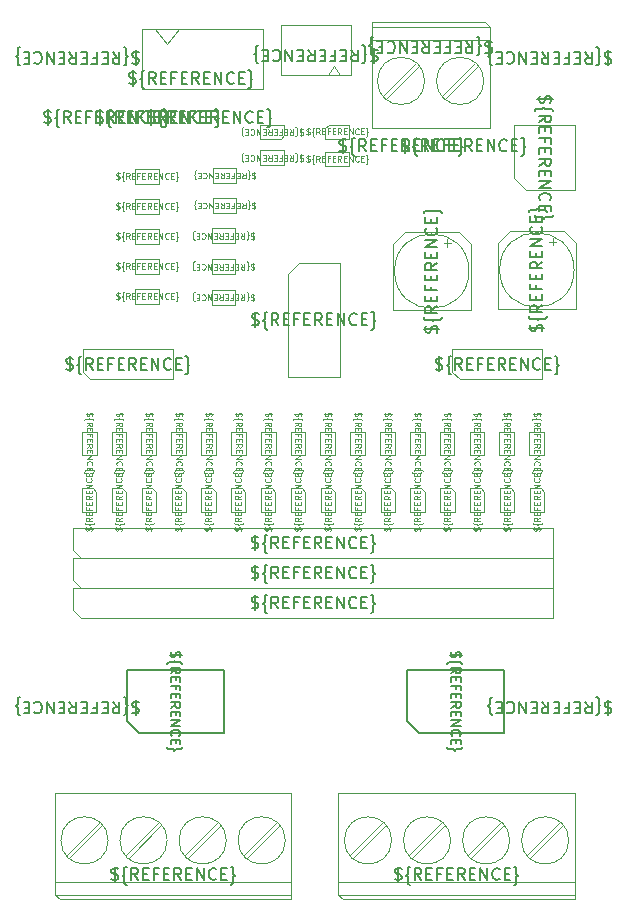
<source format=gbr>
%TF.GenerationSoftware,KiCad,Pcbnew,8.0.1*%
%TF.CreationDate,2024-04-15T16:31:13+02:00*%
%TF.ProjectId,ultimate_motor_board,756c7469-6d61-4746-955f-6d6f746f725f,0.1*%
%TF.SameCoordinates,Original*%
%TF.FileFunction,AssemblyDrawing,Top*%
%FSLAX46Y46*%
G04 Gerber Fmt 4.6, Leading zero omitted, Abs format (unit mm)*
G04 Created by KiCad (PCBNEW 8.0.1) date 2024-04-15 16:31:13*
%MOMM*%
%LPD*%
G01*
G04 APERTURE LIST*
%ADD10C,0.080000*%
%ADD11C,0.150000*%
%ADD12C,0.100000*%
G04 APERTURE END LIST*
D10*
X117328650Y-93582141D02*
X117352459Y-93510713D01*
X117352459Y-93510713D02*
X117352459Y-93391665D01*
X117352459Y-93391665D02*
X117328650Y-93344046D01*
X117328650Y-93344046D02*
X117304840Y-93320237D01*
X117304840Y-93320237D02*
X117257221Y-93296427D01*
X117257221Y-93296427D02*
X117209602Y-93296427D01*
X117209602Y-93296427D02*
X117161983Y-93320237D01*
X117161983Y-93320237D02*
X117138173Y-93344046D01*
X117138173Y-93344046D02*
X117114364Y-93391665D01*
X117114364Y-93391665D02*
X117090554Y-93486903D01*
X117090554Y-93486903D02*
X117066745Y-93534522D01*
X117066745Y-93534522D02*
X117042935Y-93558332D01*
X117042935Y-93558332D02*
X116995316Y-93582141D01*
X116995316Y-93582141D02*
X116947697Y-93582141D01*
X116947697Y-93582141D02*
X116900078Y-93558332D01*
X116900078Y-93558332D02*
X116876269Y-93534522D01*
X116876269Y-93534522D02*
X116852459Y-93486903D01*
X116852459Y-93486903D02*
X116852459Y-93367856D01*
X116852459Y-93367856D02*
X116876269Y-93296427D01*
X116781030Y-93439284D02*
X117423888Y-93439284D01*
X117542935Y-92939285D02*
X117542935Y-92963094D01*
X117542935Y-92963094D02*
X117519126Y-93010713D01*
X117519126Y-93010713D02*
X117471507Y-93034523D01*
X117471507Y-93034523D02*
X117233411Y-93034523D01*
X117233411Y-93034523D02*
X117185792Y-93058332D01*
X117185792Y-93058332D02*
X117161983Y-93105951D01*
X117161983Y-93105951D02*
X117138173Y-93058332D01*
X117138173Y-93058332D02*
X117090554Y-93034523D01*
X117090554Y-93034523D02*
X116852459Y-93034523D01*
X116852459Y-93034523D02*
X116804840Y-93010713D01*
X116804840Y-93010713D02*
X116781030Y-92963094D01*
X116781030Y-92963094D02*
X116781030Y-92939285D01*
X117352459Y-92463095D02*
X117114364Y-92629761D01*
X117352459Y-92748809D02*
X116852459Y-92748809D01*
X116852459Y-92748809D02*
X116852459Y-92558333D01*
X116852459Y-92558333D02*
X116876269Y-92510714D01*
X116876269Y-92510714D02*
X116900078Y-92486904D01*
X116900078Y-92486904D02*
X116947697Y-92463095D01*
X116947697Y-92463095D02*
X117019126Y-92463095D01*
X117019126Y-92463095D02*
X117066745Y-92486904D01*
X117066745Y-92486904D02*
X117090554Y-92510714D01*
X117090554Y-92510714D02*
X117114364Y-92558333D01*
X117114364Y-92558333D02*
X117114364Y-92748809D01*
X117090554Y-92248809D02*
X117090554Y-92082142D01*
X117352459Y-92010714D02*
X117352459Y-92248809D01*
X117352459Y-92248809D02*
X116852459Y-92248809D01*
X116852459Y-92248809D02*
X116852459Y-92010714D01*
X117090554Y-91629761D02*
X117090554Y-91796428D01*
X117352459Y-91796428D02*
X116852459Y-91796428D01*
X116852459Y-91796428D02*
X116852459Y-91558333D01*
X117090554Y-91367857D02*
X117090554Y-91201190D01*
X117352459Y-91129762D02*
X117352459Y-91367857D01*
X117352459Y-91367857D02*
X116852459Y-91367857D01*
X116852459Y-91367857D02*
X116852459Y-91129762D01*
X117352459Y-90629762D02*
X117114364Y-90796428D01*
X117352459Y-90915476D02*
X116852459Y-90915476D01*
X116852459Y-90915476D02*
X116852459Y-90725000D01*
X116852459Y-90725000D02*
X116876269Y-90677381D01*
X116876269Y-90677381D02*
X116900078Y-90653571D01*
X116900078Y-90653571D02*
X116947697Y-90629762D01*
X116947697Y-90629762D02*
X117019126Y-90629762D01*
X117019126Y-90629762D02*
X117066745Y-90653571D01*
X117066745Y-90653571D02*
X117090554Y-90677381D01*
X117090554Y-90677381D02*
X117114364Y-90725000D01*
X117114364Y-90725000D02*
X117114364Y-90915476D01*
X117090554Y-90415476D02*
X117090554Y-90248809D01*
X117352459Y-90177381D02*
X117352459Y-90415476D01*
X117352459Y-90415476D02*
X116852459Y-90415476D01*
X116852459Y-90415476D02*
X116852459Y-90177381D01*
X117352459Y-89963095D02*
X116852459Y-89963095D01*
X116852459Y-89963095D02*
X117352459Y-89677381D01*
X117352459Y-89677381D02*
X116852459Y-89677381D01*
X117304840Y-89153571D02*
X117328650Y-89177380D01*
X117328650Y-89177380D02*
X117352459Y-89248809D01*
X117352459Y-89248809D02*
X117352459Y-89296428D01*
X117352459Y-89296428D02*
X117328650Y-89367856D01*
X117328650Y-89367856D02*
X117281030Y-89415475D01*
X117281030Y-89415475D02*
X117233411Y-89439285D01*
X117233411Y-89439285D02*
X117138173Y-89463094D01*
X117138173Y-89463094D02*
X117066745Y-89463094D01*
X117066745Y-89463094D02*
X116971507Y-89439285D01*
X116971507Y-89439285D02*
X116923888Y-89415475D01*
X116923888Y-89415475D02*
X116876269Y-89367856D01*
X116876269Y-89367856D02*
X116852459Y-89296428D01*
X116852459Y-89296428D02*
X116852459Y-89248809D01*
X116852459Y-89248809D02*
X116876269Y-89177380D01*
X116876269Y-89177380D02*
X116900078Y-89153571D01*
X117090554Y-88939285D02*
X117090554Y-88772618D01*
X117352459Y-88701190D02*
X117352459Y-88939285D01*
X117352459Y-88939285D02*
X116852459Y-88939285D01*
X116852459Y-88939285D02*
X116852459Y-88701190D01*
X117542935Y-88534523D02*
X117542935Y-88510713D01*
X117542935Y-88510713D02*
X117519126Y-88463094D01*
X117519126Y-88463094D02*
X117471507Y-88439285D01*
X117471507Y-88439285D02*
X117233411Y-88439285D01*
X117233411Y-88439285D02*
X117185792Y-88415475D01*
X117185792Y-88415475D02*
X117161983Y-88367856D01*
X117161983Y-88367856D02*
X117138173Y-88415475D01*
X117138173Y-88415475D02*
X117090554Y-88439285D01*
X117090554Y-88439285D02*
X116852459Y-88439285D01*
X116852459Y-88439285D02*
X116804840Y-88463094D01*
X116804840Y-88463094D02*
X116781030Y-88510713D01*
X116781030Y-88510713D02*
X116781030Y-88534523D01*
D11*
X107885714Y-55707200D02*
X108028571Y-55754819D01*
X108028571Y-55754819D02*
X108266666Y-55754819D01*
X108266666Y-55754819D02*
X108361904Y-55707200D01*
X108361904Y-55707200D02*
X108409523Y-55659580D01*
X108409523Y-55659580D02*
X108457142Y-55564342D01*
X108457142Y-55564342D02*
X108457142Y-55469104D01*
X108457142Y-55469104D02*
X108409523Y-55373866D01*
X108409523Y-55373866D02*
X108361904Y-55326247D01*
X108361904Y-55326247D02*
X108266666Y-55278628D01*
X108266666Y-55278628D02*
X108076190Y-55231009D01*
X108076190Y-55231009D02*
X107980952Y-55183390D01*
X107980952Y-55183390D02*
X107933333Y-55135771D01*
X107933333Y-55135771D02*
X107885714Y-55040533D01*
X107885714Y-55040533D02*
X107885714Y-54945295D01*
X107885714Y-54945295D02*
X107933333Y-54850057D01*
X107933333Y-54850057D02*
X107980952Y-54802438D01*
X107980952Y-54802438D02*
X108076190Y-54754819D01*
X108076190Y-54754819D02*
X108314285Y-54754819D01*
X108314285Y-54754819D02*
X108457142Y-54802438D01*
X108171428Y-54611961D02*
X108171428Y-55897676D01*
X109171428Y-56135771D02*
X109123809Y-56135771D01*
X109123809Y-56135771D02*
X109028571Y-56088152D01*
X109028571Y-56088152D02*
X108980952Y-55992914D01*
X108980952Y-55992914D02*
X108980952Y-55516723D01*
X108980952Y-55516723D02*
X108933333Y-55421485D01*
X108933333Y-55421485D02*
X108838095Y-55373866D01*
X108838095Y-55373866D02*
X108933333Y-55326247D01*
X108933333Y-55326247D02*
X108980952Y-55231009D01*
X108980952Y-55231009D02*
X108980952Y-54754819D01*
X108980952Y-54754819D02*
X109028571Y-54659580D01*
X109028571Y-54659580D02*
X109123809Y-54611961D01*
X109123809Y-54611961D02*
X109171428Y-54611961D01*
X110123809Y-55754819D02*
X109790476Y-55278628D01*
X109552381Y-55754819D02*
X109552381Y-54754819D01*
X109552381Y-54754819D02*
X109933333Y-54754819D01*
X109933333Y-54754819D02*
X110028571Y-54802438D01*
X110028571Y-54802438D02*
X110076190Y-54850057D01*
X110076190Y-54850057D02*
X110123809Y-54945295D01*
X110123809Y-54945295D02*
X110123809Y-55088152D01*
X110123809Y-55088152D02*
X110076190Y-55183390D01*
X110076190Y-55183390D02*
X110028571Y-55231009D01*
X110028571Y-55231009D02*
X109933333Y-55278628D01*
X109933333Y-55278628D02*
X109552381Y-55278628D01*
X110552381Y-55231009D02*
X110885714Y-55231009D01*
X111028571Y-55754819D02*
X110552381Y-55754819D01*
X110552381Y-55754819D02*
X110552381Y-54754819D01*
X110552381Y-54754819D02*
X111028571Y-54754819D01*
X111790476Y-55231009D02*
X111457143Y-55231009D01*
X111457143Y-55754819D02*
X111457143Y-54754819D01*
X111457143Y-54754819D02*
X111933333Y-54754819D01*
X112314286Y-55231009D02*
X112647619Y-55231009D01*
X112790476Y-55754819D02*
X112314286Y-55754819D01*
X112314286Y-55754819D02*
X112314286Y-54754819D01*
X112314286Y-54754819D02*
X112790476Y-54754819D01*
X113790476Y-55754819D02*
X113457143Y-55278628D01*
X113219048Y-55754819D02*
X113219048Y-54754819D01*
X113219048Y-54754819D02*
X113600000Y-54754819D01*
X113600000Y-54754819D02*
X113695238Y-54802438D01*
X113695238Y-54802438D02*
X113742857Y-54850057D01*
X113742857Y-54850057D02*
X113790476Y-54945295D01*
X113790476Y-54945295D02*
X113790476Y-55088152D01*
X113790476Y-55088152D02*
X113742857Y-55183390D01*
X113742857Y-55183390D02*
X113695238Y-55231009D01*
X113695238Y-55231009D02*
X113600000Y-55278628D01*
X113600000Y-55278628D02*
X113219048Y-55278628D01*
X114219048Y-55231009D02*
X114552381Y-55231009D01*
X114695238Y-55754819D02*
X114219048Y-55754819D01*
X114219048Y-55754819D02*
X114219048Y-54754819D01*
X114219048Y-54754819D02*
X114695238Y-54754819D01*
X115123810Y-55754819D02*
X115123810Y-54754819D01*
X115123810Y-54754819D02*
X115695238Y-55754819D01*
X115695238Y-55754819D02*
X115695238Y-54754819D01*
X116742857Y-55659580D02*
X116695238Y-55707200D01*
X116695238Y-55707200D02*
X116552381Y-55754819D01*
X116552381Y-55754819D02*
X116457143Y-55754819D01*
X116457143Y-55754819D02*
X116314286Y-55707200D01*
X116314286Y-55707200D02*
X116219048Y-55611961D01*
X116219048Y-55611961D02*
X116171429Y-55516723D01*
X116171429Y-55516723D02*
X116123810Y-55326247D01*
X116123810Y-55326247D02*
X116123810Y-55183390D01*
X116123810Y-55183390D02*
X116171429Y-54992914D01*
X116171429Y-54992914D02*
X116219048Y-54897676D01*
X116219048Y-54897676D02*
X116314286Y-54802438D01*
X116314286Y-54802438D02*
X116457143Y-54754819D01*
X116457143Y-54754819D02*
X116552381Y-54754819D01*
X116552381Y-54754819D02*
X116695238Y-54802438D01*
X116695238Y-54802438D02*
X116742857Y-54850057D01*
X117171429Y-55231009D02*
X117504762Y-55231009D01*
X117647619Y-55754819D02*
X117171429Y-55754819D01*
X117171429Y-55754819D02*
X117171429Y-54754819D01*
X117171429Y-54754819D02*
X117647619Y-54754819D01*
X117980953Y-56135771D02*
X118028572Y-56135771D01*
X118028572Y-56135771D02*
X118123810Y-56088152D01*
X118123810Y-56088152D02*
X118171429Y-55992914D01*
X118171429Y-55992914D02*
X118171429Y-55516723D01*
X118171429Y-55516723D02*
X118219048Y-55421485D01*
X118219048Y-55421485D02*
X118314286Y-55373866D01*
X118314286Y-55373866D02*
X118219048Y-55326247D01*
X118219048Y-55326247D02*
X118171429Y-55231009D01*
X118171429Y-55231009D02*
X118171429Y-54754819D01*
X118171429Y-54754819D02*
X118123810Y-54659580D01*
X118123810Y-54659580D02*
X118028572Y-54611961D01*
X118028572Y-54611961D02*
X117980953Y-54611961D01*
D10*
X132071660Y-83592858D02*
X132047850Y-83664286D01*
X132047850Y-83664286D02*
X132047850Y-83783334D01*
X132047850Y-83783334D02*
X132071660Y-83830953D01*
X132071660Y-83830953D02*
X132095469Y-83854762D01*
X132095469Y-83854762D02*
X132143088Y-83878572D01*
X132143088Y-83878572D02*
X132190707Y-83878572D01*
X132190707Y-83878572D02*
X132238326Y-83854762D01*
X132238326Y-83854762D02*
X132262136Y-83830953D01*
X132262136Y-83830953D02*
X132285945Y-83783334D01*
X132285945Y-83783334D02*
X132309755Y-83688096D01*
X132309755Y-83688096D02*
X132333564Y-83640477D01*
X132333564Y-83640477D02*
X132357374Y-83616667D01*
X132357374Y-83616667D02*
X132404993Y-83592858D01*
X132404993Y-83592858D02*
X132452612Y-83592858D01*
X132452612Y-83592858D02*
X132500231Y-83616667D01*
X132500231Y-83616667D02*
X132524040Y-83640477D01*
X132524040Y-83640477D02*
X132547850Y-83688096D01*
X132547850Y-83688096D02*
X132547850Y-83807143D01*
X132547850Y-83807143D02*
X132524040Y-83878572D01*
X132619279Y-83735715D02*
X131976421Y-83735715D01*
X131857374Y-84235714D02*
X131857374Y-84211905D01*
X131857374Y-84211905D02*
X131881183Y-84164286D01*
X131881183Y-84164286D02*
X131928802Y-84140476D01*
X131928802Y-84140476D02*
X132166898Y-84140476D01*
X132166898Y-84140476D02*
X132214517Y-84116667D01*
X132214517Y-84116667D02*
X132238326Y-84069048D01*
X132238326Y-84069048D02*
X132262136Y-84116667D01*
X132262136Y-84116667D02*
X132309755Y-84140476D01*
X132309755Y-84140476D02*
X132547850Y-84140476D01*
X132547850Y-84140476D02*
X132595469Y-84164286D01*
X132595469Y-84164286D02*
X132619279Y-84211905D01*
X132619279Y-84211905D02*
X132619279Y-84235714D01*
X132047850Y-84711904D02*
X132285945Y-84545238D01*
X132047850Y-84426190D02*
X132547850Y-84426190D01*
X132547850Y-84426190D02*
X132547850Y-84616666D01*
X132547850Y-84616666D02*
X132524040Y-84664285D01*
X132524040Y-84664285D02*
X132500231Y-84688095D01*
X132500231Y-84688095D02*
X132452612Y-84711904D01*
X132452612Y-84711904D02*
X132381183Y-84711904D01*
X132381183Y-84711904D02*
X132333564Y-84688095D01*
X132333564Y-84688095D02*
X132309755Y-84664285D01*
X132309755Y-84664285D02*
X132285945Y-84616666D01*
X132285945Y-84616666D02*
X132285945Y-84426190D01*
X132309755Y-84926190D02*
X132309755Y-85092857D01*
X132047850Y-85164285D02*
X132047850Y-84926190D01*
X132047850Y-84926190D02*
X132547850Y-84926190D01*
X132547850Y-84926190D02*
X132547850Y-85164285D01*
X132309755Y-85545238D02*
X132309755Y-85378571D01*
X132047850Y-85378571D02*
X132547850Y-85378571D01*
X132547850Y-85378571D02*
X132547850Y-85616666D01*
X132309755Y-85807142D02*
X132309755Y-85973809D01*
X132047850Y-86045237D02*
X132047850Y-85807142D01*
X132047850Y-85807142D02*
X132547850Y-85807142D01*
X132547850Y-85807142D02*
X132547850Y-86045237D01*
X132047850Y-86545237D02*
X132285945Y-86378571D01*
X132047850Y-86259523D02*
X132547850Y-86259523D01*
X132547850Y-86259523D02*
X132547850Y-86449999D01*
X132547850Y-86449999D02*
X132524040Y-86497618D01*
X132524040Y-86497618D02*
X132500231Y-86521428D01*
X132500231Y-86521428D02*
X132452612Y-86545237D01*
X132452612Y-86545237D02*
X132381183Y-86545237D01*
X132381183Y-86545237D02*
X132333564Y-86521428D01*
X132333564Y-86521428D02*
X132309755Y-86497618D01*
X132309755Y-86497618D02*
X132285945Y-86449999D01*
X132285945Y-86449999D02*
X132285945Y-86259523D01*
X132309755Y-86759523D02*
X132309755Y-86926190D01*
X132047850Y-86997618D02*
X132047850Y-86759523D01*
X132047850Y-86759523D02*
X132547850Y-86759523D01*
X132547850Y-86759523D02*
X132547850Y-86997618D01*
X132047850Y-87211904D02*
X132547850Y-87211904D01*
X132547850Y-87211904D02*
X132047850Y-87497618D01*
X132047850Y-87497618D02*
X132547850Y-87497618D01*
X132095469Y-88021428D02*
X132071660Y-87997619D01*
X132071660Y-87997619D02*
X132047850Y-87926190D01*
X132047850Y-87926190D02*
X132047850Y-87878571D01*
X132047850Y-87878571D02*
X132071660Y-87807143D01*
X132071660Y-87807143D02*
X132119279Y-87759524D01*
X132119279Y-87759524D02*
X132166898Y-87735714D01*
X132166898Y-87735714D02*
X132262136Y-87711905D01*
X132262136Y-87711905D02*
X132333564Y-87711905D01*
X132333564Y-87711905D02*
X132428802Y-87735714D01*
X132428802Y-87735714D02*
X132476421Y-87759524D01*
X132476421Y-87759524D02*
X132524040Y-87807143D01*
X132524040Y-87807143D02*
X132547850Y-87878571D01*
X132547850Y-87878571D02*
X132547850Y-87926190D01*
X132547850Y-87926190D02*
X132524040Y-87997619D01*
X132524040Y-87997619D02*
X132500231Y-88021428D01*
X132309755Y-88235714D02*
X132309755Y-88402381D01*
X132047850Y-88473809D02*
X132047850Y-88235714D01*
X132047850Y-88235714D02*
X132547850Y-88235714D01*
X132547850Y-88235714D02*
X132547850Y-88473809D01*
X131857374Y-88640476D02*
X131857374Y-88664286D01*
X131857374Y-88664286D02*
X131881183Y-88711905D01*
X131881183Y-88711905D02*
X131928802Y-88735714D01*
X131928802Y-88735714D02*
X132166898Y-88735714D01*
X132166898Y-88735714D02*
X132214517Y-88759524D01*
X132214517Y-88759524D02*
X132238326Y-88807143D01*
X132238326Y-88807143D02*
X132262136Y-88759524D01*
X132262136Y-88759524D02*
X132309755Y-88735714D01*
X132309755Y-88735714D02*
X132547850Y-88735714D01*
X132547850Y-88735714D02*
X132595469Y-88711905D01*
X132595469Y-88711905D02*
X132619279Y-88664286D01*
X132619279Y-88664286D02*
X132619279Y-88640476D01*
X107212402Y-93582141D02*
X107236211Y-93510713D01*
X107236211Y-93510713D02*
X107236211Y-93391665D01*
X107236211Y-93391665D02*
X107212402Y-93344046D01*
X107212402Y-93344046D02*
X107188592Y-93320237D01*
X107188592Y-93320237D02*
X107140973Y-93296427D01*
X107140973Y-93296427D02*
X107093354Y-93296427D01*
X107093354Y-93296427D02*
X107045735Y-93320237D01*
X107045735Y-93320237D02*
X107021925Y-93344046D01*
X107021925Y-93344046D02*
X106998116Y-93391665D01*
X106998116Y-93391665D02*
X106974306Y-93486903D01*
X106974306Y-93486903D02*
X106950497Y-93534522D01*
X106950497Y-93534522D02*
X106926687Y-93558332D01*
X106926687Y-93558332D02*
X106879068Y-93582141D01*
X106879068Y-93582141D02*
X106831449Y-93582141D01*
X106831449Y-93582141D02*
X106783830Y-93558332D01*
X106783830Y-93558332D02*
X106760021Y-93534522D01*
X106760021Y-93534522D02*
X106736211Y-93486903D01*
X106736211Y-93486903D02*
X106736211Y-93367856D01*
X106736211Y-93367856D02*
X106760021Y-93296427D01*
X106664782Y-93439284D02*
X107307640Y-93439284D01*
X107426687Y-92939285D02*
X107426687Y-92963094D01*
X107426687Y-92963094D02*
X107402878Y-93010713D01*
X107402878Y-93010713D02*
X107355259Y-93034523D01*
X107355259Y-93034523D02*
X107117163Y-93034523D01*
X107117163Y-93034523D02*
X107069544Y-93058332D01*
X107069544Y-93058332D02*
X107045735Y-93105951D01*
X107045735Y-93105951D02*
X107021925Y-93058332D01*
X107021925Y-93058332D02*
X106974306Y-93034523D01*
X106974306Y-93034523D02*
X106736211Y-93034523D01*
X106736211Y-93034523D02*
X106688592Y-93010713D01*
X106688592Y-93010713D02*
X106664782Y-92963094D01*
X106664782Y-92963094D02*
X106664782Y-92939285D01*
X107236211Y-92463095D02*
X106998116Y-92629761D01*
X107236211Y-92748809D02*
X106736211Y-92748809D01*
X106736211Y-92748809D02*
X106736211Y-92558333D01*
X106736211Y-92558333D02*
X106760021Y-92510714D01*
X106760021Y-92510714D02*
X106783830Y-92486904D01*
X106783830Y-92486904D02*
X106831449Y-92463095D01*
X106831449Y-92463095D02*
X106902878Y-92463095D01*
X106902878Y-92463095D02*
X106950497Y-92486904D01*
X106950497Y-92486904D02*
X106974306Y-92510714D01*
X106974306Y-92510714D02*
X106998116Y-92558333D01*
X106998116Y-92558333D02*
X106998116Y-92748809D01*
X106974306Y-92248809D02*
X106974306Y-92082142D01*
X107236211Y-92010714D02*
X107236211Y-92248809D01*
X107236211Y-92248809D02*
X106736211Y-92248809D01*
X106736211Y-92248809D02*
X106736211Y-92010714D01*
X106974306Y-91629761D02*
X106974306Y-91796428D01*
X107236211Y-91796428D02*
X106736211Y-91796428D01*
X106736211Y-91796428D02*
X106736211Y-91558333D01*
X106974306Y-91367857D02*
X106974306Y-91201190D01*
X107236211Y-91129762D02*
X107236211Y-91367857D01*
X107236211Y-91367857D02*
X106736211Y-91367857D01*
X106736211Y-91367857D02*
X106736211Y-91129762D01*
X107236211Y-90629762D02*
X106998116Y-90796428D01*
X107236211Y-90915476D02*
X106736211Y-90915476D01*
X106736211Y-90915476D02*
X106736211Y-90725000D01*
X106736211Y-90725000D02*
X106760021Y-90677381D01*
X106760021Y-90677381D02*
X106783830Y-90653571D01*
X106783830Y-90653571D02*
X106831449Y-90629762D01*
X106831449Y-90629762D02*
X106902878Y-90629762D01*
X106902878Y-90629762D02*
X106950497Y-90653571D01*
X106950497Y-90653571D02*
X106974306Y-90677381D01*
X106974306Y-90677381D02*
X106998116Y-90725000D01*
X106998116Y-90725000D02*
X106998116Y-90915476D01*
X106974306Y-90415476D02*
X106974306Y-90248809D01*
X107236211Y-90177381D02*
X107236211Y-90415476D01*
X107236211Y-90415476D02*
X106736211Y-90415476D01*
X106736211Y-90415476D02*
X106736211Y-90177381D01*
X107236211Y-89963095D02*
X106736211Y-89963095D01*
X106736211Y-89963095D02*
X107236211Y-89677381D01*
X107236211Y-89677381D02*
X106736211Y-89677381D01*
X107188592Y-89153571D02*
X107212402Y-89177380D01*
X107212402Y-89177380D02*
X107236211Y-89248809D01*
X107236211Y-89248809D02*
X107236211Y-89296428D01*
X107236211Y-89296428D02*
X107212402Y-89367856D01*
X107212402Y-89367856D02*
X107164782Y-89415475D01*
X107164782Y-89415475D02*
X107117163Y-89439285D01*
X107117163Y-89439285D02*
X107021925Y-89463094D01*
X107021925Y-89463094D02*
X106950497Y-89463094D01*
X106950497Y-89463094D02*
X106855259Y-89439285D01*
X106855259Y-89439285D02*
X106807640Y-89415475D01*
X106807640Y-89415475D02*
X106760021Y-89367856D01*
X106760021Y-89367856D02*
X106736211Y-89296428D01*
X106736211Y-89296428D02*
X106736211Y-89248809D01*
X106736211Y-89248809D02*
X106760021Y-89177380D01*
X106760021Y-89177380D02*
X106783830Y-89153571D01*
X106974306Y-88939285D02*
X106974306Y-88772618D01*
X107236211Y-88701190D02*
X107236211Y-88939285D01*
X107236211Y-88939285D02*
X106736211Y-88939285D01*
X106736211Y-88939285D02*
X106736211Y-88701190D01*
X107426687Y-88534523D02*
X107426687Y-88510713D01*
X107426687Y-88510713D02*
X107402878Y-88463094D01*
X107402878Y-88463094D02*
X107355259Y-88439285D01*
X107355259Y-88439285D02*
X107117163Y-88439285D01*
X107117163Y-88439285D02*
X107069544Y-88415475D01*
X107069544Y-88415475D02*
X107045735Y-88367856D01*
X107045735Y-88367856D02*
X107021925Y-88415475D01*
X107021925Y-88415475D02*
X106974306Y-88439285D01*
X106974306Y-88439285D02*
X106736211Y-88439285D01*
X106736211Y-88439285D02*
X106688592Y-88463094D01*
X106688592Y-88463094D02*
X106664782Y-88510713D01*
X106664782Y-88510713D02*
X106664782Y-88534523D01*
X106792858Y-66303340D02*
X106864286Y-66327149D01*
X106864286Y-66327149D02*
X106983334Y-66327149D01*
X106983334Y-66327149D02*
X107030953Y-66303340D01*
X107030953Y-66303340D02*
X107054762Y-66279530D01*
X107054762Y-66279530D02*
X107078572Y-66231911D01*
X107078572Y-66231911D02*
X107078572Y-66184292D01*
X107078572Y-66184292D02*
X107054762Y-66136673D01*
X107054762Y-66136673D02*
X107030953Y-66112863D01*
X107030953Y-66112863D02*
X106983334Y-66089054D01*
X106983334Y-66089054D02*
X106888096Y-66065244D01*
X106888096Y-66065244D02*
X106840477Y-66041435D01*
X106840477Y-66041435D02*
X106816667Y-66017625D01*
X106816667Y-66017625D02*
X106792858Y-65970006D01*
X106792858Y-65970006D02*
X106792858Y-65922387D01*
X106792858Y-65922387D02*
X106816667Y-65874768D01*
X106816667Y-65874768D02*
X106840477Y-65850959D01*
X106840477Y-65850959D02*
X106888096Y-65827149D01*
X106888096Y-65827149D02*
X107007143Y-65827149D01*
X107007143Y-65827149D02*
X107078572Y-65850959D01*
X106935715Y-65755720D02*
X106935715Y-66398578D01*
X107435714Y-66517625D02*
X107411905Y-66517625D01*
X107411905Y-66517625D02*
X107364286Y-66493816D01*
X107364286Y-66493816D02*
X107340476Y-66446197D01*
X107340476Y-66446197D02*
X107340476Y-66208101D01*
X107340476Y-66208101D02*
X107316667Y-66160482D01*
X107316667Y-66160482D02*
X107269048Y-66136673D01*
X107269048Y-66136673D02*
X107316667Y-66112863D01*
X107316667Y-66112863D02*
X107340476Y-66065244D01*
X107340476Y-66065244D02*
X107340476Y-65827149D01*
X107340476Y-65827149D02*
X107364286Y-65779530D01*
X107364286Y-65779530D02*
X107411905Y-65755720D01*
X107411905Y-65755720D02*
X107435714Y-65755720D01*
X107911904Y-66327149D02*
X107745238Y-66089054D01*
X107626190Y-66327149D02*
X107626190Y-65827149D01*
X107626190Y-65827149D02*
X107816666Y-65827149D01*
X107816666Y-65827149D02*
X107864285Y-65850959D01*
X107864285Y-65850959D02*
X107888095Y-65874768D01*
X107888095Y-65874768D02*
X107911904Y-65922387D01*
X107911904Y-65922387D02*
X107911904Y-65993816D01*
X107911904Y-65993816D02*
X107888095Y-66041435D01*
X107888095Y-66041435D02*
X107864285Y-66065244D01*
X107864285Y-66065244D02*
X107816666Y-66089054D01*
X107816666Y-66089054D02*
X107626190Y-66089054D01*
X108126190Y-66065244D02*
X108292857Y-66065244D01*
X108364285Y-66327149D02*
X108126190Y-66327149D01*
X108126190Y-66327149D02*
X108126190Y-65827149D01*
X108126190Y-65827149D02*
X108364285Y-65827149D01*
X108745238Y-66065244D02*
X108578571Y-66065244D01*
X108578571Y-66327149D02*
X108578571Y-65827149D01*
X108578571Y-65827149D02*
X108816666Y-65827149D01*
X109007142Y-66065244D02*
X109173809Y-66065244D01*
X109245237Y-66327149D02*
X109007142Y-66327149D01*
X109007142Y-66327149D02*
X109007142Y-65827149D01*
X109007142Y-65827149D02*
X109245237Y-65827149D01*
X109745237Y-66327149D02*
X109578571Y-66089054D01*
X109459523Y-66327149D02*
X109459523Y-65827149D01*
X109459523Y-65827149D02*
X109649999Y-65827149D01*
X109649999Y-65827149D02*
X109697618Y-65850959D01*
X109697618Y-65850959D02*
X109721428Y-65874768D01*
X109721428Y-65874768D02*
X109745237Y-65922387D01*
X109745237Y-65922387D02*
X109745237Y-65993816D01*
X109745237Y-65993816D02*
X109721428Y-66041435D01*
X109721428Y-66041435D02*
X109697618Y-66065244D01*
X109697618Y-66065244D02*
X109649999Y-66089054D01*
X109649999Y-66089054D02*
X109459523Y-66089054D01*
X109959523Y-66065244D02*
X110126190Y-66065244D01*
X110197618Y-66327149D02*
X109959523Y-66327149D01*
X109959523Y-66327149D02*
X109959523Y-65827149D01*
X109959523Y-65827149D02*
X110197618Y-65827149D01*
X110411904Y-66327149D02*
X110411904Y-65827149D01*
X110411904Y-65827149D02*
X110697618Y-66327149D01*
X110697618Y-66327149D02*
X110697618Y-65827149D01*
X111221428Y-66279530D02*
X111197619Y-66303340D01*
X111197619Y-66303340D02*
X111126190Y-66327149D01*
X111126190Y-66327149D02*
X111078571Y-66327149D01*
X111078571Y-66327149D02*
X111007143Y-66303340D01*
X111007143Y-66303340D02*
X110959524Y-66255720D01*
X110959524Y-66255720D02*
X110935714Y-66208101D01*
X110935714Y-66208101D02*
X110911905Y-66112863D01*
X110911905Y-66112863D02*
X110911905Y-66041435D01*
X110911905Y-66041435D02*
X110935714Y-65946197D01*
X110935714Y-65946197D02*
X110959524Y-65898578D01*
X110959524Y-65898578D02*
X111007143Y-65850959D01*
X111007143Y-65850959D02*
X111078571Y-65827149D01*
X111078571Y-65827149D02*
X111126190Y-65827149D01*
X111126190Y-65827149D02*
X111197619Y-65850959D01*
X111197619Y-65850959D02*
X111221428Y-65874768D01*
X111435714Y-66065244D02*
X111602381Y-66065244D01*
X111673809Y-66327149D02*
X111435714Y-66327149D01*
X111435714Y-66327149D02*
X111435714Y-65827149D01*
X111435714Y-65827149D02*
X111673809Y-65827149D01*
X111840476Y-66517625D02*
X111864286Y-66517625D01*
X111864286Y-66517625D02*
X111911905Y-66493816D01*
X111911905Y-66493816D02*
X111935714Y-66446197D01*
X111935714Y-66446197D02*
X111935714Y-66208101D01*
X111935714Y-66208101D02*
X111959524Y-66160482D01*
X111959524Y-66160482D02*
X112007143Y-66136673D01*
X112007143Y-66136673D02*
X111959524Y-66112863D01*
X111959524Y-66112863D02*
X111935714Y-66065244D01*
X111935714Y-66065244D02*
X111935714Y-65827149D01*
X111935714Y-65827149D02*
X111911905Y-65779530D01*
X111911905Y-65779530D02*
X111864286Y-65755720D01*
X111864286Y-65755720D02*
X111840476Y-65755720D01*
D11*
X111450800Y-103848570D02*
X111412704Y-103962856D01*
X111412704Y-103962856D02*
X111412704Y-104153332D01*
X111412704Y-104153332D02*
X111450800Y-104229523D01*
X111450800Y-104229523D02*
X111488895Y-104267618D01*
X111488895Y-104267618D02*
X111565085Y-104305713D01*
X111565085Y-104305713D02*
X111641276Y-104305713D01*
X111641276Y-104305713D02*
X111717466Y-104267618D01*
X111717466Y-104267618D02*
X111755561Y-104229523D01*
X111755561Y-104229523D02*
X111793657Y-104153332D01*
X111793657Y-104153332D02*
X111831752Y-104000951D01*
X111831752Y-104000951D02*
X111869847Y-103924761D01*
X111869847Y-103924761D02*
X111907942Y-103886666D01*
X111907942Y-103886666D02*
X111984133Y-103848570D01*
X111984133Y-103848570D02*
X112060323Y-103848570D01*
X112060323Y-103848570D02*
X112136514Y-103886666D01*
X112136514Y-103886666D02*
X112174609Y-103924761D01*
X112174609Y-103924761D02*
X112212704Y-104000951D01*
X112212704Y-104000951D02*
X112212704Y-104191428D01*
X112212704Y-104191428D02*
X112174609Y-104305713D01*
X112326990Y-104077142D02*
X111298419Y-104077142D01*
X111107942Y-104877142D02*
X111107942Y-104839047D01*
X111107942Y-104839047D02*
X111146038Y-104762856D01*
X111146038Y-104762856D02*
X111222228Y-104724761D01*
X111222228Y-104724761D02*
X111603180Y-104724761D01*
X111603180Y-104724761D02*
X111679371Y-104686666D01*
X111679371Y-104686666D02*
X111717466Y-104610475D01*
X111717466Y-104610475D02*
X111755561Y-104686666D01*
X111755561Y-104686666D02*
X111831752Y-104724761D01*
X111831752Y-104724761D02*
X112212704Y-104724761D01*
X112212704Y-104724761D02*
X112288895Y-104762856D01*
X112288895Y-104762856D02*
X112326990Y-104839047D01*
X112326990Y-104839047D02*
X112326990Y-104877142D01*
X111412704Y-105639047D02*
X111793657Y-105372380D01*
X111412704Y-105181904D02*
X112212704Y-105181904D01*
X112212704Y-105181904D02*
X112212704Y-105486666D01*
X112212704Y-105486666D02*
X112174609Y-105562856D01*
X112174609Y-105562856D02*
X112136514Y-105600951D01*
X112136514Y-105600951D02*
X112060323Y-105639047D01*
X112060323Y-105639047D02*
X111946038Y-105639047D01*
X111946038Y-105639047D02*
X111869847Y-105600951D01*
X111869847Y-105600951D02*
X111831752Y-105562856D01*
X111831752Y-105562856D02*
X111793657Y-105486666D01*
X111793657Y-105486666D02*
X111793657Y-105181904D01*
X111831752Y-105981904D02*
X111831752Y-106248570D01*
X111412704Y-106362856D02*
X111412704Y-105981904D01*
X111412704Y-105981904D02*
X112212704Y-105981904D01*
X112212704Y-105981904D02*
X112212704Y-106362856D01*
X111831752Y-106972380D02*
X111831752Y-106705714D01*
X111412704Y-106705714D02*
X112212704Y-106705714D01*
X112212704Y-106705714D02*
X112212704Y-107086666D01*
X111831752Y-107391428D02*
X111831752Y-107658094D01*
X111412704Y-107772380D02*
X111412704Y-107391428D01*
X111412704Y-107391428D02*
X112212704Y-107391428D01*
X112212704Y-107391428D02*
X112212704Y-107772380D01*
X111412704Y-108572381D02*
X111793657Y-108305714D01*
X111412704Y-108115238D02*
X112212704Y-108115238D01*
X112212704Y-108115238D02*
X112212704Y-108420000D01*
X112212704Y-108420000D02*
X112174609Y-108496190D01*
X112174609Y-108496190D02*
X112136514Y-108534285D01*
X112136514Y-108534285D02*
X112060323Y-108572381D01*
X112060323Y-108572381D02*
X111946038Y-108572381D01*
X111946038Y-108572381D02*
X111869847Y-108534285D01*
X111869847Y-108534285D02*
X111831752Y-108496190D01*
X111831752Y-108496190D02*
X111793657Y-108420000D01*
X111793657Y-108420000D02*
X111793657Y-108115238D01*
X111831752Y-108915238D02*
X111831752Y-109181904D01*
X111412704Y-109296190D02*
X111412704Y-108915238D01*
X111412704Y-108915238D02*
X112212704Y-108915238D01*
X112212704Y-108915238D02*
X112212704Y-109296190D01*
X111412704Y-109639048D02*
X112212704Y-109639048D01*
X112212704Y-109639048D02*
X111412704Y-110096191D01*
X111412704Y-110096191D02*
X112212704Y-110096191D01*
X111488895Y-110934286D02*
X111450800Y-110896190D01*
X111450800Y-110896190D02*
X111412704Y-110781905D01*
X111412704Y-110781905D02*
X111412704Y-110705714D01*
X111412704Y-110705714D02*
X111450800Y-110591428D01*
X111450800Y-110591428D02*
X111526990Y-110515238D01*
X111526990Y-110515238D02*
X111603180Y-110477143D01*
X111603180Y-110477143D02*
X111755561Y-110439047D01*
X111755561Y-110439047D02*
X111869847Y-110439047D01*
X111869847Y-110439047D02*
X112022228Y-110477143D01*
X112022228Y-110477143D02*
X112098419Y-110515238D01*
X112098419Y-110515238D02*
X112174609Y-110591428D01*
X112174609Y-110591428D02*
X112212704Y-110705714D01*
X112212704Y-110705714D02*
X112212704Y-110781905D01*
X112212704Y-110781905D02*
X112174609Y-110896190D01*
X112174609Y-110896190D02*
X112136514Y-110934286D01*
X111831752Y-111277143D02*
X111831752Y-111543809D01*
X111412704Y-111658095D02*
X111412704Y-111277143D01*
X111412704Y-111277143D02*
X112212704Y-111277143D01*
X112212704Y-111277143D02*
X112212704Y-111658095D01*
X111107942Y-111924762D02*
X111107942Y-111962857D01*
X111107942Y-111962857D02*
X111146038Y-112039048D01*
X111146038Y-112039048D02*
X111222228Y-112077143D01*
X111222228Y-112077143D02*
X111603180Y-112077143D01*
X111603180Y-112077143D02*
X111679371Y-112115238D01*
X111679371Y-112115238D02*
X111717466Y-112191429D01*
X111717466Y-112191429D02*
X111755561Y-112115238D01*
X111755561Y-112115238D02*
X111831752Y-112077143D01*
X111831752Y-112077143D02*
X112212704Y-112077143D01*
X112212704Y-112077143D02*
X112288895Y-112039048D01*
X112288895Y-112039048D02*
X112326990Y-111962857D01*
X112326990Y-111962857D02*
X112326990Y-111924762D01*
D10*
X124915836Y-93582141D02*
X124939645Y-93510713D01*
X124939645Y-93510713D02*
X124939645Y-93391665D01*
X124939645Y-93391665D02*
X124915836Y-93344046D01*
X124915836Y-93344046D02*
X124892026Y-93320237D01*
X124892026Y-93320237D02*
X124844407Y-93296427D01*
X124844407Y-93296427D02*
X124796788Y-93296427D01*
X124796788Y-93296427D02*
X124749169Y-93320237D01*
X124749169Y-93320237D02*
X124725359Y-93344046D01*
X124725359Y-93344046D02*
X124701550Y-93391665D01*
X124701550Y-93391665D02*
X124677740Y-93486903D01*
X124677740Y-93486903D02*
X124653931Y-93534522D01*
X124653931Y-93534522D02*
X124630121Y-93558332D01*
X124630121Y-93558332D02*
X124582502Y-93582141D01*
X124582502Y-93582141D02*
X124534883Y-93582141D01*
X124534883Y-93582141D02*
X124487264Y-93558332D01*
X124487264Y-93558332D02*
X124463455Y-93534522D01*
X124463455Y-93534522D02*
X124439645Y-93486903D01*
X124439645Y-93486903D02*
X124439645Y-93367856D01*
X124439645Y-93367856D02*
X124463455Y-93296427D01*
X124368216Y-93439284D02*
X125011074Y-93439284D01*
X125130121Y-92939285D02*
X125130121Y-92963094D01*
X125130121Y-92963094D02*
X125106312Y-93010713D01*
X125106312Y-93010713D02*
X125058693Y-93034523D01*
X125058693Y-93034523D02*
X124820597Y-93034523D01*
X124820597Y-93034523D02*
X124772978Y-93058332D01*
X124772978Y-93058332D02*
X124749169Y-93105951D01*
X124749169Y-93105951D02*
X124725359Y-93058332D01*
X124725359Y-93058332D02*
X124677740Y-93034523D01*
X124677740Y-93034523D02*
X124439645Y-93034523D01*
X124439645Y-93034523D02*
X124392026Y-93010713D01*
X124392026Y-93010713D02*
X124368216Y-92963094D01*
X124368216Y-92963094D02*
X124368216Y-92939285D01*
X124939645Y-92463095D02*
X124701550Y-92629761D01*
X124939645Y-92748809D02*
X124439645Y-92748809D01*
X124439645Y-92748809D02*
X124439645Y-92558333D01*
X124439645Y-92558333D02*
X124463455Y-92510714D01*
X124463455Y-92510714D02*
X124487264Y-92486904D01*
X124487264Y-92486904D02*
X124534883Y-92463095D01*
X124534883Y-92463095D02*
X124606312Y-92463095D01*
X124606312Y-92463095D02*
X124653931Y-92486904D01*
X124653931Y-92486904D02*
X124677740Y-92510714D01*
X124677740Y-92510714D02*
X124701550Y-92558333D01*
X124701550Y-92558333D02*
X124701550Y-92748809D01*
X124677740Y-92248809D02*
X124677740Y-92082142D01*
X124939645Y-92010714D02*
X124939645Y-92248809D01*
X124939645Y-92248809D02*
X124439645Y-92248809D01*
X124439645Y-92248809D02*
X124439645Y-92010714D01*
X124677740Y-91629761D02*
X124677740Y-91796428D01*
X124939645Y-91796428D02*
X124439645Y-91796428D01*
X124439645Y-91796428D02*
X124439645Y-91558333D01*
X124677740Y-91367857D02*
X124677740Y-91201190D01*
X124939645Y-91129762D02*
X124939645Y-91367857D01*
X124939645Y-91367857D02*
X124439645Y-91367857D01*
X124439645Y-91367857D02*
X124439645Y-91129762D01*
X124939645Y-90629762D02*
X124701550Y-90796428D01*
X124939645Y-90915476D02*
X124439645Y-90915476D01*
X124439645Y-90915476D02*
X124439645Y-90725000D01*
X124439645Y-90725000D02*
X124463455Y-90677381D01*
X124463455Y-90677381D02*
X124487264Y-90653571D01*
X124487264Y-90653571D02*
X124534883Y-90629762D01*
X124534883Y-90629762D02*
X124606312Y-90629762D01*
X124606312Y-90629762D02*
X124653931Y-90653571D01*
X124653931Y-90653571D02*
X124677740Y-90677381D01*
X124677740Y-90677381D02*
X124701550Y-90725000D01*
X124701550Y-90725000D02*
X124701550Y-90915476D01*
X124677740Y-90415476D02*
X124677740Y-90248809D01*
X124939645Y-90177381D02*
X124939645Y-90415476D01*
X124939645Y-90415476D02*
X124439645Y-90415476D01*
X124439645Y-90415476D02*
X124439645Y-90177381D01*
X124939645Y-89963095D02*
X124439645Y-89963095D01*
X124439645Y-89963095D02*
X124939645Y-89677381D01*
X124939645Y-89677381D02*
X124439645Y-89677381D01*
X124892026Y-89153571D02*
X124915836Y-89177380D01*
X124915836Y-89177380D02*
X124939645Y-89248809D01*
X124939645Y-89248809D02*
X124939645Y-89296428D01*
X124939645Y-89296428D02*
X124915836Y-89367856D01*
X124915836Y-89367856D02*
X124868216Y-89415475D01*
X124868216Y-89415475D02*
X124820597Y-89439285D01*
X124820597Y-89439285D02*
X124725359Y-89463094D01*
X124725359Y-89463094D02*
X124653931Y-89463094D01*
X124653931Y-89463094D02*
X124558693Y-89439285D01*
X124558693Y-89439285D02*
X124511074Y-89415475D01*
X124511074Y-89415475D02*
X124463455Y-89367856D01*
X124463455Y-89367856D02*
X124439645Y-89296428D01*
X124439645Y-89296428D02*
X124439645Y-89248809D01*
X124439645Y-89248809D02*
X124463455Y-89177380D01*
X124463455Y-89177380D02*
X124487264Y-89153571D01*
X124677740Y-88939285D02*
X124677740Y-88772618D01*
X124939645Y-88701190D02*
X124939645Y-88939285D01*
X124939645Y-88939285D02*
X124439645Y-88939285D01*
X124439645Y-88939285D02*
X124439645Y-88701190D01*
X125130121Y-88534523D02*
X125130121Y-88510713D01*
X125130121Y-88510713D02*
X125106312Y-88463094D01*
X125106312Y-88463094D02*
X125058693Y-88439285D01*
X125058693Y-88439285D02*
X124820597Y-88439285D01*
X124820597Y-88439285D02*
X124772978Y-88415475D01*
X124772978Y-88415475D02*
X124749169Y-88367856D01*
X124749169Y-88367856D02*
X124725359Y-88415475D01*
X124725359Y-88415475D02*
X124677740Y-88439285D01*
X124677740Y-88439285D02*
X124439645Y-88439285D01*
X124439645Y-88439285D02*
X124392026Y-88463094D01*
X124392026Y-88463094D02*
X124368216Y-88510713D01*
X124368216Y-88510713D02*
X124368216Y-88534523D01*
D11*
X108714285Y-53092800D02*
X108571428Y-53045180D01*
X108571428Y-53045180D02*
X108333333Y-53045180D01*
X108333333Y-53045180D02*
X108238095Y-53092800D01*
X108238095Y-53092800D02*
X108190476Y-53140419D01*
X108190476Y-53140419D02*
X108142857Y-53235657D01*
X108142857Y-53235657D02*
X108142857Y-53330895D01*
X108142857Y-53330895D02*
X108190476Y-53426133D01*
X108190476Y-53426133D02*
X108238095Y-53473752D01*
X108238095Y-53473752D02*
X108333333Y-53521371D01*
X108333333Y-53521371D02*
X108523809Y-53568990D01*
X108523809Y-53568990D02*
X108619047Y-53616609D01*
X108619047Y-53616609D02*
X108666666Y-53664228D01*
X108666666Y-53664228D02*
X108714285Y-53759466D01*
X108714285Y-53759466D02*
X108714285Y-53854704D01*
X108714285Y-53854704D02*
X108666666Y-53949942D01*
X108666666Y-53949942D02*
X108619047Y-53997561D01*
X108619047Y-53997561D02*
X108523809Y-54045180D01*
X108523809Y-54045180D02*
X108285714Y-54045180D01*
X108285714Y-54045180D02*
X108142857Y-53997561D01*
X108428571Y-54188038D02*
X108428571Y-52902323D01*
X107428571Y-52664228D02*
X107476190Y-52664228D01*
X107476190Y-52664228D02*
X107571428Y-52711847D01*
X107571428Y-52711847D02*
X107619047Y-52807085D01*
X107619047Y-52807085D02*
X107619047Y-53283276D01*
X107619047Y-53283276D02*
X107666666Y-53378514D01*
X107666666Y-53378514D02*
X107761904Y-53426133D01*
X107761904Y-53426133D02*
X107666666Y-53473752D01*
X107666666Y-53473752D02*
X107619047Y-53568990D01*
X107619047Y-53568990D02*
X107619047Y-54045180D01*
X107619047Y-54045180D02*
X107571428Y-54140419D01*
X107571428Y-54140419D02*
X107476190Y-54188038D01*
X107476190Y-54188038D02*
X107428571Y-54188038D01*
X106476190Y-53045180D02*
X106809523Y-53521371D01*
X107047618Y-53045180D02*
X107047618Y-54045180D01*
X107047618Y-54045180D02*
X106666666Y-54045180D01*
X106666666Y-54045180D02*
X106571428Y-53997561D01*
X106571428Y-53997561D02*
X106523809Y-53949942D01*
X106523809Y-53949942D02*
X106476190Y-53854704D01*
X106476190Y-53854704D02*
X106476190Y-53711847D01*
X106476190Y-53711847D02*
X106523809Y-53616609D01*
X106523809Y-53616609D02*
X106571428Y-53568990D01*
X106571428Y-53568990D02*
X106666666Y-53521371D01*
X106666666Y-53521371D02*
X107047618Y-53521371D01*
X106047618Y-53568990D02*
X105714285Y-53568990D01*
X105571428Y-53045180D02*
X106047618Y-53045180D01*
X106047618Y-53045180D02*
X106047618Y-54045180D01*
X106047618Y-54045180D02*
X105571428Y-54045180D01*
X104809523Y-53568990D02*
X105142856Y-53568990D01*
X105142856Y-53045180D02*
X105142856Y-54045180D01*
X105142856Y-54045180D02*
X104666666Y-54045180D01*
X104285713Y-53568990D02*
X103952380Y-53568990D01*
X103809523Y-53045180D02*
X104285713Y-53045180D01*
X104285713Y-53045180D02*
X104285713Y-54045180D01*
X104285713Y-54045180D02*
X103809523Y-54045180D01*
X102809523Y-53045180D02*
X103142856Y-53521371D01*
X103380951Y-53045180D02*
X103380951Y-54045180D01*
X103380951Y-54045180D02*
X102999999Y-54045180D01*
X102999999Y-54045180D02*
X102904761Y-53997561D01*
X102904761Y-53997561D02*
X102857142Y-53949942D01*
X102857142Y-53949942D02*
X102809523Y-53854704D01*
X102809523Y-53854704D02*
X102809523Y-53711847D01*
X102809523Y-53711847D02*
X102857142Y-53616609D01*
X102857142Y-53616609D02*
X102904761Y-53568990D01*
X102904761Y-53568990D02*
X102999999Y-53521371D01*
X102999999Y-53521371D02*
X103380951Y-53521371D01*
X102380951Y-53568990D02*
X102047618Y-53568990D01*
X101904761Y-53045180D02*
X102380951Y-53045180D01*
X102380951Y-53045180D02*
X102380951Y-54045180D01*
X102380951Y-54045180D02*
X101904761Y-54045180D01*
X101476189Y-53045180D02*
X101476189Y-54045180D01*
X101476189Y-54045180D02*
X100904761Y-53045180D01*
X100904761Y-53045180D02*
X100904761Y-54045180D01*
X99857142Y-53140419D02*
X99904761Y-53092800D01*
X99904761Y-53092800D02*
X100047618Y-53045180D01*
X100047618Y-53045180D02*
X100142856Y-53045180D01*
X100142856Y-53045180D02*
X100285713Y-53092800D01*
X100285713Y-53092800D02*
X100380951Y-53188038D01*
X100380951Y-53188038D02*
X100428570Y-53283276D01*
X100428570Y-53283276D02*
X100476189Y-53473752D01*
X100476189Y-53473752D02*
X100476189Y-53616609D01*
X100476189Y-53616609D02*
X100428570Y-53807085D01*
X100428570Y-53807085D02*
X100380951Y-53902323D01*
X100380951Y-53902323D02*
X100285713Y-53997561D01*
X100285713Y-53997561D02*
X100142856Y-54045180D01*
X100142856Y-54045180D02*
X100047618Y-54045180D01*
X100047618Y-54045180D02*
X99904761Y-53997561D01*
X99904761Y-53997561D02*
X99857142Y-53949942D01*
X99428570Y-53568990D02*
X99095237Y-53568990D01*
X98952380Y-53045180D02*
X99428570Y-53045180D01*
X99428570Y-53045180D02*
X99428570Y-54045180D01*
X99428570Y-54045180D02*
X98952380Y-54045180D01*
X98619046Y-52664228D02*
X98571427Y-52664228D01*
X98571427Y-52664228D02*
X98476189Y-52711847D01*
X98476189Y-52711847D02*
X98428570Y-52807085D01*
X98428570Y-52807085D02*
X98428570Y-53283276D01*
X98428570Y-53283276D02*
X98380951Y-53378514D01*
X98380951Y-53378514D02*
X98285713Y-53426133D01*
X98285713Y-53426133D02*
X98380951Y-53473752D01*
X98380951Y-53473752D02*
X98428570Y-53568990D01*
X98428570Y-53568990D02*
X98428570Y-54045180D01*
X98428570Y-54045180D02*
X98476189Y-54140419D01*
X98476189Y-54140419D02*
X98571427Y-54188038D01*
X98571427Y-54188038D02*
X98619046Y-54188038D01*
D10*
X139646660Y-83592858D02*
X139622850Y-83664286D01*
X139622850Y-83664286D02*
X139622850Y-83783334D01*
X139622850Y-83783334D02*
X139646660Y-83830953D01*
X139646660Y-83830953D02*
X139670469Y-83854762D01*
X139670469Y-83854762D02*
X139718088Y-83878572D01*
X139718088Y-83878572D02*
X139765707Y-83878572D01*
X139765707Y-83878572D02*
X139813326Y-83854762D01*
X139813326Y-83854762D02*
X139837136Y-83830953D01*
X139837136Y-83830953D02*
X139860945Y-83783334D01*
X139860945Y-83783334D02*
X139884755Y-83688096D01*
X139884755Y-83688096D02*
X139908564Y-83640477D01*
X139908564Y-83640477D02*
X139932374Y-83616667D01*
X139932374Y-83616667D02*
X139979993Y-83592858D01*
X139979993Y-83592858D02*
X140027612Y-83592858D01*
X140027612Y-83592858D02*
X140075231Y-83616667D01*
X140075231Y-83616667D02*
X140099040Y-83640477D01*
X140099040Y-83640477D02*
X140122850Y-83688096D01*
X140122850Y-83688096D02*
X140122850Y-83807143D01*
X140122850Y-83807143D02*
X140099040Y-83878572D01*
X140194279Y-83735715D02*
X139551421Y-83735715D01*
X139432374Y-84235714D02*
X139432374Y-84211905D01*
X139432374Y-84211905D02*
X139456183Y-84164286D01*
X139456183Y-84164286D02*
X139503802Y-84140476D01*
X139503802Y-84140476D02*
X139741898Y-84140476D01*
X139741898Y-84140476D02*
X139789517Y-84116667D01*
X139789517Y-84116667D02*
X139813326Y-84069048D01*
X139813326Y-84069048D02*
X139837136Y-84116667D01*
X139837136Y-84116667D02*
X139884755Y-84140476D01*
X139884755Y-84140476D02*
X140122850Y-84140476D01*
X140122850Y-84140476D02*
X140170469Y-84164286D01*
X140170469Y-84164286D02*
X140194279Y-84211905D01*
X140194279Y-84211905D02*
X140194279Y-84235714D01*
X139622850Y-84711904D02*
X139860945Y-84545238D01*
X139622850Y-84426190D02*
X140122850Y-84426190D01*
X140122850Y-84426190D02*
X140122850Y-84616666D01*
X140122850Y-84616666D02*
X140099040Y-84664285D01*
X140099040Y-84664285D02*
X140075231Y-84688095D01*
X140075231Y-84688095D02*
X140027612Y-84711904D01*
X140027612Y-84711904D02*
X139956183Y-84711904D01*
X139956183Y-84711904D02*
X139908564Y-84688095D01*
X139908564Y-84688095D02*
X139884755Y-84664285D01*
X139884755Y-84664285D02*
X139860945Y-84616666D01*
X139860945Y-84616666D02*
X139860945Y-84426190D01*
X139884755Y-84926190D02*
X139884755Y-85092857D01*
X139622850Y-85164285D02*
X139622850Y-84926190D01*
X139622850Y-84926190D02*
X140122850Y-84926190D01*
X140122850Y-84926190D02*
X140122850Y-85164285D01*
X139884755Y-85545238D02*
X139884755Y-85378571D01*
X139622850Y-85378571D02*
X140122850Y-85378571D01*
X140122850Y-85378571D02*
X140122850Y-85616666D01*
X139884755Y-85807142D02*
X139884755Y-85973809D01*
X139622850Y-86045237D02*
X139622850Y-85807142D01*
X139622850Y-85807142D02*
X140122850Y-85807142D01*
X140122850Y-85807142D02*
X140122850Y-86045237D01*
X139622850Y-86545237D02*
X139860945Y-86378571D01*
X139622850Y-86259523D02*
X140122850Y-86259523D01*
X140122850Y-86259523D02*
X140122850Y-86449999D01*
X140122850Y-86449999D02*
X140099040Y-86497618D01*
X140099040Y-86497618D02*
X140075231Y-86521428D01*
X140075231Y-86521428D02*
X140027612Y-86545237D01*
X140027612Y-86545237D02*
X139956183Y-86545237D01*
X139956183Y-86545237D02*
X139908564Y-86521428D01*
X139908564Y-86521428D02*
X139884755Y-86497618D01*
X139884755Y-86497618D02*
X139860945Y-86449999D01*
X139860945Y-86449999D02*
X139860945Y-86259523D01*
X139884755Y-86759523D02*
X139884755Y-86926190D01*
X139622850Y-86997618D02*
X139622850Y-86759523D01*
X139622850Y-86759523D02*
X140122850Y-86759523D01*
X140122850Y-86759523D02*
X140122850Y-86997618D01*
X139622850Y-87211904D02*
X140122850Y-87211904D01*
X140122850Y-87211904D02*
X139622850Y-87497618D01*
X139622850Y-87497618D02*
X140122850Y-87497618D01*
X139670469Y-88021428D02*
X139646660Y-87997619D01*
X139646660Y-87997619D02*
X139622850Y-87926190D01*
X139622850Y-87926190D02*
X139622850Y-87878571D01*
X139622850Y-87878571D02*
X139646660Y-87807143D01*
X139646660Y-87807143D02*
X139694279Y-87759524D01*
X139694279Y-87759524D02*
X139741898Y-87735714D01*
X139741898Y-87735714D02*
X139837136Y-87711905D01*
X139837136Y-87711905D02*
X139908564Y-87711905D01*
X139908564Y-87711905D02*
X140003802Y-87735714D01*
X140003802Y-87735714D02*
X140051421Y-87759524D01*
X140051421Y-87759524D02*
X140099040Y-87807143D01*
X140099040Y-87807143D02*
X140122850Y-87878571D01*
X140122850Y-87878571D02*
X140122850Y-87926190D01*
X140122850Y-87926190D02*
X140099040Y-87997619D01*
X140099040Y-87997619D02*
X140075231Y-88021428D01*
X139884755Y-88235714D02*
X139884755Y-88402381D01*
X139622850Y-88473809D02*
X139622850Y-88235714D01*
X139622850Y-88235714D02*
X140122850Y-88235714D01*
X140122850Y-88235714D02*
X140122850Y-88473809D01*
X139432374Y-88640476D02*
X139432374Y-88664286D01*
X139432374Y-88664286D02*
X139456183Y-88711905D01*
X139456183Y-88711905D02*
X139503802Y-88735714D01*
X139503802Y-88735714D02*
X139741898Y-88735714D01*
X139741898Y-88735714D02*
X139789517Y-88759524D01*
X139789517Y-88759524D02*
X139813326Y-88807143D01*
X139813326Y-88807143D02*
X139837136Y-88759524D01*
X139837136Y-88759524D02*
X139884755Y-88735714D01*
X139884755Y-88735714D02*
X140122850Y-88735714D01*
X140122850Y-88735714D02*
X140170469Y-88711905D01*
X140170469Y-88711905D02*
X140194279Y-88664286D01*
X140194279Y-88664286D02*
X140194279Y-88640476D01*
X114799588Y-93582141D02*
X114823397Y-93510713D01*
X114823397Y-93510713D02*
X114823397Y-93391665D01*
X114823397Y-93391665D02*
X114799588Y-93344046D01*
X114799588Y-93344046D02*
X114775778Y-93320237D01*
X114775778Y-93320237D02*
X114728159Y-93296427D01*
X114728159Y-93296427D02*
X114680540Y-93296427D01*
X114680540Y-93296427D02*
X114632921Y-93320237D01*
X114632921Y-93320237D02*
X114609111Y-93344046D01*
X114609111Y-93344046D02*
X114585302Y-93391665D01*
X114585302Y-93391665D02*
X114561492Y-93486903D01*
X114561492Y-93486903D02*
X114537683Y-93534522D01*
X114537683Y-93534522D02*
X114513873Y-93558332D01*
X114513873Y-93558332D02*
X114466254Y-93582141D01*
X114466254Y-93582141D02*
X114418635Y-93582141D01*
X114418635Y-93582141D02*
X114371016Y-93558332D01*
X114371016Y-93558332D02*
X114347207Y-93534522D01*
X114347207Y-93534522D02*
X114323397Y-93486903D01*
X114323397Y-93486903D02*
X114323397Y-93367856D01*
X114323397Y-93367856D02*
X114347207Y-93296427D01*
X114251968Y-93439284D02*
X114894826Y-93439284D01*
X115013873Y-92939285D02*
X115013873Y-92963094D01*
X115013873Y-92963094D02*
X114990064Y-93010713D01*
X114990064Y-93010713D02*
X114942445Y-93034523D01*
X114942445Y-93034523D02*
X114704349Y-93034523D01*
X114704349Y-93034523D02*
X114656730Y-93058332D01*
X114656730Y-93058332D02*
X114632921Y-93105951D01*
X114632921Y-93105951D02*
X114609111Y-93058332D01*
X114609111Y-93058332D02*
X114561492Y-93034523D01*
X114561492Y-93034523D02*
X114323397Y-93034523D01*
X114323397Y-93034523D02*
X114275778Y-93010713D01*
X114275778Y-93010713D02*
X114251968Y-92963094D01*
X114251968Y-92963094D02*
X114251968Y-92939285D01*
X114823397Y-92463095D02*
X114585302Y-92629761D01*
X114823397Y-92748809D02*
X114323397Y-92748809D01*
X114323397Y-92748809D02*
X114323397Y-92558333D01*
X114323397Y-92558333D02*
X114347207Y-92510714D01*
X114347207Y-92510714D02*
X114371016Y-92486904D01*
X114371016Y-92486904D02*
X114418635Y-92463095D01*
X114418635Y-92463095D02*
X114490064Y-92463095D01*
X114490064Y-92463095D02*
X114537683Y-92486904D01*
X114537683Y-92486904D02*
X114561492Y-92510714D01*
X114561492Y-92510714D02*
X114585302Y-92558333D01*
X114585302Y-92558333D02*
X114585302Y-92748809D01*
X114561492Y-92248809D02*
X114561492Y-92082142D01*
X114823397Y-92010714D02*
X114823397Y-92248809D01*
X114823397Y-92248809D02*
X114323397Y-92248809D01*
X114323397Y-92248809D02*
X114323397Y-92010714D01*
X114561492Y-91629761D02*
X114561492Y-91796428D01*
X114823397Y-91796428D02*
X114323397Y-91796428D01*
X114323397Y-91796428D02*
X114323397Y-91558333D01*
X114561492Y-91367857D02*
X114561492Y-91201190D01*
X114823397Y-91129762D02*
X114823397Y-91367857D01*
X114823397Y-91367857D02*
X114323397Y-91367857D01*
X114323397Y-91367857D02*
X114323397Y-91129762D01*
X114823397Y-90629762D02*
X114585302Y-90796428D01*
X114823397Y-90915476D02*
X114323397Y-90915476D01*
X114323397Y-90915476D02*
X114323397Y-90725000D01*
X114323397Y-90725000D02*
X114347207Y-90677381D01*
X114347207Y-90677381D02*
X114371016Y-90653571D01*
X114371016Y-90653571D02*
X114418635Y-90629762D01*
X114418635Y-90629762D02*
X114490064Y-90629762D01*
X114490064Y-90629762D02*
X114537683Y-90653571D01*
X114537683Y-90653571D02*
X114561492Y-90677381D01*
X114561492Y-90677381D02*
X114585302Y-90725000D01*
X114585302Y-90725000D02*
X114585302Y-90915476D01*
X114561492Y-90415476D02*
X114561492Y-90248809D01*
X114823397Y-90177381D02*
X114823397Y-90415476D01*
X114823397Y-90415476D02*
X114323397Y-90415476D01*
X114323397Y-90415476D02*
X114323397Y-90177381D01*
X114823397Y-89963095D02*
X114323397Y-89963095D01*
X114323397Y-89963095D02*
X114823397Y-89677381D01*
X114823397Y-89677381D02*
X114323397Y-89677381D01*
X114775778Y-89153571D02*
X114799588Y-89177380D01*
X114799588Y-89177380D02*
X114823397Y-89248809D01*
X114823397Y-89248809D02*
X114823397Y-89296428D01*
X114823397Y-89296428D02*
X114799588Y-89367856D01*
X114799588Y-89367856D02*
X114751968Y-89415475D01*
X114751968Y-89415475D02*
X114704349Y-89439285D01*
X114704349Y-89439285D02*
X114609111Y-89463094D01*
X114609111Y-89463094D02*
X114537683Y-89463094D01*
X114537683Y-89463094D02*
X114442445Y-89439285D01*
X114442445Y-89439285D02*
X114394826Y-89415475D01*
X114394826Y-89415475D02*
X114347207Y-89367856D01*
X114347207Y-89367856D02*
X114323397Y-89296428D01*
X114323397Y-89296428D02*
X114323397Y-89248809D01*
X114323397Y-89248809D02*
X114347207Y-89177380D01*
X114347207Y-89177380D02*
X114371016Y-89153571D01*
X114561492Y-88939285D02*
X114561492Y-88772618D01*
X114823397Y-88701190D02*
X114823397Y-88939285D01*
X114823397Y-88939285D02*
X114323397Y-88939285D01*
X114323397Y-88939285D02*
X114323397Y-88701190D01*
X115013873Y-88534523D02*
X115013873Y-88510713D01*
X115013873Y-88510713D02*
X114990064Y-88463094D01*
X114990064Y-88463094D02*
X114942445Y-88439285D01*
X114942445Y-88439285D02*
X114704349Y-88439285D01*
X114704349Y-88439285D02*
X114656730Y-88415475D01*
X114656730Y-88415475D02*
X114632921Y-88367856D01*
X114632921Y-88367856D02*
X114609111Y-88415475D01*
X114609111Y-88415475D02*
X114561492Y-88439285D01*
X114561492Y-88439285D02*
X114323397Y-88439285D01*
X114323397Y-88439285D02*
X114275778Y-88463094D01*
X114275778Y-88463094D02*
X114251968Y-88510713D01*
X114251968Y-88510713D02*
X114251968Y-88534523D01*
X132503022Y-93582141D02*
X132526831Y-93510713D01*
X132526831Y-93510713D02*
X132526831Y-93391665D01*
X132526831Y-93391665D02*
X132503022Y-93344046D01*
X132503022Y-93344046D02*
X132479212Y-93320237D01*
X132479212Y-93320237D02*
X132431593Y-93296427D01*
X132431593Y-93296427D02*
X132383974Y-93296427D01*
X132383974Y-93296427D02*
X132336355Y-93320237D01*
X132336355Y-93320237D02*
X132312545Y-93344046D01*
X132312545Y-93344046D02*
X132288736Y-93391665D01*
X132288736Y-93391665D02*
X132264926Y-93486903D01*
X132264926Y-93486903D02*
X132241117Y-93534522D01*
X132241117Y-93534522D02*
X132217307Y-93558332D01*
X132217307Y-93558332D02*
X132169688Y-93582141D01*
X132169688Y-93582141D02*
X132122069Y-93582141D01*
X132122069Y-93582141D02*
X132074450Y-93558332D01*
X132074450Y-93558332D02*
X132050641Y-93534522D01*
X132050641Y-93534522D02*
X132026831Y-93486903D01*
X132026831Y-93486903D02*
X132026831Y-93367856D01*
X132026831Y-93367856D02*
X132050641Y-93296427D01*
X131955402Y-93439284D02*
X132598260Y-93439284D01*
X132717307Y-92939285D02*
X132717307Y-92963094D01*
X132717307Y-92963094D02*
X132693498Y-93010713D01*
X132693498Y-93010713D02*
X132645879Y-93034523D01*
X132645879Y-93034523D02*
X132407783Y-93034523D01*
X132407783Y-93034523D02*
X132360164Y-93058332D01*
X132360164Y-93058332D02*
X132336355Y-93105951D01*
X132336355Y-93105951D02*
X132312545Y-93058332D01*
X132312545Y-93058332D02*
X132264926Y-93034523D01*
X132264926Y-93034523D02*
X132026831Y-93034523D01*
X132026831Y-93034523D02*
X131979212Y-93010713D01*
X131979212Y-93010713D02*
X131955402Y-92963094D01*
X131955402Y-92963094D02*
X131955402Y-92939285D01*
X132526831Y-92463095D02*
X132288736Y-92629761D01*
X132526831Y-92748809D02*
X132026831Y-92748809D01*
X132026831Y-92748809D02*
X132026831Y-92558333D01*
X132026831Y-92558333D02*
X132050641Y-92510714D01*
X132050641Y-92510714D02*
X132074450Y-92486904D01*
X132074450Y-92486904D02*
X132122069Y-92463095D01*
X132122069Y-92463095D02*
X132193498Y-92463095D01*
X132193498Y-92463095D02*
X132241117Y-92486904D01*
X132241117Y-92486904D02*
X132264926Y-92510714D01*
X132264926Y-92510714D02*
X132288736Y-92558333D01*
X132288736Y-92558333D02*
X132288736Y-92748809D01*
X132264926Y-92248809D02*
X132264926Y-92082142D01*
X132526831Y-92010714D02*
X132526831Y-92248809D01*
X132526831Y-92248809D02*
X132026831Y-92248809D01*
X132026831Y-92248809D02*
X132026831Y-92010714D01*
X132264926Y-91629761D02*
X132264926Y-91796428D01*
X132526831Y-91796428D02*
X132026831Y-91796428D01*
X132026831Y-91796428D02*
X132026831Y-91558333D01*
X132264926Y-91367857D02*
X132264926Y-91201190D01*
X132526831Y-91129762D02*
X132526831Y-91367857D01*
X132526831Y-91367857D02*
X132026831Y-91367857D01*
X132026831Y-91367857D02*
X132026831Y-91129762D01*
X132526831Y-90629762D02*
X132288736Y-90796428D01*
X132526831Y-90915476D02*
X132026831Y-90915476D01*
X132026831Y-90915476D02*
X132026831Y-90725000D01*
X132026831Y-90725000D02*
X132050641Y-90677381D01*
X132050641Y-90677381D02*
X132074450Y-90653571D01*
X132074450Y-90653571D02*
X132122069Y-90629762D01*
X132122069Y-90629762D02*
X132193498Y-90629762D01*
X132193498Y-90629762D02*
X132241117Y-90653571D01*
X132241117Y-90653571D02*
X132264926Y-90677381D01*
X132264926Y-90677381D02*
X132288736Y-90725000D01*
X132288736Y-90725000D02*
X132288736Y-90915476D01*
X132264926Y-90415476D02*
X132264926Y-90248809D01*
X132526831Y-90177381D02*
X132526831Y-90415476D01*
X132526831Y-90415476D02*
X132026831Y-90415476D01*
X132026831Y-90415476D02*
X132026831Y-90177381D01*
X132526831Y-89963095D02*
X132026831Y-89963095D01*
X132026831Y-89963095D02*
X132526831Y-89677381D01*
X132526831Y-89677381D02*
X132026831Y-89677381D01*
X132479212Y-89153571D02*
X132503022Y-89177380D01*
X132503022Y-89177380D02*
X132526831Y-89248809D01*
X132526831Y-89248809D02*
X132526831Y-89296428D01*
X132526831Y-89296428D02*
X132503022Y-89367856D01*
X132503022Y-89367856D02*
X132455402Y-89415475D01*
X132455402Y-89415475D02*
X132407783Y-89439285D01*
X132407783Y-89439285D02*
X132312545Y-89463094D01*
X132312545Y-89463094D02*
X132241117Y-89463094D01*
X132241117Y-89463094D02*
X132145879Y-89439285D01*
X132145879Y-89439285D02*
X132098260Y-89415475D01*
X132098260Y-89415475D02*
X132050641Y-89367856D01*
X132050641Y-89367856D02*
X132026831Y-89296428D01*
X132026831Y-89296428D02*
X132026831Y-89248809D01*
X132026831Y-89248809D02*
X132050641Y-89177380D01*
X132050641Y-89177380D02*
X132074450Y-89153571D01*
X132264926Y-88939285D02*
X132264926Y-88772618D01*
X132526831Y-88701190D02*
X132526831Y-88939285D01*
X132526831Y-88939285D02*
X132026831Y-88939285D01*
X132026831Y-88939285D02*
X132026831Y-88701190D01*
X132717307Y-88534523D02*
X132717307Y-88510713D01*
X132717307Y-88510713D02*
X132693498Y-88463094D01*
X132693498Y-88463094D02*
X132645879Y-88439285D01*
X132645879Y-88439285D02*
X132407783Y-88439285D01*
X132407783Y-88439285D02*
X132360164Y-88415475D01*
X132360164Y-88415475D02*
X132336355Y-88367856D01*
X132336355Y-88367856D02*
X132312545Y-88415475D01*
X132312545Y-88415475D02*
X132264926Y-88439285D01*
X132264926Y-88439285D02*
X132026831Y-88439285D01*
X132026831Y-88439285D02*
X131979212Y-88463094D01*
X131979212Y-88463094D02*
X131955402Y-88510713D01*
X131955402Y-88510713D02*
X131955402Y-88534523D01*
X124496660Y-83592858D02*
X124472850Y-83664286D01*
X124472850Y-83664286D02*
X124472850Y-83783334D01*
X124472850Y-83783334D02*
X124496660Y-83830953D01*
X124496660Y-83830953D02*
X124520469Y-83854762D01*
X124520469Y-83854762D02*
X124568088Y-83878572D01*
X124568088Y-83878572D02*
X124615707Y-83878572D01*
X124615707Y-83878572D02*
X124663326Y-83854762D01*
X124663326Y-83854762D02*
X124687136Y-83830953D01*
X124687136Y-83830953D02*
X124710945Y-83783334D01*
X124710945Y-83783334D02*
X124734755Y-83688096D01*
X124734755Y-83688096D02*
X124758564Y-83640477D01*
X124758564Y-83640477D02*
X124782374Y-83616667D01*
X124782374Y-83616667D02*
X124829993Y-83592858D01*
X124829993Y-83592858D02*
X124877612Y-83592858D01*
X124877612Y-83592858D02*
X124925231Y-83616667D01*
X124925231Y-83616667D02*
X124949040Y-83640477D01*
X124949040Y-83640477D02*
X124972850Y-83688096D01*
X124972850Y-83688096D02*
X124972850Y-83807143D01*
X124972850Y-83807143D02*
X124949040Y-83878572D01*
X125044279Y-83735715D02*
X124401421Y-83735715D01*
X124282374Y-84235714D02*
X124282374Y-84211905D01*
X124282374Y-84211905D02*
X124306183Y-84164286D01*
X124306183Y-84164286D02*
X124353802Y-84140476D01*
X124353802Y-84140476D02*
X124591898Y-84140476D01*
X124591898Y-84140476D02*
X124639517Y-84116667D01*
X124639517Y-84116667D02*
X124663326Y-84069048D01*
X124663326Y-84069048D02*
X124687136Y-84116667D01*
X124687136Y-84116667D02*
X124734755Y-84140476D01*
X124734755Y-84140476D02*
X124972850Y-84140476D01*
X124972850Y-84140476D02*
X125020469Y-84164286D01*
X125020469Y-84164286D02*
X125044279Y-84211905D01*
X125044279Y-84211905D02*
X125044279Y-84235714D01*
X124472850Y-84711904D02*
X124710945Y-84545238D01*
X124472850Y-84426190D02*
X124972850Y-84426190D01*
X124972850Y-84426190D02*
X124972850Y-84616666D01*
X124972850Y-84616666D02*
X124949040Y-84664285D01*
X124949040Y-84664285D02*
X124925231Y-84688095D01*
X124925231Y-84688095D02*
X124877612Y-84711904D01*
X124877612Y-84711904D02*
X124806183Y-84711904D01*
X124806183Y-84711904D02*
X124758564Y-84688095D01*
X124758564Y-84688095D02*
X124734755Y-84664285D01*
X124734755Y-84664285D02*
X124710945Y-84616666D01*
X124710945Y-84616666D02*
X124710945Y-84426190D01*
X124734755Y-84926190D02*
X124734755Y-85092857D01*
X124472850Y-85164285D02*
X124472850Y-84926190D01*
X124472850Y-84926190D02*
X124972850Y-84926190D01*
X124972850Y-84926190D02*
X124972850Y-85164285D01*
X124734755Y-85545238D02*
X124734755Y-85378571D01*
X124472850Y-85378571D02*
X124972850Y-85378571D01*
X124972850Y-85378571D02*
X124972850Y-85616666D01*
X124734755Y-85807142D02*
X124734755Y-85973809D01*
X124472850Y-86045237D02*
X124472850Y-85807142D01*
X124472850Y-85807142D02*
X124972850Y-85807142D01*
X124972850Y-85807142D02*
X124972850Y-86045237D01*
X124472850Y-86545237D02*
X124710945Y-86378571D01*
X124472850Y-86259523D02*
X124972850Y-86259523D01*
X124972850Y-86259523D02*
X124972850Y-86449999D01*
X124972850Y-86449999D02*
X124949040Y-86497618D01*
X124949040Y-86497618D02*
X124925231Y-86521428D01*
X124925231Y-86521428D02*
X124877612Y-86545237D01*
X124877612Y-86545237D02*
X124806183Y-86545237D01*
X124806183Y-86545237D02*
X124758564Y-86521428D01*
X124758564Y-86521428D02*
X124734755Y-86497618D01*
X124734755Y-86497618D02*
X124710945Y-86449999D01*
X124710945Y-86449999D02*
X124710945Y-86259523D01*
X124734755Y-86759523D02*
X124734755Y-86926190D01*
X124472850Y-86997618D02*
X124472850Y-86759523D01*
X124472850Y-86759523D02*
X124972850Y-86759523D01*
X124972850Y-86759523D02*
X124972850Y-86997618D01*
X124472850Y-87211904D02*
X124972850Y-87211904D01*
X124972850Y-87211904D02*
X124472850Y-87497618D01*
X124472850Y-87497618D02*
X124972850Y-87497618D01*
X124520469Y-88021428D02*
X124496660Y-87997619D01*
X124496660Y-87997619D02*
X124472850Y-87926190D01*
X124472850Y-87926190D02*
X124472850Y-87878571D01*
X124472850Y-87878571D02*
X124496660Y-87807143D01*
X124496660Y-87807143D02*
X124544279Y-87759524D01*
X124544279Y-87759524D02*
X124591898Y-87735714D01*
X124591898Y-87735714D02*
X124687136Y-87711905D01*
X124687136Y-87711905D02*
X124758564Y-87711905D01*
X124758564Y-87711905D02*
X124853802Y-87735714D01*
X124853802Y-87735714D02*
X124901421Y-87759524D01*
X124901421Y-87759524D02*
X124949040Y-87807143D01*
X124949040Y-87807143D02*
X124972850Y-87878571D01*
X124972850Y-87878571D02*
X124972850Y-87926190D01*
X124972850Y-87926190D02*
X124949040Y-87997619D01*
X124949040Y-87997619D02*
X124925231Y-88021428D01*
X124734755Y-88235714D02*
X124734755Y-88402381D01*
X124472850Y-88473809D02*
X124472850Y-88235714D01*
X124472850Y-88235714D02*
X124972850Y-88235714D01*
X124972850Y-88235714D02*
X124972850Y-88473809D01*
X124282374Y-88640476D02*
X124282374Y-88664286D01*
X124282374Y-88664286D02*
X124306183Y-88711905D01*
X124306183Y-88711905D02*
X124353802Y-88735714D01*
X124353802Y-88735714D02*
X124591898Y-88735714D01*
X124591898Y-88735714D02*
X124639517Y-88759524D01*
X124639517Y-88759524D02*
X124663326Y-88807143D01*
X124663326Y-88807143D02*
X124687136Y-88759524D01*
X124687136Y-88759524D02*
X124734755Y-88735714D01*
X124734755Y-88735714D02*
X124972850Y-88735714D01*
X124972850Y-88735714D02*
X125020469Y-88711905D01*
X125020469Y-88711905D02*
X125044279Y-88664286D01*
X125044279Y-88664286D02*
X125044279Y-88640476D01*
X122892858Y-60003340D02*
X122964286Y-60027149D01*
X122964286Y-60027149D02*
X123083334Y-60027149D01*
X123083334Y-60027149D02*
X123130953Y-60003340D01*
X123130953Y-60003340D02*
X123154762Y-59979530D01*
X123154762Y-59979530D02*
X123178572Y-59931911D01*
X123178572Y-59931911D02*
X123178572Y-59884292D01*
X123178572Y-59884292D02*
X123154762Y-59836673D01*
X123154762Y-59836673D02*
X123130953Y-59812863D01*
X123130953Y-59812863D02*
X123083334Y-59789054D01*
X123083334Y-59789054D02*
X122988096Y-59765244D01*
X122988096Y-59765244D02*
X122940477Y-59741435D01*
X122940477Y-59741435D02*
X122916667Y-59717625D01*
X122916667Y-59717625D02*
X122892858Y-59670006D01*
X122892858Y-59670006D02*
X122892858Y-59622387D01*
X122892858Y-59622387D02*
X122916667Y-59574768D01*
X122916667Y-59574768D02*
X122940477Y-59550959D01*
X122940477Y-59550959D02*
X122988096Y-59527149D01*
X122988096Y-59527149D02*
X123107143Y-59527149D01*
X123107143Y-59527149D02*
X123178572Y-59550959D01*
X123035715Y-59455720D02*
X123035715Y-60098578D01*
X123535714Y-60217625D02*
X123511905Y-60217625D01*
X123511905Y-60217625D02*
X123464286Y-60193816D01*
X123464286Y-60193816D02*
X123440476Y-60146197D01*
X123440476Y-60146197D02*
X123440476Y-59908101D01*
X123440476Y-59908101D02*
X123416667Y-59860482D01*
X123416667Y-59860482D02*
X123369048Y-59836673D01*
X123369048Y-59836673D02*
X123416667Y-59812863D01*
X123416667Y-59812863D02*
X123440476Y-59765244D01*
X123440476Y-59765244D02*
X123440476Y-59527149D01*
X123440476Y-59527149D02*
X123464286Y-59479530D01*
X123464286Y-59479530D02*
X123511905Y-59455720D01*
X123511905Y-59455720D02*
X123535714Y-59455720D01*
X124011904Y-60027149D02*
X123845238Y-59789054D01*
X123726190Y-60027149D02*
X123726190Y-59527149D01*
X123726190Y-59527149D02*
X123916666Y-59527149D01*
X123916666Y-59527149D02*
X123964285Y-59550959D01*
X123964285Y-59550959D02*
X123988095Y-59574768D01*
X123988095Y-59574768D02*
X124011904Y-59622387D01*
X124011904Y-59622387D02*
X124011904Y-59693816D01*
X124011904Y-59693816D02*
X123988095Y-59741435D01*
X123988095Y-59741435D02*
X123964285Y-59765244D01*
X123964285Y-59765244D02*
X123916666Y-59789054D01*
X123916666Y-59789054D02*
X123726190Y-59789054D01*
X124226190Y-59765244D02*
X124392857Y-59765244D01*
X124464285Y-60027149D02*
X124226190Y-60027149D01*
X124226190Y-60027149D02*
X124226190Y-59527149D01*
X124226190Y-59527149D02*
X124464285Y-59527149D01*
X124845238Y-59765244D02*
X124678571Y-59765244D01*
X124678571Y-60027149D02*
X124678571Y-59527149D01*
X124678571Y-59527149D02*
X124916666Y-59527149D01*
X125107142Y-59765244D02*
X125273809Y-59765244D01*
X125345237Y-60027149D02*
X125107142Y-60027149D01*
X125107142Y-60027149D02*
X125107142Y-59527149D01*
X125107142Y-59527149D02*
X125345237Y-59527149D01*
X125845237Y-60027149D02*
X125678571Y-59789054D01*
X125559523Y-60027149D02*
X125559523Y-59527149D01*
X125559523Y-59527149D02*
X125749999Y-59527149D01*
X125749999Y-59527149D02*
X125797618Y-59550959D01*
X125797618Y-59550959D02*
X125821428Y-59574768D01*
X125821428Y-59574768D02*
X125845237Y-59622387D01*
X125845237Y-59622387D02*
X125845237Y-59693816D01*
X125845237Y-59693816D02*
X125821428Y-59741435D01*
X125821428Y-59741435D02*
X125797618Y-59765244D01*
X125797618Y-59765244D02*
X125749999Y-59789054D01*
X125749999Y-59789054D02*
X125559523Y-59789054D01*
X126059523Y-59765244D02*
X126226190Y-59765244D01*
X126297618Y-60027149D02*
X126059523Y-60027149D01*
X126059523Y-60027149D02*
X126059523Y-59527149D01*
X126059523Y-59527149D02*
X126297618Y-59527149D01*
X126511904Y-60027149D02*
X126511904Y-59527149D01*
X126511904Y-59527149D02*
X126797618Y-60027149D01*
X126797618Y-60027149D02*
X126797618Y-59527149D01*
X127321428Y-59979530D02*
X127297619Y-60003340D01*
X127297619Y-60003340D02*
X127226190Y-60027149D01*
X127226190Y-60027149D02*
X127178571Y-60027149D01*
X127178571Y-60027149D02*
X127107143Y-60003340D01*
X127107143Y-60003340D02*
X127059524Y-59955720D01*
X127059524Y-59955720D02*
X127035714Y-59908101D01*
X127035714Y-59908101D02*
X127011905Y-59812863D01*
X127011905Y-59812863D02*
X127011905Y-59741435D01*
X127011905Y-59741435D02*
X127035714Y-59646197D01*
X127035714Y-59646197D02*
X127059524Y-59598578D01*
X127059524Y-59598578D02*
X127107143Y-59550959D01*
X127107143Y-59550959D02*
X127178571Y-59527149D01*
X127178571Y-59527149D02*
X127226190Y-59527149D01*
X127226190Y-59527149D02*
X127297619Y-59550959D01*
X127297619Y-59550959D02*
X127321428Y-59574768D01*
X127535714Y-59765244D02*
X127702381Y-59765244D01*
X127773809Y-60027149D02*
X127535714Y-60027149D01*
X127535714Y-60027149D02*
X127535714Y-59527149D01*
X127535714Y-59527149D02*
X127773809Y-59527149D01*
X127940476Y-60217625D02*
X127964286Y-60217625D01*
X127964286Y-60217625D02*
X128011905Y-60193816D01*
X128011905Y-60193816D02*
X128035714Y-60146197D01*
X128035714Y-60146197D02*
X128035714Y-59908101D01*
X128035714Y-59908101D02*
X128059524Y-59860482D01*
X128059524Y-59860482D02*
X128107143Y-59836673D01*
X128107143Y-59836673D02*
X128059524Y-59812863D01*
X128059524Y-59812863D02*
X128035714Y-59765244D01*
X128035714Y-59765244D02*
X128035714Y-59527149D01*
X128035714Y-59527149D02*
X128011905Y-59479530D01*
X128011905Y-59479530D02*
X127964286Y-59455720D01*
X127964286Y-59455720D02*
X127940476Y-59455720D01*
X118569641Y-65824160D02*
X118498213Y-65800350D01*
X118498213Y-65800350D02*
X118379165Y-65800350D01*
X118379165Y-65800350D02*
X118331546Y-65824160D01*
X118331546Y-65824160D02*
X118307737Y-65847969D01*
X118307737Y-65847969D02*
X118283927Y-65895588D01*
X118283927Y-65895588D02*
X118283927Y-65943207D01*
X118283927Y-65943207D02*
X118307737Y-65990826D01*
X118307737Y-65990826D02*
X118331546Y-66014636D01*
X118331546Y-66014636D02*
X118379165Y-66038445D01*
X118379165Y-66038445D02*
X118474403Y-66062255D01*
X118474403Y-66062255D02*
X118522022Y-66086064D01*
X118522022Y-66086064D02*
X118545832Y-66109874D01*
X118545832Y-66109874D02*
X118569641Y-66157493D01*
X118569641Y-66157493D02*
X118569641Y-66205112D01*
X118569641Y-66205112D02*
X118545832Y-66252731D01*
X118545832Y-66252731D02*
X118522022Y-66276540D01*
X118522022Y-66276540D02*
X118474403Y-66300350D01*
X118474403Y-66300350D02*
X118355356Y-66300350D01*
X118355356Y-66300350D02*
X118283927Y-66276540D01*
X118426784Y-66371779D02*
X118426784Y-65728921D01*
X117926785Y-65609874D02*
X117950594Y-65609874D01*
X117950594Y-65609874D02*
X117998213Y-65633683D01*
X117998213Y-65633683D02*
X118022023Y-65681302D01*
X118022023Y-65681302D02*
X118022023Y-65919398D01*
X118022023Y-65919398D02*
X118045832Y-65967017D01*
X118045832Y-65967017D02*
X118093451Y-65990826D01*
X118093451Y-65990826D02*
X118045832Y-66014636D01*
X118045832Y-66014636D02*
X118022023Y-66062255D01*
X118022023Y-66062255D02*
X118022023Y-66300350D01*
X118022023Y-66300350D02*
X117998213Y-66347969D01*
X117998213Y-66347969D02*
X117950594Y-66371779D01*
X117950594Y-66371779D02*
X117926785Y-66371779D01*
X117450595Y-65800350D02*
X117617261Y-66038445D01*
X117736309Y-65800350D02*
X117736309Y-66300350D01*
X117736309Y-66300350D02*
X117545833Y-66300350D01*
X117545833Y-66300350D02*
X117498214Y-66276540D01*
X117498214Y-66276540D02*
X117474404Y-66252731D01*
X117474404Y-66252731D02*
X117450595Y-66205112D01*
X117450595Y-66205112D02*
X117450595Y-66133683D01*
X117450595Y-66133683D02*
X117474404Y-66086064D01*
X117474404Y-66086064D02*
X117498214Y-66062255D01*
X117498214Y-66062255D02*
X117545833Y-66038445D01*
X117545833Y-66038445D02*
X117736309Y-66038445D01*
X117236309Y-66062255D02*
X117069642Y-66062255D01*
X116998214Y-65800350D02*
X117236309Y-65800350D01*
X117236309Y-65800350D02*
X117236309Y-66300350D01*
X117236309Y-66300350D02*
X116998214Y-66300350D01*
X116617261Y-66062255D02*
X116783928Y-66062255D01*
X116783928Y-65800350D02*
X116783928Y-66300350D01*
X116783928Y-66300350D02*
X116545833Y-66300350D01*
X116355357Y-66062255D02*
X116188690Y-66062255D01*
X116117262Y-65800350D02*
X116355357Y-65800350D01*
X116355357Y-65800350D02*
X116355357Y-66300350D01*
X116355357Y-66300350D02*
X116117262Y-66300350D01*
X115617262Y-65800350D02*
X115783928Y-66038445D01*
X115902976Y-65800350D02*
X115902976Y-66300350D01*
X115902976Y-66300350D02*
X115712500Y-66300350D01*
X115712500Y-66300350D02*
X115664881Y-66276540D01*
X115664881Y-66276540D02*
X115641071Y-66252731D01*
X115641071Y-66252731D02*
X115617262Y-66205112D01*
X115617262Y-66205112D02*
X115617262Y-66133683D01*
X115617262Y-66133683D02*
X115641071Y-66086064D01*
X115641071Y-66086064D02*
X115664881Y-66062255D01*
X115664881Y-66062255D02*
X115712500Y-66038445D01*
X115712500Y-66038445D02*
X115902976Y-66038445D01*
X115402976Y-66062255D02*
X115236309Y-66062255D01*
X115164881Y-65800350D02*
X115402976Y-65800350D01*
X115402976Y-65800350D02*
X115402976Y-66300350D01*
X115402976Y-66300350D02*
X115164881Y-66300350D01*
X114950595Y-65800350D02*
X114950595Y-66300350D01*
X114950595Y-66300350D02*
X114664881Y-65800350D01*
X114664881Y-65800350D02*
X114664881Y-66300350D01*
X114141071Y-65847969D02*
X114164880Y-65824160D01*
X114164880Y-65824160D02*
X114236309Y-65800350D01*
X114236309Y-65800350D02*
X114283928Y-65800350D01*
X114283928Y-65800350D02*
X114355356Y-65824160D01*
X114355356Y-65824160D02*
X114402975Y-65871779D01*
X114402975Y-65871779D02*
X114426785Y-65919398D01*
X114426785Y-65919398D02*
X114450594Y-66014636D01*
X114450594Y-66014636D02*
X114450594Y-66086064D01*
X114450594Y-66086064D02*
X114426785Y-66181302D01*
X114426785Y-66181302D02*
X114402975Y-66228921D01*
X114402975Y-66228921D02*
X114355356Y-66276540D01*
X114355356Y-66276540D02*
X114283928Y-66300350D01*
X114283928Y-66300350D02*
X114236309Y-66300350D01*
X114236309Y-66300350D02*
X114164880Y-66276540D01*
X114164880Y-66276540D02*
X114141071Y-66252731D01*
X113926785Y-66062255D02*
X113760118Y-66062255D01*
X113688690Y-65800350D02*
X113926785Y-65800350D01*
X113926785Y-65800350D02*
X113926785Y-66300350D01*
X113926785Y-66300350D02*
X113688690Y-66300350D01*
X113522023Y-65609874D02*
X113498213Y-65609874D01*
X113498213Y-65609874D02*
X113450594Y-65633683D01*
X113450594Y-65633683D02*
X113426785Y-65681302D01*
X113426785Y-65681302D02*
X113426785Y-65919398D01*
X113426785Y-65919398D02*
X113402975Y-65967017D01*
X113402975Y-65967017D02*
X113355356Y-65990826D01*
X113355356Y-65990826D02*
X113402975Y-66014636D01*
X113402975Y-66014636D02*
X113426785Y-66062255D01*
X113426785Y-66062255D02*
X113426785Y-66300350D01*
X113426785Y-66300350D02*
X113450594Y-66347969D01*
X113450594Y-66347969D02*
X113498213Y-66371779D01*
X113498213Y-66371779D02*
X113522023Y-66371779D01*
X106821660Y-83592858D02*
X106797850Y-83664286D01*
X106797850Y-83664286D02*
X106797850Y-83783334D01*
X106797850Y-83783334D02*
X106821660Y-83830953D01*
X106821660Y-83830953D02*
X106845469Y-83854762D01*
X106845469Y-83854762D02*
X106893088Y-83878572D01*
X106893088Y-83878572D02*
X106940707Y-83878572D01*
X106940707Y-83878572D02*
X106988326Y-83854762D01*
X106988326Y-83854762D02*
X107012136Y-83830953D01*
X107012136Y-83830953D02*
X107035945Y-83783334D01*
X107035945Y-83783334D02*
X107059755Y-83688096D01*
X107059755Y-83688096D02*
X107083564Y-83640477D01*
X107083564Y-83640477D02*
X107107374Y-83616667D01*
X107107374Y-83616667D02*
X107154993Y-83592858D01*
X107154993Y-83592858D02*
X107202612Y-83592858D01*
X107202612Y-83592858D02*
X107250231Y-83616667D01*
X107250231Y-83616667D02*
X107274040Y-83640477D01*
X107274040Y-83640477D02*
X107297850Y-83688096D01*
X107297850Y-83688096D02*
X107297850Y-83807143D01*
X107297850Y-83807143D02*
X107274040Y-83878572D01*
X107369279Y-83735715D02*
X106726421Y-83735715D01*
X106607374Y-84235714D02*
X106607374Y-84211905D01*
X106607374Y-84211905D02*
X106631183Y-84164286D01*
X106631183Y-84164286D02*
X106678802Y-84140476D01*
X106678802Y-84140476D02*
X106916898Y-84140476D01*
X106916898Y-84140476D02*
X106964517Y-84116667D01*
X106964517Y-84116667D02*
X106988326Y-84069048D01*
X106988326Y-84069048D02*
X107012136Y-84116667D01*
X107012136Y-84116667D02*
X107059755Y-84140476D01*
X107059755Y-84140476D02*
X107297850Y-84140476D01*
X107297850Y-84140476D02*
X107345469Y-84164286D01*
X107345469Y-84164286D02*
X107369279Y-84211905D01*
X107369279Y-84211905D02*
X107369279Y-84235714D01*
X106797850Y-84711904D02*
X107035945Y-84545238D01*
X106797850Y-84426190D02*
X107297850Y-84426190D01*
X107297850Y-84426190D02*
X107297850Y-84616666D01*
X107297850Y-84616666D02*
X107274040Y-84664285D01*
X107274040Y-84664285D02*
X107250231Y-84688095D01*
X107250231Y-84688095D02*
X107202612Y-84711904D01*
X107202612Y-84711904D02*
X107131183Y-84711904D01*
X107131183Y-84711904D02*
X107083564Y-84688095D01*
X107083564Y-84688095D02*
X107059755Y-84664285D01*
X107059755Y-84664285D02*
X107035945Y-84616666D01*
X107035945Y-84616666D02*
X107035945Y-84426190D01*
X107059755Y-84926190D02*
X107059755Y-85092857D01*
X106797850Y-85164285D02*
X106797850Y-84926190D01*
X106797850Y-84926190D02*
X107297850Y-84926190D01*
X107297850Y-84926190D02*
X107297850Y-85164285D01*
X107059755Y-85545238D02*
X107059755Y-85378571D01*
X106797850Y-85378571D02*
X107297850Y-85378571D01*
X107297850Y-85378571D02*
X107297850Y-85616666D01*
X107059755Y-85807142D02*
X107059755Y-85973809D01*
X106797850Y-86045237D02*
X106797850Y-85807142D01*
X106797850Y-85807142D02*
X107297850Y-85807142D01*
X107297850Y-85807142D02*
X107297850Y-86045237D01*
X106797850Y-86545237D02*
X107035945Y-86378571D01*
X106797850Y-86259523D02*
X107297850Y-86259523D01*
X107297850Y-86259523D02*
X107297850Y-86449999D01*
X107297850Y-86449999D02*
X107274040Y-86497618D01*
X107274040Y-86497618D02*
X107250231Y-86521428D01*
X107250231Y-86521428D02*
X107202612Y-86545237D01*
X107202612Y-86545237D02*
X107131183Y-86545237D01*
X107131183Y-86545237D02*
X107083564Y-86521428D01*
X107083564Y-86521428D02*
X107059755Y-86497618D01*
X107059755Y-86497618D02*
X107035945Y-86449999D01*
X107035945Y-86449999D02*
X107035945Y-86259523D01*
X107059755Y-86759523D02*
X107059755Y-86926190D01*
X106797850Y-86997618D02*
X106797850Y-86759523D01*
X106797850Y-86759523D02*
X107297850Y-86759523D01*
X107297850Y-86759523D02*
X107297850Y-86997618D01*
X106797850Y-87211904D02*
X107297850Y-87211904D01*
X107297850Y-87211904D02*
X106797850Y-87497618D01*
X106797850Y-87497618D02*
X107297850Y-87497618D01*
X106845469Y-88021428D02*
X106821660Y-87997619D01*
X106821660Y-87997619D02*
X106797850Y-87926190D01*
X106797850Y-87926190D02*
X106797850Y-87878571D01*
X106797850Y-87878571D02*
X106821660Y-87807143D01*
X106821660Y-87807143D02*
X106869279Y-87759524D01*
X106869279Y-87759524D02*
X106916898Y-87735714D01*
X106916898Y-87735714D02*
X107012136Y-87711905D01*
X107012136Y-87711905D02*
X107083564Y-87711905D01*
X107083564Y-87711905D02*
X107178802Y-87735714D01*
X107178802Y-87735714D02*
X107226421Y-87759524D01*
X107226421Y-87759524D02*
X107274040Y-87807143D01*
X107274040Y-87807143D02*
X107297850Y-87878571D01*
X107297850Y-87878571D02*
X107297850Y-87926190D01*
X107297850Y-87926190D02*
X107274040Y-87997619D01*
X107274040Y-87997619D02*
X107250231Y-88021428D01*
X107059755Y-88235714D02*
X107059755Y-88402381D01*
X106797850Y-88473809D02*
X106797850Y-88235714D01*
X106797850Y-88235714D02*
X107297850Y-88235714D01*
X107297850Y-88235714D02*
X107297850Y-88473809D01*
X106607374Y-88640476D02*
X106607374Y-88664286D01*
X106607374Y-88664286D02*
X106631183Y-88711905D01*
X106631183Y-88711905D02*
X106678802Y-88735714D01*
X106678802Y-88735714D02*
X106916898Y-88735714D01*
X106916898Y-88735714D02*
X106964517Y-88759524D01*
X106964517Y-88759524D02*
X106988326Y-88807143D01*
X106988326Y-88807143D02*
X107012136Y-88759524D01*
X107012136Y-88759524D02*
X107059755Y-88735714D01*
X107059755Y-88735714D02*
X107297850Y-88735714D01*
X107297850Y-88735714D02*
X107345469Y-88711905D01*
X107345469Y-88711905D02*
X107369279Y-88664286D01*
X107369279Y-88664286D02*
X107369279Y-88640476D01*
X109741464Y-93582141D02*
X109765273Y-93510713D01*
X109765273Y-93510713D02*
X109765273Y-93391665D01*
X109765273Y-93391665D02*
X109741464Y-93344046D01*
X109741464Y-93344046D02*
X109717654Y-93320237D01*
X109717654Y-93320237D02*
X109670035Y-93296427D01*
X109670035Y-93296427D02*
X109622416Y-93296427D01*
X109622416Y-93296427D02*
X109574797Y-93320237D01*
X109574797Y-93320237D02*
X109550987Y-93344046D01*
X109550987Y-93344046D02*
X109527178Y-93391665D01*
X109527178Y-93391665D02*
X109503368Y-93486903D01*
X109503368Y-93486903D02*
X109479559Y-93534522D01*
X109479559Y-93534522D02*
X109455749Y-93558332D01*
X109455749Y-93558332D02*
X109408130Y-93582141D01*
X109408130Y-93582141D02*
X109360511Y-93582141D01*
X109360511Y-93582141D02*
X109312892Y-93558332D01*
X109312892Y-93558332D02*
X109289083Y-93534522D01*
X109289083Y-93534522D02*
X109265273Y-93486903D01*
X109265273Y-93486903D02*
X109265273Y-93367856D01*
X109265273Y-93367856D02*
X109289083Y-93296427D01*
X109193844Y-93439284D02*
X109836702Y-93439284D01*
X109955749Y-92939285D02*
X109955749Y-92963094D01*
X109955749Y-92963094D02*
X109931940Y-93010713D01*
X109931940Y-93010713D02*
X109884321Y-93034523D01*
X109884321Y-93034523D02*
X109646225Y-93034523D01*
X109646225Y-93034523D02*
X109598606Y-93058332D01*
X109598606Y-93058332D02*
X109574797Y-93105951D01*
X109574797Y-93105951D02*
X109550987Y-93058332D01*
X109550987Y-93058332D02*
X109503368Y-93034523D01*
X109503368Y-93034523D02*
X109265273Y-93034523D01*
X109265273Y-93034523D02*
X109217654Y-93010713D01*
X109217654Y-93010713D02*
X109193844Y-92963094D01*
X109193844Y-92963094D02*
X109193844Y-92939285D01*
X109765273Y-92463095D02*
X109527178Y-92629761D01*
X109765273Y-92748809D02*
X109265273Y-92748809D01*
X109265273Y-92748809D02*
X109265273Y-92558333D01*
X109265273Y-92558333D02*
X109289083Y-92510714D01*
X109289083Y-92510714D02*
X109312892Y-92486904D01*
X109312892Y-92486904D02*
X109360511Y-92463095D01*
X109360511Y-92463095D02*
X109431940Y-92463095D01*
X109431940Y-92463095D02*
X109479559Y-92486904D01*
X109479559Y-92486904D02*
X109503368Y-92510714D01*
X109503368Y-92510714D02*
X109527178Y-92558333D01*
X109527178Y-92558333D02*
X109527178Y-92748809D01*
X109503368Y-92248809D02*
X109503368Y-92082142D01*
X109765273Y-92010714D02*
X109765273Y-92248809D01*
X109765273Y-92248809D02*
X109265273Y-92248809D01*
X109265273Y-92248809D02*
X109265273Y-92010714D01*
X109503368Y-91629761D02*
X109503368Y-91796428D01*
X109765273Y-91796428D02*
X109265273Y-91796428D01*
X109265273Y-91796428D02*
X109265273Y-91558333D01*
X109503368Y-91367857D02*
X109503368Y-91201190D01*
X109765273Y-91129762D02*
X109765273Y-91367857D01*
X109765273Y-91367857D02*
X109265273Y-91367857D01*
X109265273Y-91367857D02*
X109265273Y-91129762D01*
X109765273Y-90629762D02*
X109527178Y-90796428D01*
X109765273Y-90915476D02*
X109265273Y-90915476D01*
X109265273Y-90915476D02*
X109265273Y-90725000D01*
X109265273Y-90725000D02*
X109289083Y-90677381D01*
X109289083Y-90677381D02*
X109312892Y-90653571D01*
X109312892Y-90653571D02*
X109360511Y-90629762D01*
X109360511Y-90629762D02*
X109431940Y-90629762D01*
X109431940Y-90629762D02*
X109479559Y-90653571D01*
X109479559Y-90653571D02*
X109503368Y-90677381D01*
X109503368Y-90677381D02*
X109527178Y-90725000D01*
X109527178Y-90725000D02*
X109527178Y-90915476D01*
X109503368Y-90415476D02*
X109503368Y-90248809D01*
X109765273Y-90177381D02*
X109765273Y-90415476D01*
X109765273Y-90415476D02*
X109265273Y-90415476D01*
X109265273Y-90415476D02*
X109265273Y-90177381D01*
X109765273Y-89963095D02*
X109265273Y-89963095D01*
X109265273Y-89963095D02*
X109765273Y-89677381D01*
X109765273Y-89677381D02*
X109265273Y-89677381D01*
X109717654Y-89153571D02*
X109741464Y-89177380D01*
X109741464Y-89177380D02*
X109765273Y-89248809D01*
X109765273Y-89248809D02*
X109765273Y-89296428D01*
X109765273Y-89296428D02*
X109741464Y-89367856D01*
X109741464Y-89367856D02*
X109693844Y-89415475D01*
X109693844Y-89415475D02*
X109646225Y-89439285D01*
X109646225Y-89439285D02*
X109550987Y-89463094D01*
X109550987Y-89463094D02*
X109479559Y-89463094D01*
X109479559Y-89463094D02*
X109384321Y-89439285D01*
X109384321Y-89439285D02*
X109336702Y-89415475D01*
X109336702Y-89415475D02*
X109289083Y-89367856D01*
X109289083Y-89367856D02*
X109265273Y-89296428D01*
X109265273Y-89296428D02*
X109265273Y-89248809D01*
X109265273Y-89248809D02*
X109289083Y-89177380D01*
X109289083Y-89177380D02*
X109312892Y-89153571D01*
X109503368Y-88939285D02*
X109503368Y-88772618D01*
X109765273Y-88701190D02*
X109765273Y-88939285D01*
X109765273Y-88939285D02*
X109265273Y-88939285D01*
X109265273Y-88939285D02*
X109265273Y-88701190D01*
X109955749Y-88534523D02*
X109955749Y-88510713D01*
X109955749Y-88510713D02*
X109931940Y-88463094D01*
X109931940Y-88463094D02*
X109884321Y-88439285D01*
X109884321Y-88439285D02*
X109646225Y-88439285D01*
X109646225Y-88439285D02*
X109598606Y-88415475D01*
X109598606Y-88415475D02*
X109574797Y-88367856D01*
X109574797Y-88367856D02*
X109550987Y-88415475D01*
X109550987Y-88415475D02*
X109503368Y-88439285D01*
X109503368Y-88439285D02*
X109265273Y-88439285D01*
X109265273Y-88439285D02*
X109217654Y-88463094D01*
X109217654Y-88463094D02*
X109193844Y-88510713D01*
X109193844Y-88510713D02*
X109193844Y-88534523D01*
X112270526Y-93582141D02*
X112294335Y-93510713D01*
X112294335Y-93510713D02*
X112294335Y-93391665D01*
X112294335Y-93391665D02*
X112270526Y-93344046D01*
X112270526Y-93344046D02*
X112246716Y-93320237D01*
X112246716Y-93320237D02*
X112199097Y-93296427D01*
X112199097Y-93296427D02*
X112151478Y-93296427D01*
X112151478Y-93296427D02*
X112103859Y-93320237D01*
X112103859Y-93320237D02*
X112080049Y-93344046D01*
X112080049Y-93344046D02*
X112056240Y-93391665D01*
X112056240Y-93391665D02*
X112032430Y-93486903D01*
X112032430Y-93486903D02*
X112008621Y-93534522D01*
X112008621Y-93534522D02*
X111984811Y-93558332D01*
X111984811Y-93558332D02*
X111937192Y-93582141D01*
X111937192Y-93582141D02*
X111889573Y-93582141D01*
X111889573Y-93582141D02*
X111841954Y-93558332D01*
X111841954Y-93558332D02*
X111818145Y-93534522D01*
X111818145Y-93534522D02*
X111794335Y-93486903D01*
X111794335Y-93486903D02*
X111794335Y-93367856D01*
X111794335Y-93367856D02*
X111818145Y-93296427D01*
X111722906Y-93439284D02*
X112365764Y-93439284D01*
X112484811Y-92939285D02*
X112484811Y-92963094D01*
X112484811Y-92963094D02*
X112461002Y-93010713D01*
X112461002Y-93010713D02*
X112413383Y-93034523D01*
X112413383Y-93034523D02*
X112175287Y-93034523D01*
X112175287Y-93034523D02*
X112127668Y-93058332D01*
X112127668Y-93058332D02*
X112103859Y-93105951D01*
X112103859Y-93105951D02*
X112080049Y-93058332D01*
X112080049Y-93058332D02*
X112032430Y-93034523D01*
X112032430Y-93034523D02*
X111794335Y-93034523D01*
X111794335Y-93034523D02*
X111746716Y-93010713D01*
X111746716Y-93010713D02*
X111722906Y-92963094D01*
X111722906Y-92963094D02*
X111722906Y-92939285D01*
X112294335Y-92463095D02*
X112056240Y-92629761D01*
X112294335Y-92748809D02*
X111794335Y-92748809D01*
X111794335Y-92748809D02*
X111794335Y-92558333D01*
X111794335Y-92558333D02*
X111818145Y-92510714D01*
X111818145Y-92510714D02*
X111841954Y-92486904D01*
X111841954Y-92486904D02*
X111889573Y-92463095D01*
X111889573Y-92463095D02*
X111961002Y-92463095D01*
X111961002Y-92463095D02*
X112008621Y-92486904D01*
X112008621Y-92486904D02*
X112032430Y-92510714D01*
X112032430Y-92510714D02*
X112056240Y-92558333D01*
X112056240Y-92558333D02*
X112056240Y-92748809D01*
X112032430Y-92248809D02*
X112032430Y-92082142D01*
X112294335Y-92010714D02*
X112294335Y-92248809D01*
X112294335Y-92248809D02*
X111794335Y-92248809D01*
X111794335Y-92248809D02*
X111794335Y-92010714D01*
X112032430Y-91629761D02*
X112032430Y-91796428D01*
X112294335Y-91796428D02*
X111794335Y-91796428D01*
X111794335Y-91796428D02*
X111794335Y-91558333D01*
X112032430Y-91367857D02*
X112032430Y-91201190D01*
X112294335Y-91129762D02*
X112294335Y-91367857D01*
X112294335Y-91367857D02*
X111794335Y-91367857D01*
X111794335Y-91367857D02*
X111794335Y-91129762D01*
X112294335Y-90629762D02*
X112056240Y-90796428D01*
X112294335Y-90915476D02*
X111794335Y-90915476D01*
X111794335Y-90915476D02*
X111794335Y-90725000D01*
X111794335Y-90725000D02*
X111818145Y-90677381D01*
X111818145Y-90677381D02*
X111841954Y-90653571D01*
X111841954Y-90653571D02*
X111889573Y-90629762D01*
X111889573Y-90629762D02*
X111961002Y-90629762D01*
X111961002Y-90629762D02*
X112008621Y-90653571D01*
X112008621Y-90653571D02*
X112032430Y-90677381D01*
X112032430Y-90677381D02*
X112056240Y-90725000D01*
X112056240Y-90725000D02*
X112056240Y-90915476D01*
X112032430Y-90415476D02*
X112032430Y-90248809D01*
X112294335Y-90177381D02*
X112294335Y-90415476D01*
X112294335Y-90415476D02*
X111794335Y-90415476D01*
X111794335Y-90415476D02*
X111794335Y-90177381D01*
X112294335Y-89963095D02*
X111794335Y-89963095D01*
X111794335Y-89963095D02*
X112294335Y-89677381D01*
X112294335Y-89677381D02*
X111794335Y-89677381D01*
X112246716Y-89153571D02*
X112270526Y-89177380D01*
X112270526Y-89177380D02*
X112294335Y-89248809D01*
X112294335Y-89248809D02*
X112294335Y-89296428D01*
X112294335Y-89296428D02*
X112270526Y-89367856D01*
X112270526Y-89367856D02*
X112222906Y-89415475D01*
X112222906Y-89415475D02*
X112175287Y-89439285D01*
X112175287Y-89439285D02*
X112080049Y-89463094D01*
X112080049Y-89463094D02*
X112008621Y-89463094D01*
X112008621Y-89463094D02*
X111913383Y-89439285D01*
X111913383Y-89439285D02*
X111865764Y-89415475D01*
X111865764Y-89415475D02*
X111818145Y-89367856D01*
X111818145Y-89367856D02*
X111794335Y-89296428D01*
X111794335Y-89296428D02*
X111794335Y-89248809D01*
X111794335Y-89248809D02*
X111818145Y-89177380D01*
X111818145Y-89177380D02*
X111841954Y-89153571D01*
X112032430Y-88939285D02*
X112032430Y-88772618D01*
X112294335Y-88701190D02*
X112294335Y-88939285D01*
X112294335Y-88939285D02*
X111794335Y-88939285D01*
X111794335Y-88939285D02*
X111794335Y-88701190D01*
X112484811Y-88534523D02*
X112484811Y-88510713D01*
X112484811Y-88510713D02*
X112461002Y-88463094D01*
X112461002Y-88463094D02*
X112413383Y-88439285D01*
X112413383Y-88439285D02*
X112175287Y-88439285D01*
X112175287Y-88439285D02*
X112127668Y-88415475D01*
X112127668Y-88415475D02*
X112103859Y-88367856D01*
X112103859Y-88367856D02*
X112080049Y-88415475D01*
X112080049Y-88415475D02*
X112032430Y-88439285D01*
X112032430Y-88439285D02*
X111794335Y-88439285D01*
X111794335Y-88439285D02*
X111746716Y-88463094D01*
X111746716Y-88463094D02*
X111722906Y-88510713D01*
X111722906Y-88510713D02*
X111722906Y-88534523D01*
X109346660Y-83592858D02*
X109322850Y-83664286D01*
X109322850Y-83664286D02*
X109322850Y-83783334D01*
X109322850Y-83783334D02*
X109346660Y-83830953D01*
X109346660Y-83830953D02*
X109370469Y-83854762D01*
X109370469Y-83854762D02*
X109418088Y-83878572D01*
X109418088Y-83878572D02*
X109465707Y-83878572D01*
X109465707Y-83878572D02*
X109513326Y-83854762D01*
X109513326Y-83854762D02*
X109537136Y-83830953D01*
X109537136Y-83830953D02*
X109560945Y-83783334D01*
X109560945Y-83783334D02*
X109584755Y-83688096D01*
X109584755Y-83688096D02*
X109608564Y-83640477D01*
X109608564Y-83640477D02*
X109632374Y-83616667D01*
X109632374Y-83616667D02*
X109679993Y-83592858D01*
X109679993Y-83592858D02*
X109727612Y-83592858D01*
X109727612Y-83592858D02*
X109775231Y-83616667D01*
X109775231Y-83616667D02*
X109799040Y-83640477D01*
X109799040Y-83640477D02*
X109822850Y-83688096D01*
X109822850Y-83688096D02*
X109822850Y-83807143D01*
X109822850Y-83807143D02*
X109799040Y-83878572D01*
X109894279Y-83735715D02*
X109251421Y-83735715D01*
X109132374Y-84235714D02*
X109132374Y-84211905D01*
X109132374Y-84211905D02*
X109156183Y-84164286D01*
X109156183Y-84164286D02*
X109203802Y-84140476D01*
X109203802Y-84140476D02*
X109441898Y-84140476D01*
X109441898Y-84140476D02*
X109489517Y-84116667D01*
X109489517Y-84116667D02*
X109513326Y-84069048D01*
X109513326Y-84069048D02*
X109537136Y-84116667D01*
X109537136Y-84116667D02*
X109584755Y-84140476D01*
X109584755Y-84140476D02*
X109822850Y-84140476D01*
X109822850Y-84140476D02*
X109870469Y-84164286D01*
X109870469Y-84164286D02*
X109894279Y-84211905D01*
X109894279Y-84211905D02*
X109894279Y-84235714D01*
X109322850Y-84711904D02*
X109560945Y-84545238D01*
X109322850Y-84426190D02*
X109822850Y-84426190D01*
X109822850Y-84426190D02*
X109822850Y-84616666D01*
X109822850Y-84616666D02*
X109799040Y-84664285D01*
X109799040Y-84664285D02*
X109775231Y-84688095D01*
X109775231Y-84688095D02*
X109727612Y-84711904D01*
X109727612Y-84711904D02*
X109656183Y-84711904D01*
X109656183Y-84711904D02*
X109608564Y-84688095D01*
X109608564Y-84688095D02*
X109584755Y-84664285D01*
X109584755Y-84664285D02*
X109560945Y-84616666D01*
X109560945Y-84616666D02*
X109560945Y-84426190D01*
X109584755Y-84926190D02*
X109584755Y-85092857D01*
X109322850Y-85164285D02*
X109322850Y-84926190D01*
X109322850Y-84926190D02*
X109822850Y-84926190D01*
X109822850Y-84926190D02*
X109822850Y-85164285D01*
X109584755Y-85545238D02*
X109584755Y-85378571D01*
X109322850Y-85378571D02*
X109822850Y-85378571D01*
X109822850Y-85378571D02*
X109822850Y-85616666D01*
X109584755Y-85807142D02*
X109584755Y-85973809D01*
X109322850Y-86045237D02*
X109322850Y-85807142D01*
X109322850Y-85807142D02*
X109822850Y-85807142D01*
X109822850Y-85807142D02*
X109822850Y-86045237D01*
X109322850Y-86545237D02*
X109560945Y-86378571D01*
X109322850Y-86259523D02*
X109822850Y-86259523D01*
X109822850Y-86259523D02*
X109822850Y-86449999D01*
X109822850Y-86449999D02*
X109799040Y-86497618D01*
X109799040Y-86497618D02*
X109775231Y-86521428D01*
X109775231Y-86521428D02*
X109727612Y-86545237D01*
X109727612Y-86545237D02*
X109656183Y-86545237D01*
X109656183Y-86545237D02*
X109608564Y-86521428D01*
X109608564Y-86521428D02*
X109584755Y-86497618D01*
X109584755Y-86497618D02*
X109560945Y-86449999D01*
X109560945Y-86449999D02*
X109560945Y-86259523D01*
X109584755Y-86759523D02*
X109584755Y-86926190D01*
X109322850Y-86997618D02*
X109322850Y-86759523D01*
X109322850Y-86759523D02*
X109822850Y-86759523D01*
X109822850Y-86759523D02*
X109822850Y-86997618D01*
X109322850Y-87211904D02*
X109822850Y-87211904D01*
X109822850Y-87211904D02*
X109322850Y-87497618D01*
X109322850Y-87497618D02*
X109822850Y-87497618D01*
X109370469Y-88021428D02*
X109346660Y-87997619D01*
X109346660Y-87997619D02*
X109322850Y-87926190D01*
X109322850Y-87926190D02*
X109322850Y-87878571D01*
X109322850Y-87878571D02*
X109346660Y-87807143D01*
X109346660Y-87807143D02*
X109394279Y-87759524D01*
X109394279Y-87759524D02*
X109441898Y-87735714D01*
X109441898Y-87735714D02*
X109537136Y-87711905D01*
X109537136Y-87711905D02*
X109608564Y-87711905D01*
X109608564Y-87711905D02*
X109703802Y-87735714D01*
X109703802Y-87735714D02*
X109751421Y-87759524D01*
X109751421Y-87759524D02*
X109799040Y-87807143D01*
X109799040Y-87807143D02*
X109822850Y-87878571D01*
X109822850Y-87878571D02*
X109822850Y-87926190D01*
X109822850Y-87926190D02*
X109799040Y-87997619D01*
X109799040Y-87997619D02*
X109775231Y-88021428D01*
X109584755Y-88235714D02*
X109584755Y-88402381D01*
X109322850Y-88473809D02*
X109322850Y-88235714D01*
X109322850Y-88235714D02*
X109822850Y-88235714D01*
X109822850Y-88235714D02*
X109822850Y-88473809D01*
X109132374Y-88640476D02*
X109132374Y-88664286D01*
X109132374Y-88664286D02*
X109156183Y-88711905D01*
X109156183Y-88711905D02*
X109203802Y-88735714D01*
X109203802Y-88735714D02*
X109441898Y-88735714D01*
X109441898Y-88735714D02*
X109489517Y-88759524D01*
X109489517Y-88759524D02*
X109513326Y-88807143D01*
X109513326Y-88807143D02*
X109537136Y-88759524D01*
X109537136Y-88759524D02*
X109584755Y-88735714D01*
X109584755Y-88735714D02*
X109822850Y-88735714D01*
X109822850Y-88735714D02*
X109870469Y-88711905D01*
X109870469Y-88711905D02*
X109894279Y-88664286D01*
X109894279Y-88664286D02*
X109894279Y-88640476D01*
X134596660Y-83592858D02*
X134572850Y-83664286D01*
X134572850Y-83664286D02*
X134572850Y-83783334D01*
X134572850Y-83783334D02*
X134596660Y-83830953D01*
X134596660Y-83830953D02*
X134620469Y-83854762D01*
X134620469Y-83854762D02*
X134668088Y-83878572D01*
X134668088Y-83878572D02*
X134715707Y-83878572D01*
X134715707Y-83878572D02*
X134763326Y-83854762D01*
X134763326Y-83854762D02*
X134787136Y-83830953D01*
X134787136Y-83830953D02*
X134810945Y-83783334D01*
X134810945Y-83783334D02*
X134834755Y-83688096D01*
X134834755Y-83688096D02*
X134858564Y-83640477D01*
X134858564Y-83640477D02*
X134882374Y-83616667D01*
X134882374Y-83616667D02*
X134929993Y-83592858D01*
X134929993Y-83592858D02*
X134977612Y-83592858D01*
X134977612Y-83592858D02*
X135025231Y-83616667D01*
X135025231Y-83616667D02*
X135049040Y-83640477D01*
X135049040Y-83640477D02*
X135072850Y-83688096D01*
X135072850Y-83688096D02*
X135072850Y-83807143D01*
X135072850Y-83807143D02*
X135049040Y-83878572D01*
X135144279Y-83735715D02*
X134501421Y-83735715D01*
X134382374Y-84235714D02*
X134382374Y-84211905D01*
X134382374Y-84211905D02*
X134406183Y-84164286D01*
X134406183Y-84164286D02*
X134453802Y-84140476D01*
X134453802Y-84140476D02*
X134691898Y-84140476D01*
X134691898Y-84140476D02*
X134739517Y-84116667D01*
X134739517Y-84116667D02*
X134763326Y-84069048D01*
X134763326Y-84069048D02*
X134787136Y-84116667D01*
X134787136Y-84116667D02*
X134834755Y-84140476D01*
X134834755Y-84140476D02*
X135072850Y-84140476D01*
X135072850Y-84140476D02*
X135120469Y-84164286D01*
X135120469Y-84164286D02*
X135144279Y-84211905D01*
X135144279Y-84211905D02*
X135144279Y-84235714D01*
X134572850Y-84711904D02*
X134810945Y-84545238D01*
X134572850Y-84426190D02*
X135072850Y-84426190D01*
X135072850Y-84426190D02*
X135072850Y-84616666D01*
X135072850Y-84616666D02*
X135049040Y-84664285D01*
X135049040Y-84664285D02*
X135025231Y-84688095D01*
X135025231Y-84688095D02*
X134977612Y-84711904D01*
X134977612Y-84711904D02*
X134906183Y-84711904D01*
X134906183Y-84711904D02*
X134858564Y-84688095D01*
X134858564Y-84688095D02*
X134834755Y-84664285D01*
X134834755Y-84664285D02*
X134810945Y-84616666D01*
X134810945Y-84616666D02*
X134810945Y-84426190D01*
X134834755Y-84926190D02*
X134834755Y-85092857D01*
X134572850Y-85164285D02*
X134572850Y-84926190D01*
X134572850Y-84926190D02*
X135072850Y-84926190D01*
X135072850Y-84926190D02*
X135072850Y-85164285D01*
X134834755Y-85545238D02*
X134834755Y-85378571D01*
X134572850Y-85378571D02*
X135072850Y-85378571D01*
X135072850Y-85378571D02*
X135072850Y-85616666D01*
X134834755Y-85807142D02*
X134834755Y-85973809D01*
X134572850Y-86045237D02*
X134572850Y-85807142D01*
X134572850Y-85807142D02*
X135072850Y-85807142D01*
X135072850Y-85807142D02*
X135072850Y-86045237D01*
X134572850Y-86545237D02*
X134810945Y-86378571D01*
X134572850Y-86259523D02*
X135072850Y-86259523D01*
X135072850Y-86259523D02*
X135072850Y-86449999D01*
X135072850Y-86449999D02*
X135049040Y-86497618D01*
X135049040Y-86497618D02*
X135025231Y-86521428D01*
X135025231Y-86521428D02*
X134977612Y-86545237D01*
X134977612Y-86545237D02*
X134906183Y-86545237D01*
X134906183Y-86545237D02*
X134858564Y-86521428D01*
X134858564Y-86521428D02*
X134834755Y-86497618D01*
X134834755Y-86497618D02*
X134810945Y-86449999D01*
X134810945Y-86449999D02*
X134810945Y-86259523D01*
X134834755Y-86759523D02*
X134834755Y-86926190D01*
X134572850Y-86997618D02*
X134572850Y-86759523D01*
X134572850Y-86759523D02*
X135072850Y-86759523D01*
X135072850Y-86759523D02*
X135072850Y-86997618D01*
X134572850Y-87211904D02*
X135072850Y-87211904D01*
X135072850Y-87211904D02*
X134572850Y-87497618D01*
X134572850Y-87497618D02*
X135072850Y-87497618D01*
X134620469Y-88021428D02*
X134596660Y-87997619D01*
X134596660Y-87997619D02*
X134572850Y-87926190D01*
X134572850Y-87926190D02*
X134572850Y-87878571D01*
X134572850Y-87878571D02*
X134596660Y-87807143D01*
X134596660Y-87807143D02*
X134644279Y-87759524D01*
X134644279Y-87759524D02*
X134691898Y-87735714D01*
X134691898Y-87735714D02*
X134787136Y-87711905D01*
X134787136Y-87711905D02*
X134858564Y-87711905D01*
X134858564Y-87711905D02*
X134953802Y-87735714D01*
X134953802Y-87735714D02*
X135001421Y-87759524D01*
X135001421Y-87759524D02*
X135049040Y-87807143D01*
X135049040Y-87807143D02*
X135072850Y-87878571D01*
X135072850Y-87878571D02*
X135072850Y-87926190D01*
X135072850Y-87926190D02*
X135049040Y-87997619D01*
X135049040Y-87997619D02*
X135025231Y-88021428D01*
X134834755Y-88235714D02*
X134834755Y-88402381D01*
X134572850Y-88473809D02*
X134572850Y-88235714D01*
X134572850Y-88235714D02*
X135072850Y-88235714D01*
X135072850Y-88235714D02*
X135072850Y-88473809D01*
X134382374Y-88640476D02*
X134382374Y-88664286D01*
X134382374Y-88664286D02*
X134406183Y-88711905D01*
X134406183Y-88711905D02*
X134453802Y-88735714D01*
X134453802Y-88735714D02*
X134691898Y-88735714D01*
X134691898Y-88735714D02*
X134739517Y-88759524D01*
X134739517Y-88759524D02*
X134763326Y-88807143D01*
X134763326Y-88807143D02*
X134787136Y-88759524D01*
X134787136Y-88759524D02*
X134834755Y-88735714D01*
X134834755Y-88735714D02*
X135072850Y-88735714D01*
X135072850Y-88735714D02*
X135120469Y-88711905D01*
X135120469Y-88711905D02*
X135144279Y-88664286D01*
X135144279Y-88664286D02*
X135144279Y-88640476D01*
D11*
X130985714Y-61407200D02*
X131128571Y-61454819D01*
X131128571Y-61454819D02*
X131366666Y-61454819D01*
X131366666Y-61454819D02*
X131461904Y-61407200D01*
X131461904Y-61407200D02*
X131509523Y-61359580D01*
X131509523Y-61359580D02*
X131557142Y-61264342D01*
X131557142Y-61264342D02*
X131557142Y-61169104D01*
X131557142Y-61169104D02*
X131509523Y-61073866D01*
X131509523Y-61073866D02*
X131461904Y-61026247D01*
X131461904Y-61026247D02*
X131366666Y-60978628D01*
X131366666Y-60978628D02*
X131176190Y-60931009D01*
X131176190Y-60931009D02*
X131080952Y-60883390D01*
X131080952Y-60883390D02*
X131033333Y-60835771D01*
X131033333Y-60835771D02*
X130985714Y-60740533D01*
X130985714Y-60740533D02*
X130985714Y-60645295D01*
X130985714Y-60645295D02*
X131033333Y-60550057D01*
X131033333Y-60550057D02*
X131080952Y-60502438D01*
X131080952Y-60502438D02*
X131176190Y-60454819D01*
X131176190Y-60454819D02*
X131414285Y-60454819D01*
X131414285Y-60454819D02*
X131557142Y-60502438D01*
X131271428Y-60311961D02*
X131271428Y-61597676D01*
X132271428Y-61835771D02*
X132223809Y-61835771D01*
X132223809Y-61835771D02*
X132128571Y-61788152D01*
X132128571Y-61788152D02*
X132080952Y-61692914D01*
X132080952Y-61692914D02*
X132080952Y-61216723D01*
X132080952Y-61216723D02*
X132033333Y-61121485D01*
X132033333Y-61121485D02*
X131938095Y-61073866D01*
X131938095Y-61073866D02*
X132033333Y-61026247D01*
X132033333Y-61026247D02*
X132080952Y-60931009D01*
X132080952Y-60931009D02*
X132080952Y-60454819D01*
X132080952Y-60454819D02*
X132128571Y-60359580D01*
X132128571Y-60359580D02*
X132223809Y-60311961D01*
X132223809Y-60311961D02*
X132271428Y-60311961D01*
X133223809Y-61454819D02*
X132890476Y-60978628D01*
X132652381Y-61454819D02*
X132652381Y-60454819D01*
X132652381Y-60454819D02*
X133033333Y-60454819D01*
X133033333Y-60454819D02*
X133128571Y-60502438D01*
X133128571Y-60502438D02*
X133176190Y-60550057D01*
X133176190Y-60550057D02*
X133223809Y-60645295D01*
X133223809Y-60645295D02*
X133223809Y-60788152D01*
X133223809Y-60788152D02*
X133176190Y-60883390D01*
X133176190Y-60883390D02*
X133128571Y-60931009D01*
X133128571Y-60931009D02*
X133033333Y-60978628D01*
X133033333Y-60978628D02*
X132652381Y-60978628D01*
X133652381Y-60931009D02*
X133985714Y-60931009D01*
X134128571Y-61454819D02*
X133652381Y-61454819D01*
X133652381Y-61454819D02*
X133652381Y-60454819D01*
X133652381Y-60454819D02*
X134128571Y-60454819D01*
X134890476Y-60931009D02*
X134557143Y-60931009D01*
X134557143Y-61454819D02*
X134557143Y-60454819D01*
X134557143Y-60454819D02*
X135033333Y-60454819D01*
X135414286Y-60931009D02*
X135747619Y-60931009D01*
X135890476Y-61454819D02*
X135414286Y-61454819D01*
X135414286Y-61454819D02*
X135414286Y-60454819D01*
X135414286Y-60454819D02*
X135890476Y-60454819D01*
X136890476Y-61454819D02*
X136557143Y-60978628D01*
X136319048Y-61454819D02*
X136319048Y-60454819D01*
X136319048Y-60454819D02*
X136700000Y-60454819D01*
X136700000Y-60454819D02*
X136795238Y-60502438D01*
X136795238Y-60502438D02*
X136842857Y-60550057D01*
X136842857Y-60550057D02*
X136890476Y-60645295D01*
X136890476Y-60645295D02*
X136890476Y-60788152D01*
X136890476Y-60788152D02*
X136842857Y-60883390D01*
X136842857Y-60883390D02*
X136795238Y-60931009D01*
X136795238Y-60931009D02*
X136700000Y-60978628D01*
X136700000Y-60978628D02*
X136319048Y-60978628D01*
X137319048Y-60931009D02*
X137652381Y-60931009D01*
X137795238Y-61454819D02*
X137319048Y-61454819D01*
X137319048Y-61454819D02*
X137319048Y-60454819D01*
X137319048Y-60454819D02*
X137795238Y-60454819D01*
X138223810Y-61454819D02*
X138223810Y-60454819D01*
X138223810Y-60454819D02*
X138795238Y-61454819D01*
X138795238Y-61454819D02*
X138795238Y-60454819D01*
X139842857Y-61359580D02*
X139795238Y-61407200D01*
X139795238Y-61407200D02*
X139652381Y-61454819D01*
X139652381Y-61454819D02*
X139557143Y-61454819D01*
X139557143Y-61454819D02*
X139414286Y-61407200D01*
X139414286Y-61407200D02*
X139319048Y-61311961D01*
X139319048Y-61311961D02*
X139271429Y-61216723D01*
X139271429Y-61216723D02*
X139223810Y-61026247D01*
X139223810Y-61026247D02*
X139223810Y-60883390D01*
X139223810Y-60883390D02*
X139271429Y-60692914D01*
X139271429Y-60692914D02*
X139319048Y-60597676D01*
X139319048Y-60597676D02*
X139414286Y-60502438D01*
X139414286Y-60502438D02*
X139557143Y-60454819D01*
X139557143Y-60454819D02*
X139652381Y-60454819D01*
X139652381Y-60454819D02*
X139795238Y-60502438D01*
X139795238Y-60502438D02*
X139842857Y-60550057D01*
X140271429Y-60931009D02*
X140604762Y-60931009D01*
X140747619Y-61454819D02*
X140271429Y-61454819D01*
X140271429Y-61454819D02*
X140271429Y-60454819D01*
X140271429Y-60454819D02*
X140747619Y-60454819D01*
X141080953Y-61835771D02*
X141128572Y-61835771D01*
X141128572Y-61835771D02*
X141223810Y-61788152D01*
X141223810Y-61788152D02*
X141271429Y-61692914D01*
X141271429Y-61692914D02*
X141271429Y-61216723D01*
X141271429Y-61216723D02*
X141319048Y-61121485D01*
X141319048Y-61121485D02*
X141414286Y-61073866D01*
X141414286Y-61073866D02*
X141319048Y-61026247D01*
X141319048Y-61026247D02*
X141271429Y-60931009D01*
X141271429Y-60931009D02*
X141271429Y-60454819D01*
X141271429Y-60454819D02*
X141223810Y-60359580D01*
X141223810Y-60359580D02*
X141128572Y-60311961D01*
X141128572Y-60311961D02*
X141080953Y-60311961D01*
X118255714Y-97567200D02*
X118398571Y-97614819D01*
X118398571Y-97614819D02*
X118636666Y-97614819D01*
X118636666Y-97614819D02*
X118731904Y-97567200D01*
X118731904Y-97567200D02*
X118779523Y-97519580D01*
X118779523Y-97519580D02*
X118827142Y-97424342D01*
X118827142Y-97424342D02*
X118827142Y-97329104D01*
X118827142Y-97329104D02*
X118779523Y-97233866D01*
X118779523Y-97233866D02*
X118731904Y-97186247D01*
X118731904Y-97186247D02*
X118636666Y-97138628D01*
X118636666Y-97138628D02*
X118446190Y-97091009D01*
X118446190Y-97091009D02*
X118350952Y-97043390D01*
X118350952Y-97043390D02*
X118303333Y-96995771D01*
X118303333Y-96995771D02*
X118255714Y-96900533D01*
X118255714Y-96900533D02*
X118255714Y-96805295D01*
X118255714Y-96805295D02*
X118303333Y-96710057D01*
X118303333Y-96710057D02*
X118350952Y-96662438D01*
X118350952Y-96662438D02*
X118446190Y-96614819D01*
X118446190Y-96614819D02*
X118684285Y-96614819D01*
X118684285Y-96614819D02*
X118827142Y-96662438D01*
X118541428Y-96471961D02*
X118541428Y-97757676D01*
X119541428Y-97995771D02*
X119493809Y-97995771D01*
X119493809Y-97995771D02*
X119398571Y-97948152D01*
X119398571Y-97948152D02*
X119350952Y-97852914D01*
X119350952Y-97852914D02*
X119350952Y-97376723D01*
X119350952Y-97376723D02*
X119303333Y-97281485D01*
X119303333Y-97281485D02*
X119208095Y-97233866D01*
X119208095Y-97233866D02*
X119303333Y-97186247D01*
X119303333Y-97186247D02*
X119350952Y-97091009D01*
X119350952Y-97091009D02*
X119350952Y-96614819D01*
X119350952Y-96614819D02*
X119398571Y-96519580D01*
X119398571Y-96519580D02*
X119493809Y-96471961D01*
X119493809Y-96471961D02*
X119541428Y-96471961D01*
X120493809Y-97614819D02*
X120160476Y-97138628D01*
X119922381Y-97614819D02*
X119922381Y-96614819D01*
X119922381Y-96614819D02*
X120303333Y-96614819D01*
X120303333Y-96614819D02*
X120398571Y-96662438D01*
X120398571Y-96662438D02*
X120446190Y-96710057D01*
X120446190Y-96710057D02*
X120493809Y-96805295D01*
X120493809Y-96805295D02*
X120493809Y-96948152D01*
X120493809Y-96948152D02*
X120446190Y-97043390D01*
X120446190Y-97043390D02*
X120398571Y-97091009D01*
X120398571Y-97091009D02*
X120303333Y-97138628D01*
X120303333Y-97138628D02*
X119922381Y-97138628D01*
X120922381Y-97091009D02*
X121255714Y-97091009D01*
X121398571Y-97614819D02*
X120922381Y-97614819D01*
X120922381Y-97614819D02*
X120922381Y-96614819D01*
X120922381Y-96614819D02*
X121398571Y-96614819D01*
X122160476Y-97091009D02*
X121827143Y-97091009D01*
X121827143Y-97614819D02*
X121827143Y-96614819D01*
X121827143Y-96614819D02*
X122303333Y-96614819D01*
X122684286Y-97091009D02*
X123017619Y-97091009D01*
X123160476Y-97614819D02*
X122684286Y-97614819D01*
X122684286Y-97614819D02*
X122684286Y-96614819D01*
X122684286Y-96614819D02*
X123160476Y-96614819D01*
X124160476Y-97614819D02*
X123827143Y-97138628D01*
X123589048Y-97614819D02*
X123589048Y-96614819D01*
X123589048Y-96614819D02*
X123970000Y-96614819D01*
X123970000Y-96614819D02*
X124065238Y-96662438D01*
X124065238Y-96662438D02*
X124112857Y-96710057D01*
X124112857Y-96710057D02*
X124160476Y-96805295D01*
X124160476Y-96805295D02*
X124160476Y-96948152D01*
X124160476Y-96948152D02*
X124112857Y-97043390D01*
X124112857Y-97043390D02*
X124065238Y-97091009D01*
X124065238Y-97091009D02*
X123970000Y-97138628D01*
X123970000Y-97138628D02*
X123589048Y-97138628D01*
X124589048Y-97091009D02*
X124922381Y-97091009D01*
X125065238Y-97614819D02*
X124589048Y-97614819D01*
X124589048Y-97614819D02*
X124589048Y-96614819D01*
X124589048Y-96614819D02*
X125065238Y-96614819D01*
X125493810Y-97614819D02*
X125493810Y-96614819D01*
X125493810Y-96614819D02*
X126065238Y-97614819D01*
X126065238Y-97614819D02*
X126065238Y-96614819D01*
X127112857Y-97519580D02*
X127065238Y-97567200D01*
X127065238Y-97567200D02*
X126922381Y-97614819D01*
X126922381Y-97614819D02*
X126827143Y-97614819D01*
X126827143Y-97614819D02*
X126684286Y-97567200D01*
X126684286Y-97567200D02*
X126589048Y-97471961D01*
X126589048Y-97471961D02*
X126541429Y-97376723D01*
X126541429Y-97376723D02*
X126493810Y-97186247D01*
X126493810Y-97186247D02*
X126493810Y-97043390D01*
X126493810Y-97043390D02*
X126541429Y-96852914D01*
X126541429Y-96852914D02*
X126589048Y-96757676D01*
X126589048Y-96757676D02*
X126684286Y-96662438D01*
X126684286Y-96662438D02*
X126827143Y-96614819D01*
X126827143Y-96614819D02*
X126922381Y-96614819D01*
X126922381Y-96614819D02*
X127065238Y-96662438D01*
X127065238Y-96662438D02*
X127112857Y-96710057D01*
X127541429Y-97091009D02*
X127874762Y-97091009D01*
X128017619Y-97614819D02*
X127541429Y-97614819D01*
X127541429Y-97614819D02*
X127541429Y-96614819D01*
X127541429Y-96614819D02*
X128017619Y-96614819D01*
X128350953Y-97995771D02*
X128398572Y-97995771D01*
X128398572Y-97995771D02*
X128493810Y-97948152D01*
X128493810Y-97948152D02*
X128541429Y-97852914D01*
X128541429Y-97852914D02*
X128541429Y-97376723D01*
X128541429Y-97376723D02*
X128589048Y-97281485D01*
X128589048Y-97281485D02*
X128684286Y-97233866D01*
X128684286Y-97233866D02*
X128589048Y-97186247D01*
X128589048Y-97186247D02*
X128541429Y-97091009D01*
X128541429Y-97091009D02*
X128541429Y-96614819D01*
X128541429Y-96614819D02*
X128493810Y-96519580D01*
X128493810Y-96519580D02*
X128398572Y-96471961D01*
X128398572Y-96471961D02*
X128350953Y-96471961D01*
D10*
X119857712Y-93582141D02*
X119881521Y-93510713D01*
X119881521Y-93510713D02*
X119881521Y-93391665D01*
X119881521Y-93391665D02*
X119857712Y-93344046D01*
X119857712Y-93344046D02*
X119833902Y-93320237D01*
X119833902Y-93320237D02*
X119786283Y-93296427D01*
X119786283Y-93296427D02*
X119738664Y-93296427D01*
X119738664Y-93296427D02*
X119691045Y-93320237D01*
X119691045Y-93320237D02*
X119667235Y-93344046D01*
X119667235Y-93344046D02*
X119643426Y-93391665D01*
X119643426Y-93391665D02*
X119619616Y-93486903D01*
X119619616Y-93486903D02*
X119595807Y-93534522D01*
X119595807Y-93534522D02*
X119571997Y-93558332D01*
X119571997Y-93558332D02*
X119524378Y-93582141D01*
X119524378Y-93582141D02*
X119476759Y-93582141D01*
X119476759Y-93582141D02*
X119429140Y-93558332D01*
X119429140Y-93558332D02*
X119405331Y-93534522D01*
X119405331Y-93534522D02*
X119381521Y-93486903D01*
X119381521Y-93486903D02*
X119381521Y-93367856D01*
X119381521Y-93367856D02*
X119405331Y-93296427D01*
X119310092Y-93439284D02*
X119952950Y-93439284D01*
X120071997Y-92939285D02*
X120071997Y-92963094D01*
X120071997Y-92963094D02*
X120048188Y-93010713D01*
X120048188Y-93010713D02*
X120000569Y-93034523D01*
X120000569Y-93034523D02*
X119762473Y-93034523D01*
X119762473Y-93034523D02*
X119714854Y-93058332D01*
X119714854Y-93058332D02*
X119691045Y-93105951D01*
X119691045Y-93105951D02*
X119667235Y-93058332D01*
X119667235Y-93058332D02*
X119619616Y-93034523D01*
X119619616Y-93034523D02*
X119381521Y-93034523D01*
X119381521Y-93034523D02*
X119333902Y-93010713D01*
X119333902Y-93010713D02*
X119310092Y-92963094D01*
X119310092Y-92963094D02*
X119310092Y-92939285D01*
X119881521Y-92463095D02*
X119643426Y-92629761D01*
X119881521Y-92748809D02*
X119381521Y-92748809D01*
X119381521Y-92748809D02*
X119381521Y-92558333D01*
X119381521Y-92558333D02*
X119405331Y-92510714D01*
X119405331Y-92510714D02*
X119429140Y-92486904D01*
X119429140Y-92486904D02*
X119476759Y-92463095D01*
X119476759Y-92463095D02*
X119548188Y-92463095D01*
X119548188Y-92463095D02*
X119595807Y-92486904D01*
X119595807Y-92486904D02*
X119619616Y-92510714D01*
X119619616Y-92510714D02*
X119643426Y-92558333D01*
X119643426Y-92558333D02*
X119643426Y-92748809D01*
X119619616Y-92248809D02*
X119619616Y-92082142D01*
X119881521Y-92010714D02*
X119881521Y-92248809D01*
X119881521Y-92248809D02*
X119381521Y-92248809D01*
X119381521Y-92248809D02*
X119381521Y-92010714D01*
X119619616Y-91629761D02*
X119619616Y-91796428D01*
X119881521Y-91796428D02*
X119381521Y-91796428D01*
X119381521Y-91796428D02*
X119381521Y-91558333D01*
X119619616Y-91367857D02*
X119619616Y-91201190D01*
X119881521Y-91129762D02*
X119881521Y-91367857D01*
X119881521Y-91367857D02*
X119381521Y-91367857D01*
X119381521Y-91367857D02*
X119381521Y-91129762D01*
X119881521Y-90629762D02*
X119643426Y-90796428D01*
X119881521Y-90915476D02*
X119381521Y-90915476D01*
X119381521Y-90915476D02*
X119381521Y-90725000D01*
X119381521Y-90725000D02*
X119405331Y-90677381D01*
X119405331Y-90677381D02*
X119429140Y-90653571D01*
X119429140Y-90653571D02*
X119476759Y-90629762D01*
X119476759Y-90629762D02*
X119548188Y-90629762D01*
X119548188Y-90629762D02*
X119595807Y-90653571D01*
X119595807Y-90653571D02*
X119619616Y-90677381D01*
X119619616Y-90677381D02*
X119643426Y-90725000D01*
X119643426Y-90725000D02*
X119643426Y-90915476D01*
X119619616Y-90415476D02*
X119619616Y-90248809D01*
X119881521Y-90177381D02*
X119881521Y-90415476D01*
X119881521Y-90415476D02*
X119381521Y-90415476D01*
X119381521Y-90415476D02*
X119381521Y-90177381D01*
X119881521Y-89963095D02*
X119381521Y-89963095D01*
X119381521Y-89963095D02*
X119881521Y-89677381D01*
X119881521Y-89677381D02*
X119381521Y-89677381D01*
X119833902Y-89153571D02*
X119857712Y-89177380D01*
X119857712Y-89177380D02*
X119881521Y-89248809D01*
X119881521Y-89248809D02*
X119881521Y-89296428D01*
X119881521Y-89296428D02*
X119857712Y-89367856D01*
X119857712Y-89367856D02*
X119810092Y-89415475D01*
X119810092Y-89415475D02*
X119762473Y-89439285D01*
X119762473Y-89439285D02*
X119667235Y-89463094D01*
X119667235Y-89463094D02*
X119595807Y-89463094D01*
X119595807Y-89463094D02*
X119500569Y-89439285D01*
X119500569Y-89439285D02*
X119452950Y-89415475D01*
X119452950Y-89415475D02*
X119405331Y-89367856D01*
X119405331Y-89367856D02*
X119381521Y-89296428D01*
X119381521Y-89296428D02*
X119381521Y-89248809D01*
X119381521Y-89248809D02*
X119405331Y-89177380D01*
X119405331Y-89177380D02*
X119429140Y-89153571D01*
X119619616Y-88939285D02*
X119619616Y-88772618D01*
X119881521Y-88701190D02*
X119881521Y-88939285D01*
X119881521Y-88939285D02*
X119381521Y-88939285D01*
X119381521Y-88939285D02*
X119381521Y-88701190D01*
X120071997Y-88534523D02*
X120071997Y-88510713D01*
X120071997Y-88510713D02*
X120048188Y-88463094D01*
X120048188Y-88463094D02*
X120000569Y-88439285D01*
X120000569Y-88439285D02*
X119762473Y-88439285D01*
X119762473Y-88439285D02*
X119714854Y-88415475D01*
X119714854Y-88415475D02*
X119691045Y-88367856D01*
X119691045Y-88367856D02*
X119667235Y-88415475D01*
X119667235Y-88415475D02*
X119619616Y-88439285D01*
X119619616Y-88439285D02*
X119381521Y-88439285D01*
X119381521Y-88439285D02*
X119333902Y-88463094D01*
X119333902Y-88463094D02*
X119310092Y-88510713D01*
X119310092Y-88510713D02*
X119310092Y-88534523D01*
X104296660Y-83592858D02*
X104272850Y-83664286D01*
X104272850Y-83664286D02*
X104272850Y-83783334D01*
X104272850Y-83783334D02*
X104296660Y-83830953D01*
X104296660Y-83830953D02*
X104320469Y-83854762D01*
X104320469Y-83854762D02*
X104368088Y-83878572D01*
X104368088Y-83878572D02*
X104415707Y-83878572D01*
X104415707Y-83878572D02*
X104463326Y-83854762D01*
X104463326Y-83854762D02*
X104487136Y-83830953D01*
X104487136Y-83830953D02*
X104510945Y-83783334D01*
X104510945Y-83783334D02*
X104534755Y-83688096D01*
X104534755Y-83688096D02*
X104558564Y-83640477D01*
X104558564Y-83640477D02*
X104582374Y-83616667D01*
X104582374Y-83616667D02*
X104629993Y-83592858D01*
X104629993Y-83592858D02*
X104677612Y-83592858D01*
X104677612Y-83592858D02*
X104725231Y-83616667D01*
X104725231Y-83616667D02*
X104749040Y-83640477D01*
X104749040Y-83640477D02*
X104772850Y-83688096D01*
X104772850Y-83688096D02*
X104772850Y-83807143D01*
X104772850Y-83807143D02*
X104749040Y-83878572D01*
X104844279Y-83735715D02*
X104201421Y-83735715D01*
X104082374Y-84235714D02*
X104082374Y-84211905D01*
X104082374Y-84211905D02*
X104106183Y-84164286D01*
X104106183Y-84164286D02*
X104153802Y-84140476D01*
X104153802Y-84140476D02*
X104391898Y-84140476D01*
X104391898Y-84140476D02*
X104439517Y-84116667D01*
X104439517Y-84116667D02*
X104463326Y-84069048D01*
X104463326Y-84069048D02*
X104487136Y-84116667D01*
X104487136Y-84116667D02*
X104534755Y-84140476D01*
X104534755Y-84140476D02*
X104772850Y-84140476D01*
X104772850Y-84140476D02*
X104820469Y-84164286D01*
X104820469Y-84164286D02*
X104844279Y-84211905D01*
X104844279Y-84211905D02*
X104844279Y-84235714D01*
X104272850Y-84711904D02*
X104510945Y-84545238D01*
X104272850Y-84426190D02*
X104772850Y-84426190D01*
X104772850Y-84426190D02*
X104772850Y-84616666D01*
X104772850Y-84616666D02*
X104749040Y-84664285D01*
X104749040Y-84664285D02*
X104725231Y-84688095D01*
X104725231Y-84688095D02*
X104677612Y-84711904D01*
X104677612Y-84711904D02*
X104606183Y-84711904D01*
X104606183Y-84711904D02*
X104558564Y-84688095D01*
X104558564Y-84688095D02*
X104534755Y-84664285D01*
X104534755Y-84664285D02*
X104510945Y-84616666D01*
X104510945Y-84616666D02*
X104510945Y-84426190D01*
X104534755Y-84926190D02*
X104534755Y-85092857D01*
X104272850Y-85164285D02*
X104272850Y-84926190D01*
X104272850Y-84926190D02*
X104772850Y-84926190D01*
X104772850Y-84926190D02*
X104772850Y-85164285D01*
X104534755Y-85545238D02*
X104534755Y-85378571D01*
X104272850Y-85378571D02*
X104772850Y-85378571D01*
X104772850Y-85378571D02*
X104772850Y-85616666D01*
X104534755Y-85807142D02*
X104534755Y-85973809D01*
X104272850Y-86045237D02*
X104272850Y-85807142D01*
X104272850Y-85807142D02*
X104772850Y-85807142D01*
X104772850Y-85807142D02*
X104772850Y-86045237D01*
X104272850Y-86545237D02*
X104510945Y-86378571D01*
X104272850Y-86259523D02*
X104772850Y-86259523D01*
X104772850Y-86259523D02*
X104772850Y-86449999D01*
X104772850Y-86449999D02*
X104749040Y-86497618D01*
X104749040Y-86497618D02*
X104725231Y-86521428D01*
X104725231Y-86521428D02*
X104677612Y-86545237D01*
X104677612Y-86545237D02*
X104606183Y-86545237D01*
X104606183Y-86545237D02*
X104558564Y-86521428D01*
X104558564Y-86521428D02*
X104534755Y-86497618D01*
X104534755Y-86497618D02*
X104510945Y-86449999D01*
X104510945Y-86449999D02*
X104510945Y-86259523D01*
X104534755Y-86759523D02*
X104534755Y-86926190D01*
X104272850Y-86997618D02*
X104272850Y-86759523D01*
X104272850Y-86759523D02*
X104772850Y-86759523D01*
X104772850Y-86759523D02*
X104772850Y-86997618D01*
X104272850Y-87211904D02*
X104772850Y-87211904D01*
X104772850Y-87211904D02*
X104272850Y-87497618D01*
X104272850Y-87497618D02*
X104772850Y-87497618D01*
X104320469Y-88021428D02*
X104296660Y-87997619D01*
X104296660Y-87997619D02*
X104272850Y-87926190D01*
X104272850Y-87926190D02*
X104272850Y-87878571D01*
X104272850Y-87878571D02*
X104296660Y-87807143D01*
X104296660Y-87807143D02*
X104344279Y-87759524D01*
X104344279Y-87759524D02*
X104391898Y-87735714D01*
X104391898Y-87735714D02*
X104487136Y-87711905D01*
X104487136Y-87711905D02*
X104558564Y-87711905D01*
X104558564Y-87711905D02*
X104653802Y-87735714D01*
X104653802Y-87735714D02*
X104701421Y-87759524D01*
X104701421Y-87759524D02*
X104749040Y-87807143D01*
X104749040Y-87807143D02*
X104772850Y-87878571D01*
X104772850Y-87878571D02*
X104772850Y-87926190D01*
X104772850Y-87926190D02*
X104749040Y-87997619D01*
X104749040Y-87997619D02*
X104725231Y-88021428D01*
X104534755Y-88235714D02*
X104534755Y-88402381D01*
X104272850Y-88473809D02*
X104272850Y-88235714D01*
X104272850Y-88235714D02*
X104772850Y-88235714D01*
X104772850Y-88235714D02*
X104772850Y-88473809D01*
X104082374Y-88640476D02*
X104082374Y-88664286D01*
X104082374Y-88664286D02*
X104106183Y-88711905D01*
X104106183Y-88711905D02*
X104153802Y-88735714D01*
X104153802Y-88735714D02*
X104391898Y-88735714D01*
X104391898Y-88735714D02*
X104439517Y-88759524D01*
X104439517Y-88759524D02*
X104463326Y-88807143D01*
X104463326Y-88807143D02*
X104487136Y-88759524D01*
X104487136Y-88759524D02*
X104534755Y-88735714D01*
X104534755Y-88735714D02*
X104772850Y-88735714D01*
X104772850Y-88735714D02*
X104820469Y-88711905D01*
X104820469Y-88711905D02*
X104844279Y-88664286D01*
X104844279Y-88664286D02*
X104844279Y-88640476D01*
D11*
X100685714Y-59007200D02*
X100828571Y-59054819D01*
X100828571Y-59054819D02*
X101066666Y-59054819D01*
X101066666Y-59054819D02*
X101161904Y-59007200D01*
X101161904Y-59007200D02*
X101209523Y-58959580D01*
X101209523Y-58959580D02*
X101257142Y-58864342D01*
X101257142Y-58864342D02*
X101257142Y-58769104D01*
X101257142Y-58769104D02*
X101209523Y-58673866D01*
X101209523Y-58673866D02*
X101161904Y-58626247D01*
X101161904Y-58626247D02*
X101066666Y-58578628D01*
X101066666Y-58578628D02*
X100876190Y-58531009D01*
X100876190Y-58531009D02*
X100780952Y-58483390D01*
X100780952Y-58483390D02*
X100733333Y-58435771D01*
X100733333Y-58435771D02*
X100685714Y-58340533D01*
X100685714Y-58340533D02*
X100685714Y-58245295D01*
X100685714Y-58245295D02*
X100733333Y-58150057D01*
X100733333Y-58150057D02*
X100780952Y-58102438D01*
X100780952Y-58102438D02*
X100876190Y-58054819D01*
X100876190Y-58054819D02*
X101114285Y-58054819D01*
X101114285Y-58054819D02*
X101257142Y-58102438D01*
X100971428Y-57911961D02*
X100971428Y-59197676D01*
X101971428Y-59435771D02*
X101923809Y-59435771D01*
X101923809Y-59435771D02*
X101828571Y-59388152D01*
X101828571Y-59388152D02*
X101780952Y-59292914D01*
X101780952Y-59292914D02*
X101780952Y-58816723D01*
X101780952Y-58816723D02*
X101733333Y-58721485D01*
X101733333Y-58721485D02*
X101638095Y-58673866D01*
X101638095Y-58673866D02*
X101733333Y-58626247D01*
X101733333Y-58626247D02*
X101780952Y-58531009D01*
X101780952Y-58531009D02*
X101780952Y-58054819D01*
X101780952Y-58054819D02*
X101828571Y-57959580D01*
X101828571Y-57959580D02*
X101923809Y-57911961D01*
X101923809Y-57911961D02*
X101971428Y-57911961D01*
X102923809Y-59054819D02*
X102590476Y-58578628D01*
X102352381Y-59054819D02*
X102352381Y-58054819D01*
X102352381Y-58054819D02*
X102733333Y-58054819D01*
X102733333Y-58054819D02*
X102828571Y-58102438D01*
X102828571Y-58102438D02*
X102876190Y-58150057D01*
X102876190Y-58150057D02*
X102923809Y-58245295D01*
X102923809Y-58245295D02*
X102923809Y-58388152D01*
X102923809Y-58388152D02*
X102876190Y-58483390D01*
X102876190Y-58483390D02*
X102828571Y-58531009D01*
X102828571Y-58531009D02*
X102733333Y-58578628D01*
X102733333Y-58578628D02*
X102352381Y-58578628D01*
X103352381Y-58531009D02*
X103685714Y-58531009D01*
X103828571Y-59054819D02*
X103352381Y-59054819D01*
X103352381Y-59054819D02*
X103352381Y-58054819D01*
X103352381Y-58054819D02*
X103828571Y-58054819D01*
X104590476Y-58531009D02*
X104257143Y-58531009D01*
X104257143Y-59054819D02*
X104257143Y-58054819D01*
X104257143Y-58054819D02*
X104733333Y-58054819D01*
X105114286Y-58531009D02*
X105447619Y-58531009D01*
X105590476Y-59054819D02*
X105114286Y-59054819D01*
X105114286Y-59054819D02*
X105114286Y-58054819D01*
X105114286Y-58054819D02*
X105590476Y-58054819D01*
X106590476Y-59054819D02*
X106257143Y-58578628D01*
X106019048Y-59054819D02*
X106019048Y-58054819D01*
X106019048Y-58054819D02*
X106400000Y-58054819D01*
X106400000Y-58054819D02*
X106495238Y-58102438D01*
X106495238Y-58102438D02*
X106542857Y-58150057D01*
X106542857Y-58150057D02*
X106590476Y-58245295D01*
X106590476Y-58245295D02*
X106590476Y-58388152D01*
X106590476Y-58388152D02*
X106542857Y-58483390D01*
X106542857Y-58483390D02*
X106495238Y-58531009D01*
X106495238Y-58531009D02*
X106400000Y-58578628D01*
X106400000Y-58578628D02*
X106019048Y-58578628D01*
X107019048Y-58531009D02*
X107352381Y-58531009D01*
X107495238Y-59054819D02*
X107019048Y-59054819D01*
X107019048Y-59054819D02*
X107019048Y-58054819D01*
X107019048Y-58054819D02*
X107495238Y-58054819D01*
X107923810Y-59054819D02*
X107923810Y-58054819D01*
X107923810Y-58054819D02*
X108495238Y-59054819D01*
X108495238Y-59054819D02*
X108495238Y-58054819D01*
X109542857Y-58959580D02*
X109495238Y-59007200D01*
X109495238Y-59007200D02*
X109352381Y-59054819D01*
X109352381Y-59054819D02*
X109257143Y-59054819D01*
X109257143Y-59054819D02*
X109114286Y-59007200D01*
X109114286Y-59007200D02*
X109019048Y-58911961D01*
X109019048Y-58911961D02*
X108971429Y-58816723D01*
X108971429Y-58816723D02*
X108923810Y-58626247D01*
X108923810Y-58626247D02*
X108923810Y-58483390D01*
X108923810Y-58483390D02*
X108971429Y-58292914D01*
X108971429Y-58292914D02*
X109019048Y-58197676D01*
X109019048Y-58197676D02*
X109114286Y-58102438D01*
X109114286Y-58102438D02*
X109257143Y-58054819D01*
X109257143Y-58054819D02*
X109352381Y-58054819D01*
X109352381Y-58054819D02*
X109495238Y-58102438D01*
X109495238Y-58102438D02*
X109542857Y-58150057D01*
X109971429Y-58531009D02*
X110304762Y-58531009D01*
X110447619Y-59054819D02*
X109971429Y-59054819D01*
X109971429Y-59054819D02*
X109971429Y-58054819D01*
X109971429Y-58054819D02*
X110447619Y-58054819D01*
X110780953Y-59435771D02*
X110828572Y-59435771D01*
X110828572Y-59435771D02*
X110923810Y-59388152D01*
X110923810Y-59388152D02*
X110971429Y-59292914D01*
X110971429Y-59292914D02*
X110971429Y-58816723D01*
X110971429Y-58816723D02*
X111019048Y-58721485D01*
X111019048Y-58721485D02*
X111114286Y-58673866D01*
X111114286Y-58673866D02*
X111019048Y-58626247D01*
X111019048Y-58626247D02*
X110971429Y-58531009D01*
X110971429Y-58531009D02*
X110971429Y-58054819D01*
X110971429Y-58054819D02*
X110923810Y-57959580D01*
X110923810Y-57959580D02*
X110828572Y-57911961D01*
X110828572Y-57911961D02*
X110780953Y-57911961D01*
X118255714Y-95027200D02*
X118398571Y-95074819D01*
X118398571Y-95074819D02*
X118636666Y-95074819D01*
X118636666Y-95074819D02*
X118731904Y-95027200D01*
X118731904Y-95027200D02*
X118779523Y-94979580D01*
X118779523Y-94979580D02*
X118827142Y-94884342D01*
X118827142Y-94884342D02*
X118827142Y-94789104D01*
X118827142Y-94789104D02*
X118779523Y-94693866D01*
X118779523Y-94693866D02*
X118731904Y-94646247D01*
X118731904Y-94646247D02*
X118636666Y-94598628D01*
X118636666Y-94598628D02*
X118446190Y-94551009D01*
X118446190Y-94551009D02*
X118350952Y-94503390D01*
X118350952Y-94503390D02*
X118303333Y-94455771D01*
X118303333Y-94455771D02*
X118255714Y-94360533D01*
X118255714Y-94360533D02*
X118255714Y-94265295D01*
X118255714Y-94265295D02*
X118303333Y-94170057D01*
X118303333Y-94170057D02*
X118350952Y-94122438D01*
X118350952Y-94122438D02*
X118446190Y-94074819D01*
X118446190Y-94074819D02*
X118684285Y-94074819D01*
X118684285Y-94074819D02*
X118827142Y-94122438D01*
X118541428Y-93931961D02*
X118541428Y-95217676D01*
X119541428Y-95455771D02*
X119493809Y-95455771D01*
X119493809Y-95455771D02*
X119398571Y-95408152D01*
X119398571Y-95408152D02*
X119350952Y-95312914D01*
X119350952Y-95312914D02*
X119350952Y-94836723D01*
X119350952Y-94836723D02*
X119303333Y-94741485D01*
X119303333Y-94741485D02*
X119208095Y-94693866D01*
X119208095Y-94693866D02*
X119303333Y-94646247D01*
X119303333Y-94646247D02*
X119350952Y-94551009D01*
X119350952Y-94551009D02*
X119350952Y-94074819D01*
X119350952Y-94074819D02*
X119398571Y-93979580D01*
X119398571Y-93979580D02*
X119493809Y-93931961D01*
X119493809Y-93931961D02*
X119541428Y-93931961D01*
X120493809Y-95074819D02*
X120160476Y-94598628D01*
X119922381Y-95074819D02*
X119922381Y-94074819D01*
X119922381Y-94074819D02*
X120303333Y-94074819D01*
X120303333Y-94074819D02*
X120398571Y-94122438D01*
X120398571Y-94122438D02*
X120446190Y-94170057D01*
X120446190Y-94170057D02*
X120493809Y-94265295D01*
X120493809Y-94265295D02*
X120493809Y-94408152D01*
X120493809Y-94408152D02*
X120446190Y-94503390D01*
X120446190Y-94503390D02*
X120398571Y-94551009D01*
X120398571Y-94551009D02*
X120303333Y-94598628D01*
X120303333Y-94598628D02*
X119922381Y-94598628D01*
X120922381Y-94551009D02*
X121255714Y-94551009D01*
X121398571Y-95074819D02*
X120922381Y-95074819D01*
X120922381Y-95074819D02*
X120922381Y-94074819D01*
X120922381Y-94074819D02*
X121398571Y-94074819D01*
X122160476Y-94551009D02*
X121827143Y-94551009D01*
X121827143Y-95074819D02*
X121827143Y-94074819D01*
X121827143Y-94074819D02*
X122303333Y-94074819D01*
X122684286Y-94551009D02*
X123017619Y-94551009D01*
X123160476Y-95074819D02*
X122684286Y-95074819D01*
X122684286Y-95074819D02*
X122684286Y-94074819D01*
X122684286Y-94074819D02*
X123160476Y-94074819D01*
X124160476Y-95074819D02*
X123827143Y-94598628D01*
X123589048Y-95074819D02*
X123589048Y-94074819D01*
X123589048Y-94074819D02*
X123970000Y-94074819D01*
X123970000Y-94074819D02*
X124065238Y-94122438D01*
X124065238Y-94122438D02*
X124112857Y-94170057D01*
X124112857Y-94170057D02*
X124160476Y-94265295D01*
X124160476Y-94265295D02*
X124160476Y-94408152D01*
X124160476Y-94408152D02*
X124112857Y-94503390D01*
X124112857Y-94503390D02*
X124065238Y-94551009D01*
X124065238Y-94551009D02*
X123970000Y-94598628D01*
X123970000Y-94598628D02*
X123589048Y-94598628D01*
X124589048Y-94551009D02*
X124922381Y-94551009D01*
X125065238Y-95074819D02*
X124589048Y-95074819D01*
X124589048Y-95074819D02*
X124589048Y-94074819D01*
X124589048Y-94074819D02*
X125065238Y-94074819D01*
X125493810Y-95074819D02*
X125493810Y-94074819D01*
X125493810Y-94074819D02*
X126065238Y-95074819D01*
X126065238Y-95074819D02*
X126065238Y-94074819D01*
X127112857Y-94979580D02*
X127065238Y-95027200D01*
X127065238Y-95027200D02*
X126922381Y-95074819D01*
X126922381Y-95074819D02*
X126827143Y-95074819D01*
X126827143Y-95074819D02*
X126684286Y-95027200D01*
X126684286Y-95027200D02*
X126589048Y-94931961D01*
X126589048Y-94931961D02*
X126541429Y-94836723D01*
X126541429Y-94836723D02*
X126493810Y-94646247D01*
X126493810Y-94646247D02*
X126493810Y-94503390D01*
X126493810Y-94503390D02*
X126541429Y-94312914D01*
X126541429Y-94312914D02*
X126589048Y-94217676D01*
X126589048Y-94217676D02*
X126684286Y-94122438D01*
X126684286Y-94122438D02*
X126827143Y-94074819D01*
X126827143Y-94074819D02*
X126922381Y-94074819D01*
X126922381Y-94074819D02*
X127065238Y-94122438D01*
X127065238Y-94122438D02*
X127112857Y-94170057D01*
X127541429Y-94551009D02*
X127874762Y-94551009D01*
X128017619Y-95074819D02*
X127541429Y-95074819D01*
X127541429Y-95074819D02*
X127541429Y-94074819D01*
X127541429Y-94074819D02*
X128017619Y-94074819D01*
X128350953Y-95455771D02*
X128398572Y-95455771D01*
X128398572Y-95455771D02*
X128493810Y-95408152D01*
X128493810Y-95408152D02*
X128541429Y-95312914D01*
X128541429Y-95312914D02*
X128541429Y-94836723D01*
X128541429Y-94836723D02*
X128589048Y-94741485D01*
X128589048Y-94741485D02*
X128684286Y-94693866D01*
X128684286Y-94693866D02*
X128589048Y-94646247D01*
X128589048Y-94646247D02*
X128541429Y-94551009D01*
X128541429Y-94551009D02*
X128541429Y-94074819D01*
X128541429Y-94074819D02*
X128493810Y-93979580D01*
X128493810Y-93979580D02*
X128398572Y-93931961D01*
X128398572Y-93931961D02*
X128350953Y-93931961D01*
D10*
X118469641Y-68396660D02*
X118398213Y-68372850D01*
X118398213Y-68372850D02*
X118279165Y-68372850D01*
X118279165Y-68372850D02*
X118231546Y-68396660D01*
X118231546Y-68396660D02*
X118207737Y-68420469D01*
X118207737Y-68420469D02*
X118183927Y-68468088D01*
X118183927Y-68468088D02*
X118183927Y-68515707D01*
X118183927Y-68515707D02*
X118207737Y-68563326D01*
X118207737Y-68563326D02*
X118231546Y-68587136D01*
X118231546Y-68587136D02*
X118279165Y-68610945D01*
X118279165Y-68610945D02*
X118374403Y-68634755D01*
X118374403Y-68634755D02*
X118422022Y-68658564D01*
X118422022Y-68658564D02*
X118445832Y-68682374D01*
X118445832Y-68682374D02*
X118469641Y-68729993D01*
X118469641Y-68729993D02*
X118469641Y-68777612D01*
X118469641Y-68777612D02*
X118445832Y-68825231D01*
X118445832Y-68825231D02*
X118422022Y-68849040D01*
X118422022Y-68849040D02*
X118374403Y-68872850D01*
X118374403Y-68872850D02*
X118255356Y-68872850D01*
X118255356Y-68872850D02*
X118183927Y-68849040D01*
X118326784Y-68944279D02*
X118326784Y-68301421D01*
X117826785Y-68182374D02*
X117850594Y-68182374D01*
X117850594Y-68182374D02*
X117898213Y-68206183D01*
X117898213Y-68206183D02*
X117922023Y-68253802D01*
X117922023Y-68253802D02*
X117922023Y-68491898D01*
X117922023Y-68491898D02*
X117945832Y-68539517D01*
X117945832Y-68539517D02*
X117993451Y-68563326D01*
X117993451Y-68563326D02*
X117945832Y-68587136D01*
X117945832Y-68587136D02*
X117922023Y-68634755D01*
X117922023Y-68634755D02*
X117922023Y-68872850D01*
X117922023Y-68872850D02*
X117898213Y-68920469D01*
X117898213Y-68920469D02*
X117850594Y-68944279D01*
X117850594Y-68944279D02*
X117826785Y-68944279D01*
X117350595Y-68372850D02*
X117517261Y-68610945D01*
X117636309Y-68372850D02*
X117636309Y-68872850D01*
X117636309Y-68872850D02*
X117445833Y-68872850D01*
X117445833Y-68872850D02*
X117398214Y-68849040D01*
X117398214Y-68849040D02*
X117374404Y-68825231D01*
X117374404Y-68825231D02*
X117350595Y-68777612D01*
X117350595Y-68777612D02*
X117350595Y-68706183D01*
X117350595Y-68706183D02*
X117374404Y-68658564D01*
X117374404Y-68658564D02*
X117398214Y-68634755D01*
X117398214Y-68634755D02*
X117445833Y-68610945D01*
X117445833Y-68610945D02*
X117636309Y-68610945D01*
X117136309Y-68634755D02*
X116969642Y-68634755D01*
X116898214Y-68372850D02*
X117136309Y-68372850D01*
X117136309Y-68372850D02*
X117136309Y-68872850D01*
X117136309Y-68872850D02*
X116898214Y-68872850D01*
X116517261Y-68634755D02*
X116683928Y-68634755D01*
X116683928Y-68372850D02*
X116683928Y-68872850D01*
X116683928Y-68872850D02*
X116445833Y-68872850D01*
X116255357Y-68634755D02*
X116088690Y-68634755D01*
X116017262Y-68372850D02*
X116255357Y-68372850D01*
X116255357Y-68372850D02*
X116255357Y-68872850D01*
X116255357Y-68872850D02*
X116017262Y-68872850D01*
X115517262Y-68372850D02*
X115683928Y-68610945D01*
X115802976Y-68372850D02*
X115802976Y-68872850D01*
X115802976Y-68872850D02*
X115612500Y-68872850D01*
X115612500Y-68872850D02*
X115564881Y-68849040D01*
X115564881Y-68849040D02*
X115541071Y-68825231D01*
X115541071Y-68825231D02*
X115517262Y-68777612D01*
X115517262Y-68777612D02*
X115517262Y-68706183D01*
X115517262Y-68706183D02*
X115541071Y-68658564D01*
X115541071Y-68658564D02*
X115564881Y-68634755D01*
X115564881Y-68634755D02*
X115612500Y-68610945D01*
X115612500Y-68610945D02*
X115802976Y-68610945D01*
X115302976Y-68634755D02*
X115136309Y-68634755D01*
X115064881Y-68372850D02*
X115302976Y-68372850D01*
X115302976Y-68372850D02*
X115302976Y-68872850D01*
X115302976Y-68872850D02*
X115064881Y-68872850D01*
X114850595Y-68372850D02*
X114850595Y-68872850D01*
X114850595Y-68872850D02*
X114564881Y-68372850D01*
X114564881Y-68372850D02*
X114564881Y-68872850D01*
X114041071Y-68420469D02*
X114064880Y-68396660D01*
X114064880Y-68396660D02*
X114136309Y-68372850D01*
X114136309Y-68372850D02*
X114183928Y-68372850D01*
X114183928Y-68372850D02*
X114255356Y-68396660D01*
X114255356Y-68396660D02*
X114302975Y-68444279D01*
X114302975Y-68444279D02*
X114326785Y-68491898D01*
X114326785Y-68491898D02*
X114350594Y-68587136D01*
X114350594Y-68587136D02*
X114350594Y-68658564D01*
X114350594Y-68658564D02*
X114326785Y-68753802D01*
X114326785Y-68753802D02*
X114302975Y-68801421D01*
X114302975Y-68801421D02*
X114255356Y-68849040D01*
X114255356Y-68849040D02*
X114183928Y-68872850D01*
X114183928Y-68872850D02*
X114136309Y-68872850D01*
X114136309Y-68872850D02*
X114064880Y-68849040D01*
X114064880Y-68849040D02*
X114041071Y-68825231D01*
X113826785Y-68634755D02*
X113660118Y-68634755D01*
X113588690Y-68372850D02*
X113826785Y-68372850D01*
X113826785Y-68372850D02*
X113826785Y-68872850D01*
X113826785Y-68872850D02*
X113588690Y-68872850D01*
X113422023Y-68182374D02*
X113398213Y-68182374D01*
X113398213Y-68182374D02*
X113350594Y-68206183D01*
X113350594Y-68206183D02*
X113326785Y-68253802D01*
X113326785Y-68253802D02*
X113326785Y-68491898D01*
X113326785Y-68491898D02*
X113302975Y-68539517D01*
X113302975Y-68539517D02*
X113255356Y-68563326D01*
X113255356Y-68563326D02*
X113302975Y-68587136D01*
X113302975Y-68587136D02*
X113326785Y-68634755D01*
X113326785Y-68634755D02*
X113326785Y-68872850D01*
X113326785Y-68872850D02*
X113350594Y-68920469D01*
X113350594Y-68920469D02*
X113398213Y-68944279D01*
X113398213Y-68944279D02*
X113422023Y-68944279D01*
X106792858Y-71383340D02*
X106864286Y-71407149D01*
X106864286Y-71407149D02*
X106983334Y-71407149D01*
X106983334Y-71407149D02*
X107030953Y-71383340D01*
X107030953Y-71383340D02*
X107054762Y-71359530D01*
X107054762Y-71359530D02*
X107078572Y-71311911D01*
X107078572Y-71311911D02*
X107078572Y-71264292D01*
X107078572Y-71264292D02*
X107054762Y-71216673D01*
X107054762Y-71216673D02*
X107030953Y-71192863D01*
X107030953Y-71192863D02*
X106983334Y-71169054D01*
X106983334Y-71169054D02*
X106888096Y-71145244D01*
X106888096Y-71145244D02*
X106840477Y-71121435D01*
X106840477Y-71121435D02*
X106816667Y-71097625D01*
X106816667Y-71097625D02*
X106792858Y-71050006D01*
X106792858Y-71050006D02*
X106792858Y-71002387D01*
X106792858Y-71002387D02*
X106816667Y-70954768D01*
X106816667Y-70954768D02*
X106840477Y-70930959D01*
X106840477Y-70930959D02*
X106888096Y-70907149D01*
X106888096Y-70907149D02*
X107007143Y-70907149D01*
X107007143Y-70907149D02*
X107078572Y-70930959D01*
X106935715Y-70835720D02*
X106935715Y-71478578D01*
X107435714Y-71597625D02*
X107411905Y-71597625D01*
X107411905Y-71597625D02*
X107364286Y-71573816D01*
X107364286Y-71573816D02*
X107340476Y-71526197D01*
X107340476Y-71526197D02*
X107340476Y-71288101D01*
X107340476Y-71288101D02*
X107316667Y-71240482D01*
X107316667Y-71240482D02*
X107269048Y-71216673D01*
X107269048Y-71216673D02*
X107316667Y-71192863D01*
X107316667Y-71192863D02*
X107340476Y-71145244D01*
X107340476Y-71145244D02*
X107340476Y-70907149D01*
X107340476Y-70907149D02*
X107364286Y-70859530D01*
X107364286Y-70859530D02*
X107411905Y-70835720D01*
X107411905Y-70835720D02*
X107435714Y-70835720D01*
X107911904Y-71407149D02*
X107745238Y-71169054D01*
X107626190Y-71407149D02*
X107626190Y-70907149D01*
X107626190Y-70907149D02*
X107816666Y-70907149D01*
X107816666Y-70907149D02*
X107864285Y-70930959D01*
X107864285Y-70930959D02*
X107888095Y-70954768D01*
X107888095Y-70954768D02*
X107911904Y-71002387D01*
X107911904Y-71002387D02*
X107911904Y-71073816D01*
X107911904Y-71073816D02*
X107888095Y-71121435D01*
X107888095Y-71121435D02*
X107864285Y-71145244D01*
X107864285Y-71145244D02*
X107816666Y-71169054D01*
X107816666Y-71169054D02*
X107626190Y-71169054D01*
X108126190Y-71145244D02*
X108292857Y-71145244D01*
X108364285Y-71407149D02*
X108126190Y-71407149D01*
X108126190Y-71407149D02*
X108126190Y-70907149D01*
X108126190Y-70907149D02*
X108364285Y-70907149D01*
X108745238Y-71145244D02*
X108578571Y-71145244D01*
X108578571Y-71407149D02*
X108578571Y-70907149D01*
X108578571Y-70907149D02*
X108816666Y-70907149D01*
X109007142Y-71145244D02*
X109173809Y-71145244D01*
X109245237Y-71407149D02*
X109007142Y-71407149D01*
X109007142Y-71407149D02*
X109007142Y-70907149D01*
X109007142Y-70907149D02*
X109245237Y-70907149D01*
X109745237Y-71407149D02*
X109578571Y-71169054D01*
X109459523Y-71407149D02*
X109459523Y-70907149D01*
X109459523Y-70907149D02*
X109649999Y-70907149D01*
X109649999Y-70907149D02*
X109697618Y-70930959D01*
X109697618Y-70930959D02*
X109721428Y-70954768D01*
X109721428Y-70954768D02*
X109745237Y-71002387D01*
X109745237Y-71002387D02*
X109745237Y-71073816D01*
X109745237Y-71073816D02*
X109721428Y-71121435D01*
X109721428Y-71121435D02*
X109697618Y-71145244D01*
X109697618Y-71145244D02*
X109649999Y-71169054D01*
X109649999Y-71169054D02*
X109459523Y-71169054D01*
X109959523Y-71145244D02*
X110126190Y-71145244D01*
X110197618Y-71407149D02*
X109959523Y-71407149D01*
X109959523Y-71407149D02*
X109959523Y-70907149D01*
X109959523Y-70907149D02*
X110197618Y-70907149D01*
X110411904Y-71407149D02*
X110411904Y-70907149D01*
X110411904Y-70907149D02*
X110697618Y-71407149D01*
X110697618Y-71407149D02*
X110697618Y-70907149D01*
X111221428Y-71359530D02*
X111197619Y-71383340D01*
X111197619Y-71383340D02*
X111126190Y-71407149D01*
X111126190Y-71407149D02*
X111078571Y-71407149D01*
X111078571Y-71407149D02*
X111007143Y-71383340D01*
X111007143Y-71383340D02*
X110959524Y-71335720D01*
X110959524Y-71335720D02*
X110935714Y-71288101D01*
X110935714Y-71288101D02*
X110911905Y-71192863D01*
X110911905Y-71192863D02*
X110911905Y-71121435D01*
X110911905Y-71121435D02*
X110935714Y-71026197D01*
X110935714Y-71026197D02*
X110959524Y-70978578D01*
X110959524Y-70978578D02*
X111007143Y-70930959D01*
X111007143Y-70930959D02*
X111078571Y-70907149D01*
X111078571Y-70907149D02*
X111126190Y-70907149D01*
X111126190Y-70907149D02*
X111197619Y-70930959D01*
X111197619Y-70930959D02*
X111221428Y-70954768D01*
X111435714Y-71145244D02*
X111602381Y-71145244D01*
X111673809Y-71407149D02*
X111435714Y-71407149D01*
X111435714Y-71407149D02*
X111435714Y-70907149D01*
X111435714Y-70907149D02*
X111673809Y-70907149D01*
X111840476Y-71597625D02*
X111864286Y-71597625D01*
X111864286Y-71597625D02*
X111911905Y-71573816D01*
X111911905Y-71573816D02*
X111935714Y-71526197D01*
X111935714Y-71526197D02*
X111935714Y-71288101D01*
X111935714Y-71288101D02*
X111959524Y-71240482D01*
X111959524Y-71240482D02*
X112007143Y-71216673D01*
X112007143Y-71216673D02*
X111959524Y-71192863D01*
X111959524Y-71192863D02*
X111935714Y-71145244D01*
X111935714Y-71145244D02*
X111935714Y-70907149D01*
X111935714Y-70907149D02*
X111911905Y-70859530D01*
X111911905Y-70859530D02*
X111864286Y-70835720D01*
X111864286Y-70835720D02*
X111840476Y-70835720D01*
X122607141Y-61796660D02*
X122535713Y-61772850D01*
X122535713Y-61772850D02*
X122416665Y-61772850D01*
X122416665Y-61772850D02*
X122369046Y-61796660D01*
X122369046Y-61796660D02*
X122345237Y-61820469D01*
X122345237Y-61820469D02*
X122321427Y-61868088D01*
X122321427Y-61868088D02*
X122321427Y-61915707D01*
X122321427Y-61915707D02*
X122345237Y-61963326D01*
X122345237Y-61963326D02*
X122369046Y-61987136D01*
X122369046Y-61987136D02*
X122416665Y-62010945D01*
X122416665Y-62010945D02*
X122511903Y-62034755D01*
X122511903Y-62034755D02*
X122559522Y-62058564D01*
X122559522Y-62058564D02*
X122583332Y-62082374D01*
X122583332Y-62082374D02*
X122607141Y-62129993D01*
X122607141Y-62129993D02*
X122607141Y-62177612D01*
X122607141Y-62177612D02*
X122583332Y-62225231D01*
X122583332Y-62225231D02*
X122559522Y-62249040D01*
X122559522Y-62249040D02*
X122511903Y-62272850D01*
X122511903Y-62272850D02*
X122392856Y-62272850D01*
X122392856Y-62272850D02*
X122321427Y-62249040D01*
X122464284Y-62344279D02*
X122464284Y-61701421D01*
X121964285Y-61582374D02*
X121988094Y-61582374D01*
X121988094Y-61582374D02*
X122035713Y-61606183D01*
X122035713Y-61606183D02*
X122059523Y-61653802D01*
X122059523Y-61653802D02*
X122059523Y-61891898D01*
X122059523Y-61891898D02*
X122083332Y-61939517D01*
X122083332Y-61939517D02*
X122130951Y-61963326D01*
X122130951Y-61963326D02*
X122083332Y-61987136D01*
X122083332Y-61987136D02*
X122059523Y-62034755D01*
X122059523Y-62034755D02*
X122059523Y-62272850D01*
X122059523Y-62272850D02*
X122035713Y-62320469D01*
X122035713Y-62320469D02*
X121988094Y-62344279D01*
X121988094Y-62344279D02*
X121964285Y-62344279D01*
X121488095Y-61772850D02*
X121654761Y-62010945D01*
X121773809Y-61772850D02*
X121773809Y-62272850D01*
X121773809Y-62272850D02*
X121583333Y-62272850D01*
X121583333Y-62272850D02*
X121535714Y-62249040D01*
X121535714Y-62249040D02*
X121511904Y-62225231D01*
X121511904Y-62225231D02*
X121488095Y-62177612D01*
X121488095Y-62177612D02*
X121488095Y-62106183D01*
X121488095Y-62106183D02*
X121511904Y-62058564D01*
X121511904Y-62058564D02*
X121535714Y-62034755D01*
X121535714Y-62034755D02*
X121583333Y-62010945D01*
X121583333Y-62010945D02*
X121773809Y-62010945D01*
X121273809Y-62034755D02*
X121107142Y-62034755D01*
X121035714Y-61772850D02*
X121273809Y-61772850D01*
X121273809Y-61772850D02*
X121273809Y-62272850D01*
X121273809Y-62272850D02*
X121035714Y-62272850D01*
X120654761Y-62034755D02*
X120821428Y-62034755D01*
X120821428Y-61772850D02*
X120821428Y-62272850D01*
X120821428Y-62272850D02*
X120583333Y-62272850D01*
X120392857Y-62034755D02*
X120226190Y-62034755D01*
X120154762Y-61772850D02*
X120392857Y-61772850D01*
X120392857Y-61772850D02*
X120392857Y-62272850D01*
X120392857Y-62272850D02*
X120154762Y-62272850D01*
X119654762Y-61772850D02*
X119821428Y-62010945D01*
X119940476Y-61772850D02*
X119940476Y-62272850D01*
X119940476Y-62272850D02*
X119750000Y-62272850D01*
X119750000Y-62272850D02*
X119702381Y-62249040D01*
X119702381Y-62249040D02*
X119678571Y-62225231D01*
X119678571Y-62225231D02*
X119654762Y-62177612D01*
X119654762Y-62177612D02*
X119654762Y-62106183D01*
X119654762Y-62106183D02*
X119678571Y-62058564D01*
X119678571Y-62058564D02*
X119702381Y-62034755D01*
X119702381Y-62034755D02*
X119750000Y-62010945D01*
X119750000Y-62010945D02*
X119940476Y-62010945D01*
X119440476Y-62034755D02*
X119273809Y-62034755D01*
X119202381Y-61772850D02*
X119440476Y-61772850D01*
X119440476Y-61772850D02*
X119440476Y-62272850D01*
X119440476Y-62272850D02*
X119202381Y-62272850D01*
X118988095Y-61772850D02*
X118988095Y-62272850D01*
X118988095Y-62272850D02*
X118702381Y-61772850D01*
X118702381Y-61772850D02*
X118702381Y-62272850D01*
X118178571Y-61820469D02*
X118202380Y-61796660D01*
X118202380Y-61796660D02*
X118273809Y-61772850D01*
X118273809Y-61772850D02*
X118321428Y-61772850D01*
X118321428Y-61772850D02*
X118392856Y-61796660D01*
X118392856Y-61796660D02*
X118440475Y-61844279D01*
X118440475Y-61844279D02*
X118464285Y-61891898D01*
X118464285Y-61891898D02*
X118488094Y-61987136D01*
X118488094Y-61987136D02*
X118488094Y-62058564D01*
X118488094Y-62058564D02*
X118464285Y-62153802D01*
X118464285Y-62153802D02*
X118440475Y-62201421D01*
X118440475Y-62201421D02*
X118392856Y-62249040D01*
X118392856Y-62249040D02*
X118321428Y-62272850D01*
X118321428Y-62272850D02*
X118273809Y-62272850D01*
X118273809Y-62272850D02*
X118202380Y-62249040D01*
X118202380Y-62249040D02*
X118178571Y-62225231D01*
X117964285Y-62034755D02*
X117797618Y-62034755D01*
X117726190Y-61772850D02*
X117964285Y-61772850D01*
X117964285Y-61772850D02*
X117964285Y-62272850D01*
X117964285Y-62272850D02*
X117726190Y-62272850D01*
X117559523Y-61582374D02*
X117535713Y-61582374D01*
X117535713Y-61582374D02*
X117488094Y-61606183D01*
X117488094Y-61606183D02*
X117464285Y-61653802D01*
X117464285Y-61653802D02*
X117464285Y-61891898D01*
X117464285Y-61891898D02*
X117440475Y-61939517D01*
X117440475Y-61939517D02*
X117392856Y-61963326D01*
X117392856Y-61963326D02*
X117440475Y-61987136D01*
X117440475Y-61987136D02*
X117464285Y-62034755D01*
X117464285Y-62034755D02*
X117464285Y-62272850D01*
X117464285Y-62272850D02*
X117488094Y-62320469D01*
X117488094Y-62320469D02*
X117535713Y-62344279D01*
X117535713Y-62344279D02*
X117559523Y-62344279D01*
X122607141Y-59596660D02*
X122535713Y-59572850D01*
X122535713Y-59572850D02*
X122416665Y-59572850D01*
X122416665Y-59572850D02*
X122369046Y-59596660D01*
X122369046Y-59596660D02*
X122345237Y-59620469D01*
X122345237Y-59620469D02*
X122321427Y-59668088D01*
X122321427Y-59668088D02*
X122321427Y-59715707D01*
X122321427Y-59715707D02*
X122345237Y-59763326D01*
X122345237Y-59763326D02*
X122369046Y-59787136D01*
X122369046Y-59787136D02*
X122416665Y-59810945D01*
X122416665Y-59810945D02*
X122511903Y-59834755D01*
X122511903Y-59834755D02*
X122559522Y-59858564D01*
X122559522Y-59858564D02*
X122583332Y-59882374D01*
X122583332Y-59882374D02*
X122607141Y-59929993D01*
X122607141Y-59929993D02*
X122607141Y-59977612D01*
X122607141Y-59977612D02*
X122583332Y-60025231D01*
X122583332Y-60025231D02*
X122559522Y-60049040D01*
X122559522Y-60049040D02*
X122511903Y-60072850D01*
X122511903Y-60072850D02*
X122392856Y-60072850D01*
X122392856Y-60072850D02*
X122321427Y-60049040D01*
X122464284Y-60144279D02*
X122464284Y-59501421D01*
X121964285Y-59382374D02*
X121988094Y-59382374D01*
X121988094Y-59382374D02*
X122035713Y-59406183D01*
X122035713Y-59406183D02*
X122059523Y-59453802D01*
X122059523Y-59453802D02*
X122059523Y-59691898D01*
X122059523Y-59691898D02*
X122083332Y-59739517D01*
X122083332Y-59739517D02*
X122130951Y-59763326D01*
X122130951Y-59763326D02*
X122083332Y-59787136D01*
X122083332Y-59787136D02*
X122059523Y-59834755D01*
X122059523Y-59834755D02*
X122059523Y-60072850D01*
X122059523Y-60072850D02*
X122035713Y-60120469D01*
X122035713Y-60120469D02*
X121988094Y-60144279D01*
X121988094Y-60144279D02*
X121964285Y-60144279D01*
X121488095Y-59572850D02*
X121654761Y-59810945D01*
X121773809Y-59572850D02*
X121773809Y-60072850D01*
X121773809Y-60072850D02*
X121583333Y-60072850D01*
X121583333Y-60072850D02*
X121535714Y-60049040D01*
X121535714Y-60049040D02*
X121511904Y-60025231D01*
X121511904Y-60025231D02*
X121488095Y-59977612D01*
X121488095Y-59977612D02*
X121488095Y-59906183D01*
X121488095Y-59906183D02*
X121511904Y-59858564D01*
X121511904Y-59858564D02*
X121535714Y-59834755D01*
X121535714Y-59834755D02*
X121583333Y-59810945D01*
X121583333Y-59810945D02*
X121773809Y-59810945D01*
X121273809Y-59834755D02*
X121107142Y-59834755D01*
X121035714Y-59572850D02*
X121273809Y-59572850D01*
X121273809Y-59572850D02*
X121273809Y-60072850D01*
X121273809Y-60072850D02*
X121035714Y-60072850D01*
X120654761Y-59834755D02*
X120821428Y-59834755D01*
X120821428Y-59572850D02*
X120821428Y-60072850D01*
X120821428Y-60072850D02*
X120583333Y-60072850D01*
X120392857Y-59834755D02*
X120226190Y-59834755D01*
X120154762Y-59572850D02*
X120392857Y-59572850D01*
X120392857Y-59572850D02*
X120392857Y-60072850D01*
X120392857Y-60072850D02*
X120154762Y-60072850D01*
X119654762Y-59572850D02*
X119821428Y-59810945D01*
X119940476Y-59572850D02*
X119940476Y-60072850D01*
X119940476Y-60072850D02*
X119750000Y-60072850D01*
X119750000Y-60072850D02*
X119702381Y-60049040D01*
X119702381Y-60049040D02*
X119678571Y-60025231D01*
X119678571Y-60025231D02*
X119654762Y-59977612D01*
X119654762Y-59977612D02*
X119654762Y-59906183D01*
X119654762Y-59906183D02*
X119678571Y-59858564D01*
X119678571Y-59858564D02*
X119702381Y-59834755D01*
X119702381Y-59834755D02*
X119750000Y-59810945D01*
X119750000Y-59810945D02*
X119940476Y-59810945D01*
X119440476Y-59834755D02*
X119273809Y-59834755D01*
X119202381Y-59572850D02*
X119440476Y-59572850D01*
X119440476Y-59572850D02*
X119440476Y-60072850D01*
X119440476Y-60072850D02*
X119202381Y-60072850D01*
X118988095Y-59572850D02*
X118988095Y-60072850D01*
X118988095Y-60072850D02*
X118702381Y-59572850D01*
X118702381Y-59572850D02*
X118702381Y-60072850D01*
X118178571Y-59620469D02*
X118202380Y-59596660D01*
X118202380Y-59596660D02*
X118273809Y-59572850D01*
X118273809Y-59572850D02*
X118321428Y-59572850D01*
X118321428Y-59572850D02*
X118392856Y-59596660D01*
X118392856Y-59596660D02*
X118440475Y-59644279D01*
X118440475Y-59644279D02*
X118464285Y-59691898D01*
X118464285Y-59691898D02*
X118488094Y-59787136D01*
X118488094Y-59787136D02*
X118488094Y-59858564D01*
X118488094Y-59858564D02*
X118464285Y-59953802D01*
X118464285Y-59953802D02*
X118440475Y-60001421D01*
X118440475Y-60001421D02*
X118392856Y-60049040D01*
X118392856Y-60049040D02*
X118321428Y-60072850D01*
X118321428Y-60072850D02*
X118273809Y-60072850D01*
X118273809Y-60072850D02*
X118202380Y-60049040D01*
X118202380Y-60049040D02*
X118178571Y-60025231D01*
X117964285Y-59834755D02*
X117797618Y-59834755D01*
X117726190Y-59572850D02*
X117964285Y-59572850D01*
X117964285Y-59572850D02*
X117964285Y-60072850D01*
X117964285Y-60072850D02*
X117726190Y-60072850D01*
X117559523Y-59382374D02*
X117535713Y-59382374D01*
X117535713Y-59382374D02*
X117488094Y-59406183D01*
X117488094Y-59406183D02*
X117464285Y-59453802D01*
X117464285Y-59453802D02*
X117464285Y-59691898D01*
X117464285Y-59691898D02*
X117440475Y-59739517D01*
X117440475Y-59739517D02*
X117392856Y-59763326D01*
X117392856Y-59763326D02*
X117440475Y-59787136D01*
X117440475Y-59787136D02*
X117464285Y-59834755D01*
X117464285Y-59834755D02*
X117464285Y-60072850D01*
X117464285Y-60072850D02*
X117488094Y-60120469D01*
X117488094Y-60120469D02*
X117535713Y-60144279D01*
X117535713Y-60144279D02*
X117559523Y-60144279D01*
X122892858Y-62303340D02*
X122964286Y-62327149D01*
X122964286Y-62327149D02*
X123083334Y-62327149D01*
X123083334Y-62327149D02*
X123130953Y-62303340D01*
X123130953Y-62303340D02*
X123154762Y-62279530D01*
X123154762Y-62279530D02*
X123178572Y-62231911D01*
X123178572Y-62231911D02*
X123178572Y-62184292D01*
X123178572Y-62184292D02*
X123154762Y-62136673D01*
X123154762Y-62136673D02*
X123130953Y-62112863D01*
X123130953Y-62112863D02*
X123083334Y-62089054D01*
X123083334Y-62089054D02*
X122988096Y-62065244D01*
X122988096Y-62065244D02*
X122940477Y-62041435D01*
X122940477Y-62041435D02*
X122916667Y-62017625D01*
X122916667Y-62017625D02*
X122892858Y-61970006D01*
X122892858Y-61970006D02*
X122892858Y-61922387D01*
X122892858Y-61922387D02*
X122916667Y-61874768D01*
X122916667Y-61874768D02*
X122940477Y-61850959D01*
X122940477Y-61850959D02*
X122988096Y-61827149D01*
X122988096Y-61827149D02*
X123107143Y-61827149D01*
X123107143Y-61827149D02*
X123178572Y-61850959D01*
X123035715Y-61755720D02*
X123035715Y-62398578D01*
X123535714Y-62517625D02*
X123511905Y-62517625D01*
X123511905Y-62517625D02*
X123464286Y-62493816D01*
X123464286Y-62493816D02*
X123440476Y-62446197D01*
X123440476Y-62446197D02*
X123440476Y-62208101D01*
X123440476Y-62208101D02*
X123416667Y-62160482D01*
X123416667Y-62160482D02*
X123369048Y-62136673D01*
X123369048Y-62136673D02*
X123416667Y-62112863D01*
X123416667Y-62112863D02*
X123440476Y-62065244D01*
X123440476Y-62065244D02*
X123440476Y-61827149D01*
X123440476Y-61827149D02*
X123464286Y-61779530D01*
X123464286Y-61779530D02*
X123511905Y-61755720D01*
X123511905Y-61755720D02*
X123535714Y-61755720D01*
X124011904Y-62327149D02*
X123845238Y-62089054D01*
X123726190Y-62327149D02*
X123726190Y-61827149D01*
X123726190Y-61827149D02*
X123916666Y-61827149D01*
X123916666Y-61827149D02*
X123964285Y-61850959D01*
X123964285Y-61850959D02*
X123988095Y-61874768D01*
X123988095Y-61874768D02*
X124011904Y-61922387D01*
X124011904Y-61922387D02*
X124011904Y-61993816D01*
X124011904Y-61993816D02*
X123988095Y-62041435D01*
X123988095Y-62041435D02*
X123964285Y-62065244D01*
X123964285Y-62065244D02*
X123916666Y-62089054D01*
X123916666Y-62089054D02*
X123726190Y-62089054D01*
X124226190Y-62065244D02*
X124392857Y-62065244D01*
X124464285Y-62327149D02*
X124226190Y-62327149D01*
X124226190Y-62327149D02*
X124226190Y-61827149D01*
X124226190Y-61827149D02*
X124464285Y-61827149D01*
X124845238Y-62065244D02*
X124678571Y-62065244D01*
X124678571Y-62327149D02*
X124678571Y-61827149D01*
X124678571Y-61827149D02*
X124916666Y-61827149D01*
X125107142Y-62065244D02*
X125273809Y-62065244D01*
X125345237Y-62327149D02*
X125107142Y-62327149D01*
X125107142Y-62327149D02*
X125107142Y-61827149D01*
X125107142Y-61827149D02*
X125345237Y-61827149D01*
X125845237Y-62327149D02*
X125678571Y-62089054D01*
X125559523Y-62327149D02*
X125559523Y-61827149D01*
X125559523Y-61827149D02*
X125749999Y-61827149D01*
X125749999Y-61827149D02*
X125797618Y-61850959D01*
X125797618Y-61850959D02*
X125821428Y-61874768D01*
X125821428Y-61874768D02*
X125845237Y-61922387D01*
X125845237Y-61922387D02*
X125845237Y-61993816D01*
X125845237Y-61993816D02*
X125821428Y-62041435D01*
X125821428Y-62041435D02*
X125797618Y-62065244D01*
X125797618Y-62065244D02*
X125749999Y-62089054D01*
X125749999Y-62089054D02*
X125559523Y-62089054D01*
X126059523Y-62065244D02*
X126226190Y-62065244D01*
X126297618Y-62327149D02*
X126059523Y-62327149D01*
X126059523Y-62327149D02*
X126059523Y-61827149D01*
X126059523Y-61827149D02*
X126297618Y-61827149D01*
X126511904Y-62327149D02*
X126511904Y-61827149D01*
X126511904Y-61827149D02*
X126797618Y-62327149D01*
X126797618Y-62327149D02*
X126797618Y-61827149D01*
X127321428Y-62279530D02*
X127297619Y-62303340D01*
X127297619Y-62303340D02*
X127226190Y-62327149D01*
X127226190Y-62327149D02*
X127178571Y-62327149D01*
X127178571Y-62327149D02*
X127107143Y-62303340D01*
X127107143Y-62303340D02*
X127059524Y-62255720D01*
X127059524Y-62255720D02*
X127035714Y-62208101D01*
X127035714Y-62208101D02*
X127011905Y-62112863D01*
X127011905Y-62112863D02*
X127011905Y-62041435D01*
X127011905Y-62041435D02*
X127035714Y-61946197D01*
X127035714Y-61946197D02*
X127059524Y-61898578D01*
X127059524Y-61898578D02*
X127107143Y-61850959D01*
X127107143Y-61850959D02*
X127178571Y-61827149D01*
X127178571Y-61827149D02*
X127226190Y-61827149D01*
X127226190Y-61827149D02*
X127297619Y-61850959D01*
X127297619Y-61850959D02*
X127321428Y-61874768D01*
X127535714Y-62065244D02*
X127702381Y-62065244D01*
X127773809Y-62327149D02*
X127535714Y-62327149D01*
X127535714Y-62327149D02*
X127535714Y-61827149D01*
X127535714Y-61827149D02*
X127773809Y-61827149D01*
X127940476Y-62517625D02*
X127964286Y-62517625D01*
X127964286Y-62517625D02*
X128011905Y-62493816D01*
X128011905Y-62493816D02*
X128035714Y-62446197D01*
X128035714Y-62446197D02*
X128035714Y-62208101D01*
X128035714Y-62208101D02*
X128059524Y-62160482D01*
X128059524Y-62160482D02*
X128107143Y-62136673D01*
X128107143Y-62136673D02*
X128059524Y-62112863D01*
X128059524Y-62112863D02*
X128035714Y-62065244D01*
X128035714Y-62065244D02*
X128035714Y-61827149D01*
X128035714Y-61827149D02*
X128011905Y-61779530D01*
X128011905Y-61779530D02*
X127964286Y-61755720D01*
X127964286Y-61755720D02*
X127940476Y-61755720D01*
X121971660Y-83592858D02*
X121947850Y-83664286D01*
X121947850Y-83664286D02*
X121947850Y-83783334D01*
X121947850Y-83783334D02*
X121971660Y-83830953D01*
X121971660Y-83830953D02*
X121995469Y-83854762D01*
X121995469Y-83854762D02*
X122043088Y-83878572D01*
X122043088Y-83878572D02*
X122090707Y-83878572D01*
X122090707Y-83878572D02*
X122138326Y-83854762D01*
X122138326Y-83854762D02*
X122162136Y-83830953D01*
X122162136Y-83830953D02*
X122185945Y-83783334D01*
X122185945Y-83783334D02*
X122209755Y-83688096D01*
X122209755Y-83688096D02*
X122233564Y-83640477D01*
X122233564Y-83640477D02*
X122257374Y-83616667D01*
X122257374Y-83616667D02*
X122304993Y-83592858D01*
X122304993Y-83592858D02*
X122352612Y-83592858D01*
X122352612Y-83592858D02*
X122400231Y-83616667D01*
X122400231Y-83616667D02*
X122424040Y-83640477D01*
X122424040Y-83640477D02*
X122447850Y-83688096D01*
X122447850Y-83688096D02*
X122447850Y-83807143D01*
X122447850Y-83807143D02*
X122424040Y-83878572D01*
X122519279Y-83735715D02*
X121876421Y-83735715D01*
X121757374Y-84235714D02*
X121757374Y-84211905D01*
X121757374Y-84211905D02*
X121781183Y-84164286D01*
X121781183Y-84164286D02*
X121828802Y-84140476D01*
X121828802Y-84140476D02*
X122066898Y-84140476D01*
X122066898Y-84140476D02*
X122114517Y-84116667D01*
X122114517Y-84116667D02*
X122138326Y-84069048D01*
X122138326Y-84069048D02*
X122162136Y-84116667D01*
X122162136Y-84116667D02*
X122209755Y-84140476D01*
X122209755Y-84140476D02*
X122447850Y-84140476D01*
X122447850Y-84140476D02*
X122495469Y-84164286D01*
X122495469Y-84164286D02*
X122519279Y-84211905D01*
X122519279Y-84211905D02*
X122519279Y-84235714D01*
X121947850Y-84711904D02*
X122185945Y-84545238D01*
X121947850Y-84426190D02*
X122447850Y-84426190D01*
X122447850Y-84426190D02*
X122447850Y-84616666D01*
X122447850Y-84616666D02*
X122424040Y-84664285D01*
X122424040Y-84664285D02*
X122400231Y-84688095D01*
X122400231Y-84688095D02*
X122352612Y-84711904D01*
X122352612Y-84711904D02*
X122281183Y-84711904D01*
X122281183Y-84711904D02*
X122233564Y-84688095D01*
X122233564Y-84688095D02*
X122209755Y-84664285D01*
X122209755Y-84664285D02*
X122185945Y-84616666D01*
X122185945Y-84616666D02*
X122185945Y-84426190D01*
X122209755Y-84926190D02*
X122209755Y-85092857D01*
X121947850Y-85164285D02*
X121947850Y-84926190D01*
X121947850Y-84926190D02*
X122447850Y-84926190D01*
X122447850Y-84926190D02*
X122447850Y-85164285D01*
X122209755Y-85545238D02*
X122209755Y-85378571D01*
X121947850Y-85378571D02*
X122447850Y-85378571D01*
X122447850Y-85378571D02*
X122447850Y-85616666D01*
X122209755Y-85807142D02*
X122209755Y-85973809D01*
X121947850Y-86045237D02*
X121947850Y-85807142D01*
X121947850Y-85807142D02*
X122447850Y-85807142D01*
X122447850Y-85807142D02*
X122447850Y-86045237D01*
X121947850Y-86545237D02*
X122185945Y-86378571D01*
X121947850Y-86259523D02*
X122447850Y-86259523D01*
X122447850Y-86259523D02*
X122447850Y-86449999D01*
X122447850Y-86449999D02*
X122424040Y-86497618D01*
X122424040Y-86497618D02*
X122400231Y-86521428D01*
X122400231Y-86521428D02*
X122352612Y-86545237D01*
X122352612Y-86545237D02*
X122281183Y-86545237D01*
X122281183Y-86545237D02*
X122233564Y-86521428D01*
X122233564Y-86521428D02*
X122209755Y-86497618D01*
X122209755Y-86497618D02*
X122185945Y-86449999D01*
X122185945Y-86449999D02*
X122185945Y-86259523D01*
X122209755Y-86759523D02*
X122209755Y-86926190D01*
X121947850Y-86997618D02*
X121947850Y-86759523D01*
X121947850Y-86759523D02*
X122447850Y-86759523D01*
X122447850Y-86759523D02*
X122447850Y-86997618D01*
X121947850Y-87211904D02*
X122447850Y-87211904D01*
X122447850Y-87211904D02*
X121947850Y-87497618D01*
X121947850Y-87497618D02*
X122447850Y-87497618D01*
X121995469Y-88021428D02*
X121971660Y-87997619D01*
X121971660Y-87997619D02*
X121947850Y-87926190D01*
X121947850Y-87926190D02*
X121947850Y-87878571D01*
X121947850Y-87878571D02*
X121971660Y-87807143D01*
X121971660Y-87807143D02*
X122019279Y-87759524D01*
X122019279Y-87759524D02*
X122066898Y-87735714D01*
X122066898Y-87735714D02*
X122162136Y-87711905D01*
X122162136Y-87711905D02*
X122233564Y-87711905D01*
X122233564Y-87711905D02*
X122328802Y-87735714D01*
X122328802Y-87735714D02*
X122376421Y-87759524D01*
X122376421Y-87759524D02*
X122424040Y-87807143D01*
X122424040Y-87807143D02*
X122447850Y-87878571D01*
X122447850Y-87878571D02*
X122447850Y-87926190D01*
X122447850Y-87926190D02*
X122424040Y-87997619D01*
X122424040Y-87997619D02*
X122400231Y-88021428D01*
X122209755Y-88235714D02*
X122209755Y-88402381D01*
X121947850Y-88473809D02*
X121947850Y-88235714D01*
X121947850Y-88235714D02*
X122447850Y-88235714D01*
X122447850Y-88235714D02*
X122447850Y-88473809D01*
X121757374Y-88640476D02*
X121757374Y-88664286D01*
X121757374Y-88664286D02*
X121781183Y-88711905D01*
X121781183Y-88711905D02*
X121828802Y-88735714D01*
X121828802Y-88735714D02*
X122066898Y-88735714D01*
X122066898Y-88735714D02*
X122114517Y-88759524D01*
X122114517Y-88759524D02*
X122138326Y-88807143D01*
X122138326Y-88807143D02*
X122162136Y-88759524D01*
X122162136Y-88759524D02*
X122209755Y-88735714D01*
X122209755Y-88735714D02*
X122447850Y-88735714D01*
X122447850Y-88735714D02*
X122495469Y-88711905D01*
X122495469Y-88711905D02*
X122519279Y-88664286D01*
X122519279Y-88664286D02*
X122519279Y-88640476D01*
D11*
X128914285Y-52892800D02*
X128771428Y-52845180D01*
X128771428Y-52845180D02*
X128533333Y-52845180D01*
X128533333Y-52845180D02*
X128438095Y-52892800D01*
X128438095Y-52892800D02*
X128390476Y-52940419D01*
X128390476Y-52940419D02*
X128342857Y-53035657D01*
X128342857Y-53035657D02*
X128342857Y-53130895D01*
X128342857Y-53130895D02*
X128390476Y-53226133D01*
X128390476Y-53226133D02*
X128438095Y-53273752D01*
X128438095Y-53273752D02*
X128533333Y-53321371D01*
X128533333Y-53321371D02*
X128723809Y-53368990D01*
X128723809Y-53368990D02*
X128819047Y-53416609D01*
X128819047Y-53416609D02*
X128866666Y-53464228D01*
X128866666Y-53464228D02*
X128914285Y-53559466D01*
X128914285Y-53559466D02*
X128914285Y-53654704D01*
X128914285Y-53654704D02*
X128866666Y-53749942D01*
X128866666Y-53749942D02*
X128819047Y-53797561D01*
X128819047Y-53797561D02*
X128723809Y-53845180D01*
X128723809Y-53845180D02*
X128485714Y-53845180D01*
X128485714Y-53845180D02*
X128342857Y-53797561D01*
X128628571Y-53988038D02*
X128628571Y-52702323D01*
X127628571Y-52464228D02*
X127676190Y-52464228D01*
X127676190Y-52464228D02*
X127771428Y-52511847D01*
X127771428Y-52511847D02*
X127819047Y-52607085D01*
X127819047Y-52607085D02*
X127819047Y-53083276D01*
X127819047Y-53083276D02*
X127866666Y-53178514D01*
X127866666Y-53178514D02*
X127961904Y-53226133D01*
X127961904Y-53226133D02*
X127866666Y-53273752D01*
X127866666Y-53273752D02*
X127819047Y-53368990D01*
X127819047Y-53368990D02*
X127819047Y-53845180D01*
X127819047Y-53845180D02*
X127771428Y-53940419D01*
X127771428Y-53940419D02*
X127676190Y-53988038D01*
X127676190Y-53988038D02*
X127628571Y-53988038D01*
X126676190Y-52845180D02*
X127009523Y-53321371D01*
X127247618Y-52845180D02*
X127247618Y-53845180D01*
X127247618Y-53845180D02*
X126866666Y-53845180D01*
X126866666Y-53845180D02*
X126771428Y-53797561D01*
X126771428Y-53797561D02*
X126723809Y-53749942D01*
X126723809Y-53749942D02*
X126676190Y-53654704D01*
X126676190Y-53654704D02*
X126676190Y-53511847D01*
X126676190Y-53511847D02*
X126723809Y-53416609D01*
X126723809Y-53416609D02*
X126771428Y-53368990D01*
X126771428Y-53368990D02*
X126866666Y-53321371D01*
X126866666Y-53321371D02*
X127247618Y-53321371D01*
X126247618Y-53368990D02*
X125914285Y-53368990D01*
X125771428Y-52845180D02*
X126247618Y-52845180D01*
X126247618Y-52845180D02*
X126247618Y-53845180D01*
X126247618Y-53845180D02*
X125771428Y-53845180D01*
X125009523Y-53368990D02*
X125342856Y-53368990D01*
X125342856Y-52845180D02*
X125342856Y-53845180D01*
X125342856Y-53845180D02*
X124866666Y-53845180D01*
X124485713Y-53368990D02*
X124152380Y-53368990D01*
X124009523Y-52845180D02*
X124485713Y-52845180D01*
X124485713Y-52845180D02*
X124485713Y-53845180D01*
X124485713Y-53845180D02*
X124009523Y-53845180D01*
X123009523Y-52845180D02*
X123342856Y-53321371D01*
X123580951Y-52845180D02*
X123580951Y-53845180D01*
X123580951Y-53845180D02*
X123199999Y-53845180D01*
X123199999Y-53845180D02*
X123104761Y-53797561D01*
X123104761Y-53797561D02*
X123057142Y-53749942D01*
X123057142Y-53749942D02*
X123009523Y-53654704D01*
X123009523Y-53654704D02*
X123009523Y-53511847D01*
X123009523Y-53511847D02*
X123057142Y-53416609D01*
X123057142Y-53416609D02*
X123104761Y-53368990D01*
X123104761Y-53368990D02*
X123199999Y-53321371D01*
X123199999Y-53321371D02*
X123580951Y-53321371D01*
X122580951Y-53368990D02*
X122247618Y-53368990D01*
X122104761Y-52845180D02*
X122580951Y-52845180D01*
X122580951Y-52845180D02*
X122580951Y-53845180D01*
X122580951Y-53845180D02*
X122104761Y-53845180D01*
X121676189Y-52845180D02*
X121676189Y-53845180D01*
X121676189Y-53845180D02*
X121104761Y-52845180D01*
X121104761Y-52845180D02*
X121104761Y-53845180D01*
X120057142Y-52940419D02*
X120104761Y-52892800D01*
X120104761Y-52892800D02*
X120247618Y-52845180D01*
X120247618Y-52845180D02*
X120342856Y-52845180D01*
X120342856Y-52845180D02*
X120485713Y-52892800D01*
X120485713Y-52892800D02*
X120580951Y-52988038D01*
X120580951Y-52988038D02*
X120628570Y-53083276D01*
X120628570Y-53083276D02*
X120676189Y-53273752D01*
X120676189Y-53273752D02*
X120676189Y-53416609D01*
X120676189Y-53416609D02*
X120628570Y-53607085D01*
X120628570Y-53607085D02*
X120580951Y-53702323D01*
X120580951Y-53702323D02*
X120485713Y-53797561D01*
X120485713Y-53797561D02*
X120342856Y-53845180D01*
X120342856Y-53845180D02*
X120247618Y-53845180D01*
X120247618Y-53845180D02*
X120104761Y-53797561D01*
X120104761Y-53797561D02*
X120057142Y-53749942D01*
X119628570Y-53368990D02*
X119295237Y-53368990D01*
X119152380Y-52845180D02*
X119628570Y-52845180D01*
X119628570Y-52845180D02*
X119628570Y-53845180D01*
X119628570Y-53845180D02*
X119152380Y-53845180D01*
X118819046Y-52464228D02*
X118771427Y-52464228D01*
X118771427Y-52464228D02*
X118676189Y-52511847D01*
X118676189Y-52511847D02*
X118628570Y-52607085D01*
X118628570Y-52607085D02*
X118628570Y-53083276D01*
X118628570Y-53083276D02*
X118580951Y-53178514D01*
X118580951Y-53178514D02*
X118485713Y-53226133D01*
X118485713Y-53226133D02*
X118580951Y-53273752D01*
X118580951Y-53273752D02*
X118628570Y-53368990D01*
X118628570Y-53368990D02*
X118628570Y-53845180D01*
X118628570Y-53845180D02*
X118676189Y-53940419D01*
X118676189Y-53940419D02*
X118771427Y-53988038D01*
X118771427Y-53988038D02*
X118819046Y-53988038D01*
X118255714Y-100107200D02*
X118398571Y-100154819D01*
X118398571Y-100154819D02*
X118636666Y-100154819D01*
X118636666Y-100154819D02*
X118731904Y-100107200D01*
X118731904Y-100107200D02*
X118779523Y-100059580D01*
X118779523Y-100059580D02*
X118827142Y-99964342D01*
X118827142Y-99964342D02*
X118827142Y-99869104D01*
X118827142Y-99869104D02*
X118779523Y-99773866D01*
X118779523Y-99773866D02*
X118731904Y-99726247D01*
X118731904Y-99726247D02*
X118636666Y-99678628D01*
X118636666Y-99678628D02*
X118446190Y-99631009D01*
X118446190Y-99631009D02*
X118350952Y-99583390D01*
X118350952Y-99583390D02*
X118303333Y-99535771D01*
X118303333Y-99535771D02*
X118255714Y-99440533D01*
X118255714Y-99440533D02*
X118255714Y-99345295D01*
X118255714Y-99345295D02*
X118303333Y-99250057D01*
X118303333Y-99250057D02*
X118350952Y-99202438D01*
X118350952Y-99202438D02*
X118446190Y-99154819D01*
X118446190Y-99154819D02*
X118684285Y-99154819D01*
X118684285Y-99154819D02*
X118827142Y-99202438D01*
X118541428Y-99011961D02*
X118541428Y-100297676D01*
X119541428Y-100535771D02*
X119493809Y-100535771D01*
X119493809Y-100535771D02*
X119398571Y-100488152D01*
X119398571Y-100488152D02*
X119350952Y-100392914D01*
X119350952Y-100392914D02*
X119350952Y-99916723D01*
X119350952Y-99916723D02*
X119303333Y-99821485D01*
X119303333Y-99821485D02*
X119208095Y-99773866D01*
X119208095Y-99773866D02*
X119303333Y-99726247D01*
X119303333Y-99726247D02*
X119350952Y-99631009D01*
X119350952Y-99631009D02*
X119350952Y-99154819D01*
X119350952Y-99154819D02*
X119398571Y-99059580D01*
X119398571Y-99059580D02*
X119493809Y-99011961D01*
X119493809Y-99011961D02*
X119541428Y-99011961D01*
X120493809Y-100154819D02*
X120160476Y-99678628D01*
X119922381Y-100154819D02*
X119922381Y-99154819D01*
X119922381Y-99154819D02*
X120303333Y-99154819D01*
X120303333Y-99154819D02*
X120398571Y-99202438D01*
X120398571Y-99202438D02*
X120446190Y-99250057D01*
X120446190Y-99250057D02*
X120493809Y-99345295D01*
X120493809Y-99345295D02*
X120493809Y-99488152D01*
X120493809Y-99488152D02*
X120446190Y-99583390D01*
X120446190Y-99583390D02*
X120398571Y-99631009D01*
X120398571Y-99631009D02*
X120303333Y-99678628D01*
X120303333Y-99678628D02*
X119922381Y-99678628D01*
X120922381Y-99631009D02*
X121255714Y-99631009D01*
X121398571Y-100154819D02*
X120922381Y-100154819D01*
X120922381Y-100154819D02*
X120922381Y-99154819D01*
X120922381Y-99154819D02*
X121398571Y-99154819D01*
X122160476Y-99631009D02*
X121827143Y-99631009D01*
X121827143Y-100154819D02*
X121827143Y-99154819D01*
X121827143Y-99154819D02*
X122303333Y-99154819D01*
X122684286Y-99631009D02*
X123017619Y-99631009D01*
X123160476Y-100154819D02*
X122684286Y-100154819D01*
X122684286Y-100154819D02*
X122684286Y-99154819D01*
X122684286Y-99154819D02*
X123160476Y-99154819D01*
X124160476Y-100154819D02*
X123827143Y-99678628D01*
X123589048Y-100154819D02*
X123589048Y-99154819D01*
X123589048Y-99154819D02*
X123970000Y-99154819D01*
X123970000Y-99154819D02*
X124065238Y-99202438D01*
X124065238Y-99202438D02*
X124112857Y-99250057D01*
X124112857Y-99250057D02*
X124160476Y-99345295D01*
X124160476Y-99345295D02*
X124160476Y-99488152D01*
X124160476Y-99488152D02*
X124112857Y-99583390D01*
X124112857Y-99583390D02*
X124065238Y-99631009D01*
X124065238Y-99631009D02*
X123970000Y-99678628D01*
X123970000Y-99678628D02*
X123589048Y-99678628D01*
X124589048Y-99631009D02*
X124922381Y-99631009D01*
X125065238Y-100154819D02*
X124589048Y-100154819D01*
X124589048Y-100154819D02*
X124589048Y-99154819D01*
X124589048Y-99154819D02*
X125065238Y-99154819D01*
X125493810Y-100154819D02*
X125493810Y-99154819D01*
X125493810Y-99154819D02*
X126065238Y-100154819D01*
X126065238Y-100154819D02*
X126065238Y-99154819D01*
X127112857Y-100059580D02*
X127065238Y-100107200D01*
X127065238Y-100107200D02*
X126922381Y-100154819D01*
X126922381Y-100154819D02*
X126827143Y-100154819D01*
X126827143Y-100154819D02*
X126684286Y-100107200D01*
X126684286Y-100107200D02*
X126589048Y-100011961D01*
X126589048Y-100011961D02*
X126541429Y-99916723D01*
X126541429Y-99916723D02*
X126493810Y-99726247D01*
X126493810Y-99726247D02*
X126493810Y-99583390D01*
X126493810Y-99583390D02*
X126541429Y-99392914D01*
X126541429Y-99392914D02*
X126589048Y-99297676D01*
X126589048Y-99297676D02*
X126684286Y-99202438D01*
X126684286Y-99202438D02*
X126827143Y-99154819D01*
X126827143Y-99154819D02*
X126922381Y-99154819D01*
X126922381Y-99154819D02*
X127065238Y-99202438D01*
X127065238Y-99202438D02*
X127112857Y-99250057D01*
X127541429Y-99631009D02*
X127874762Y-99631009D01*
X128017619Y-100154819D02*
X127541429Y-100154819D01*
X127541429Y-100154819D02*
X127541429Y-99154819D01*
X127541429Y-99154819D02*
X128017619Y-99154819D01*
X128350953Y-100535771D02*
X128398572Y-100535771D01*
X128398572Y-100535771D02*
X128493810Y-100488152D01*
X128493810Y-100488152D02*
X128541429Y-100392914D01*
X128541429Y-100392914D02*
X128541429Y-99916723D01*
X128541429Y-99916723D02*
X128589048Y-99821485D01*
X128589048Y-99821485D02*
X128684286Y-99773866D01*
X128684286Y-99773866D02*
X128589048Y-99726247D01*
X128589048Y-99726247D02*
X128541429Y-99631009D01*
X128541429Y-99631009D02*
X128541429Y-99154819D01*
X128541429Y-99154819D02*
X128493810Y-99059580D01*
X128493810Y-99059580D02*
X128398572Y-99011961D01*
X128398572Y-99011961D02*
X128350953Y-99011961D01*
X125685714Y-61407200D02*
X125828571Y-61454819D01*
X125828571Y-61454819D02*
X126066666Y-61454819D01*
X126066666Y-61454819D02*
X126161904Y-61407200D01*
X126161904Y-61407200D02*
X126209523Y-61359580D01*
X126209523Y-61359580D02*
X126257142Y-61264342D01*
X126257142Y-61264342D02*
X126257142Y-61169104D01*
X126257142Y-61169104D02*
X126209523Y-61073866D01*
X126209523Y-61073866D02*
X126161904Y-61026247D01*
X126161904Y-61026247D02*
X126066666Y-60978628D01*
X126066666Y-60978628D02*
X125876190Y-60931009D01*
X125876190Y-60931009D02*
X125780952Y-60883390D01*
X125780952Y-60883390D02*
X125733333Y-60835771D01*
X125733333Y-60835771D02*
X125685714Y-60740533D01*
X125685714Y-60740533D02*
X125685714Y-60645295D01*
X125685714Y-60645295D02*
X125733333Y-60550057D01*
X125733333Y-60550057D02*
X125780952Y-60502438D01*
X125780952Y-60502438D02*
X125876190Y-60454819D01*
X125876190Y-60454819D02*
X126114285Y-60454819D01*
X126114285Y-60454819D02*
X126257142Y-60502438D01*
X125971428Y-60311961D02*
X125971428Y-61597676D01*
X126971428Y-61835771D02*
X126923809Y-61835771D01*
X126923809Y-61835771D02*
X126828571Y-61788152D01*
X126828571Y-61788152D02*
X126780952Y-61692914D01*
X126780952Y-61692914D02*
X126780952Y-61216723D01*
X126780952Y-61216723D02*
X126733333Y-61121485D01*
X126733333Y-61121485D02*
X126638095Y-61073866D01*
X126638095Y-61073866D02*
X126733333Y-61026247D01*
X126733333Y-61026247D02*
X126780952Y-60931009D01*
X126780952Y-60931009D02*
X126780952Y-60454819D01*
X126780952Y-60454819D02*
X126828571Y-60359580D01*
X126828571Y-60359580D02*
X126923809Y-60311961D01*
X126923809Y-60311961D02*
X126971428Y-60311961D01*
X127923809Y-61454819D02*
X127590476Y-60978628D01*
X127352381Y-61454819D02*
X127352381Y-60454819D01*
X127352381Y-60454819D02*
X127733333Y-60454819D01*
X127733333Y-60454819D02*
X127828571Y-60502438D01*
X127828571Y-60502438D02*
X127876190Y-60550057D01*
X127876190Y-60550057D02*
X127923809Y-60645295D01*
X127923809Y-60645295D02*
X127923809Y-60788152D01*
X127923809Y-60788152D02*
X127876190Y-60883390D01*
X127876190Y-60883390D02*
X127828571Y-60931009D01*
X127828571Y-60931009D02*
X127733333Y-60978628D01*
X127733333Y-60978628D02*
X127352381Y-60978628D01*
X128352381Y-60931009D02*
X128685714Y-60931009D01*
X128828571Y-61454819D02*
X128352381Y-61454819D01*
X128352381Y-61454819D02*
X128352381Y-60454819D01*
X128352381Y-60454819D02*
X128828571Y-60454819D01*
X129590476Y-60931009D02*
X129257143Y-60931009D01*
X129257143Y-61454819D02*
X129257143Y-60454819D01*
X129257143Y-60454819D02*
X129733333Y-60454819D01*
X130114286Y-60931009D02*
X130447619Y-60931009D01*
X130590476Y-61454819D02*
X130114286Y-61454819D01*
X130114286Y-61454819D02*
X130114286Y-60454819D01*
X130114286Y-60454819D02*
X130590476Y-60454819D01*
X131590476Y-61454819D02*
X131257143Y-60978628D01*
X131019048Y-61454819D02*
X131019048Y-60454819D01*
X131019048Y-60454819D02*
X131400000Y-60454819D01*
X131400000Y-60454819D02*
X131495238Y-60502438D01*
X131495238Y-60502438D02*
X131542857Y-60550057D01*
X131542857Y-60550057D02*
X131590476Y-60645295D01*
X131590476Y-60645295D02*
X131590476Y-60788152D01*
X131590476Y-60788152D02*
X131542857Y-60883390D01*
X131542857Y-60883390D02*
X131495238Y-60931009D01*
X131495238Y-60931009D02*
X131400000Y-60978628D01*
X131400000Y-60978628D02*
X131019048Y-60978628D01*
X132019048Y-60931009D02*
X132352381Y-60931009D01*
X132495238Y-61454819D02*
X132019048Y-61454819D01*
X132019048Y-61454819D02*
X132019048Y-60454819D01*
X132019048Y-60454819D02*
X132495238Y-60454819D01*
X132923810Y-61454819D02*
X132923810Y-60454819D01*
X132923810Y-60454819D02*
X133495238Y-61454819D01*
X133495238Y-61454819D02*
X133495238Y-60454819D01*
X134542857Y-61359580D02*
X134495238Y-61407200D01*
X134495238Y-61407200D02*
X134352381Y-61454819D01*
X134352381Y-61454819D02*
X134257143Y-61454819D01*
X134257143Y-61454819D02*
X134114286Y-61407200D01*
X134114286Y-61407200D02*
X134019048Y-61311961D01*
X134019048Y-61311961D02*
X133971429Y-61216723D01*
X133971429Y-61216723D02*
X133923810Y-61026247D01*
X133923810Y-61026247D02*
X133923810Y-60883390D01*
X133923810Y-60883390D02*
X133971429Y-60692914D01*
X133971429Y-60692914D02*
X134019048Y-60597676D01*
X134019048Y-60597676D02*
X134114286Y-60502438D01*
X134114286Y-60502438D02*
X134257143Y-60454819D01*
X134257143Y-60454819D02*
X134352381Y-60454819D01*
X134352381Y-60454819D02*
X134495238Y-60502438D01*
X134495238Y-60502438D02*
X134542857Y-60550057D01*
X134971429Y-60931009D02*
X135304762Y-60931009D01*
X135447619Y-61454819D02*
X134971429Y-61454819D01*
X134971429Y-61454819D02*
X134971429Y-60454819D01*
X134971429Y-60454819D02*
X135447619Y-60454819D01*
X135780953Y-61835771D02*
X135828572Y-61835771D01*
X135828572Y-61835771D02*
X135923810Y-61788152D01*
X135923810Y-61788152D02*
X135971429Y-61692914D01*
X135971429Y-61692914D02*
X135971429Y-61216723D01*
X135971429Y-61216723D02*
X136019048Y-61121485D01*
X136019048Y-61121485D02*
X136114286Y-61073866D01*
X136114286Y-61073866D02*
X136019048Y-61026247D01*
X136019048Y-61026247D02*
X135971429Y-60931009D01*
X135971429Y-60931009D02*
X135971429Y-60454819D01*
X135971429Y-60454819D02*
X135923810Y-60359580D01*
X135923810Y-60359580D02*
X135828572Y-60311961D01*
X135828572Y-60311961D02*
X135780953Y-60311961D01*
X142642800Y-56765714D02*
X142595180Y-56908571D01*
X142595180Y-56908571D02*
X142595180Y-57146666D01*
X142595180Y-57146666D02*
X142642800Y-57241904D01*
X142642800Y-57241904D02*
X142690419Y-57289523D01*
X142690419Y-57289523D02*
X142785657Y-57337142D01*
X142785657Y-57337142D02*
X142880895Y-57337142D01*
X142880895Y-57337142D02*
X142976133Y-57289523D01*
X142976133Y-57289523D02*
X143023752Y-57241904D01*
X143023752Y-57241904D02*
X143071371Y-57146666D01*
X143071371Y-57146666D02*
X143118990Y-56956190D01*
X143118990Y-56956190D02*
X143166609Y-56860952D01*
X143166609Y-56860952D02*
X143214228Y-56813333D01*
X143214228Y-56813333D02*
X143309466Y-56765714D01*
X143309466Y-56765714D02*
X143404704Y-56765714D01*
X143404704Y-56765714D02*
X143499942Y-56813333D01*
X143499942Y-56813333D02*
X143547561Y-56860952D01*
X143547561Y-56860952D02*
X143595180Y-56956190D01*
X143595180Y-56956190D02*
X143595180Y-57194285D01*
X143595180Y-57194285D02*
X143547561Y-57337142D01*
X143738038Y-57051428D02*
X142452323Y-57051428D01*
X142214228Y-58051428D02*
X142214228Y-58003809D01*
X142214228Y-58003809D02*
X142261847Y-57908571D01*
X142261847Y-57908571D02*
X142357085Y-57860952D01*
X142357085Y-57860952D02*
X142833276Y-57860952D01*
X142833276Y-57860952D02*
X142928514Y-57813333D01*
X142928514Y-57813333D02*
X142976133Y-57718095D01*
X142976133Y-57718095D02*
X143023752Y-57813333D01*
X143023752Y-57813333D02*
X143118990Y-57860952D01*
X143118990Y-57860952D02*
X143595180Y-57860952D01*
X143595180Y-57860952D02*
X143690419Y-57908571D01*
X143690419Y-57908571D02*
X143738038Y-58003809D01*
X143738038Y-58003809D02*
X143738038Y-58051428D01*
X142595180Y-59003809D02*
X143071371Y-58670476D01*
X142595180Y-58432381D02*
X143595180Y-58432381D01*
X143595180Y-58432381D02*
X143595180Y-58813333D01*
X143595180Y-58813333D02*
X143547561Y-58908571D01*
X143547561Y-58908571D02*
X143499942Y-58956190D01*
X143499942Y-58956190D02*
X143404704Y-59003809D01*
X143404704Y-59003809D02*
X143261847Y-59003809D01*
X143261847Y-59003809D02*
X143166609Y-58956190D01*
X143166609Y-58956190D02*
X143118990Y-58908571D01*
X143118990Y-58908571D02*
X143071371Y-58813333D01*
X143071371Y-58813333D02*
X143071371Y-58432381D01*
X143118990Y-59432381D02*
X143118990Y-59765714D01*
X142595180Y-59908571D02*
X142595180Y-59432381D01*
X142595180Y-59432381D02*
X143595180Y-59432381D01*
X143595180Y-59432381D02*
X143595180Y-59908571D01*
X143118990Y-60670476D02*
X143118990Y-60337143D01*
X142595180Y-60337143D02*
X143595180Y-60337143D01*
X143595180Y-60337143D02*
X143595180Y-60813333D01*
X143118990Y-61194286D02*
X143118990Y-61527619D01*
X142595180Y-61670476D02*
X142595180Y-61194286D01*
X142595180Y-61194286D02*
X143595180Y-61194286D01*
X143595180Y-61194286D02*
X143595180Y-61670476D01*
X142595180Y-62670476D02*
X143071371Y-62337143D01*
X142595180Y-62099048D02*
X143595180Y-62099048D01*
X143595180Y-62099048D02*
X143595180Y-62480000D01*
X143595180Y-62480000D02*
X143547561Y-62575238D01*
X143547561Y-62575238D02*
X143499942Y-62622857D01*
X143499942Y-62622857D02*
X143404704Y-62670476D01*
X143404704Y-62670476D02*
X143261847Y-62670476D01*
X143261847Y-62670476D02*
X143166609Y-62622857D01*
X143166609Y-62622857D02*
X143118990Y-62575238D01*
X143118990Y-62575238D02*
X143071371Y-62480000D01*
X143071371Y-62480000D02*
X143071371Y-62099048D01*
X143118990Y-63099048D02*
X143118990Y-63432381D01*
X142595180Y-63575238D02*
X142595180Y-63099048D01*
X142595180Y-63099048D02*
X143595180Y-63099048D01*
X143595180Y-63099048D02*
X143595180Y-63575238D01*
X142595180Y-64003810D02*
X143595180Y-64003810D01*
X143595180Y-64003810D02*
X142595180Y-64575238D01*
X142595180Y-64575238D02*
X143595180Y-64575238D01*
X142690419Y-65622857D02*
X142642800Y-65575238D01*
X142642800Y-65575238D02*
X142595180Y-65432381D01*
X142595180Y-65432381D02*
X142595180Y-65337143D01*
X142595180Y-65337143D02*
X142642800Y-65194286D01*
X142642800Y-65194286D02*
X142738038Y-65099048D01*
X142738038Y-65099048D02*
X142833276Y-65051429D01*
X142833276Y-65051429D02*
X143023752Y-65003810D01*
X143023752Y-65003810D02*
X143166609Y-65003810D01*
X143166609Y-65003810D02*
X143357085Y-65051429D01*
X143357085Y-65051429D02*
X143452323Y-65099048D01*
X143452323Y-65099048D02*
X143547561Y-65194286D01*
X143547561Y-65194286D02*
X143595180Y-65337143D01*
X143595180Y-65337143D02*
X143595180Y-65432381D01*
X143595180Y-65432381D02*
X143547561Y-65575238D01*
X143547561Y-65575238D02*
X143499942Y-65622857D01*
X143118990Y-66051429D02*
X143118990Y-66384762D01*
X142595180Y-66527619D02*
X142595180Y-66051429D01*
X142595180Y-66051429D02*
X143595180Y-66051429D01*
X143595180Y-66051429D02*
X143595180Y-66527619D01*
X142214228Y-66860953D02*
X142214228Y-66908572D01*
X142214228Y-66908572D02*
X142261847Y-67003810D01*
X142261847Y-67003810D02*
X142357085Y-67051429D01*
X142357085Y-67051429D02*
X142833276Y-67051429D01*
X142833276Y-67051429D02*
X142928514Y-67099048D01*
X142928514Y-67099048D02*
X142976133Y-67194286D01*
X142976133Y-67194286D02*
X143023752Y-67099048D01*
X143023752Y-67099048D02*
X143118990Y-67051429D01*
X143118990Y-67051429D02*
X143595180Y-67051429D01*
X143595180Y-67051429D02*
X143690419Y-67003810D01*
X143690419Y-67003810D02*
X143738038Y-66908572D01*
X143738038Y-66908572D02*
X143738038Y-66860953D01*
D10*
X129973960Y-93582141D02*
X129997769Y-93510713D01*
X129997769Y-93510713D02*
X129997769Y-93391665D01*
X129997769Y-93391665D02*
X129973960Y-93344046D01*
X129973960Y-93344046D02*
X129950150Y-93320237D01*
X129950150Y-93320237D02*
X129902531Y-93296427D01*
X129902531Y-93296427D02*
X129854912Y-93296427D01*
X129854912Y-93296427D02*
X129807293Y-93320237D01*
X129807293Y-93320237D02*
X129783483Y-93344046D01*
X129783483Y-93344046D02*
X129759674Y-93391665D01*
X129759674Y-93391665D02*
X129735864Y-93486903D01*
X129735864Y-93486903D02*
X129712055Y-93534522D01*
X129712055Y-93534522D02*
X129688245Y-93558332D01*
X129688245Y-93558332D02*
X129640626Y-93582141D01*
X129640626Y-93582141D02*
X129593007Y-93582141D01*
X129593007Y-93582141D02*
X129545388Y-93558332D01*
X129545388Y-93558332D02*
X129521579Y-93534522D01*
X129521579Y-93534522D02*
X129497769Y-93486903D01*
X129497769Y-93486903D02*
X129497769Y-93367856D01*
X129497769Y-93367856D02*
X129521579Y-93296427D01*
X129426340Y-93439284D02*
X130069198Y-93439284D01*
X130188245Y-92939285D02*
X130188245Y-92963094D01*
X130188245Y-92963094D02*
X130164436Y-93010713D01*
X130164436Y-93010713D02*
X130116817Y-93034523D01*
X130116817Y-93034523D02*
X129878721Y-93034523D01*
X129878721Y-93034523D02*
X129831102Y-93058332D01*
X129831102Y-93058332D02*
X129807293Y-93105951D01*
X129807293Y-93105951D02*
X129783483Y-93058332D01*
X129783483Y-93058332D02*
X129735864Y-93034523D01*
X129735864Y-93034523D02*
X129497769Y-93034523D01*
X129497769Y-93034523D02*
X129450150Y-93010713D01*
X129450150Y-93010713D02*
X129426340Y-92963094D01*
X129426340Y-92963094D02*
X129426340Y-92939285D01*
X129997769Y-92463095D02*
X129759674Y-92629761D01*
X129997769Y-92748809D02*
X129497769Y-92748809D01*
X129497769Y-92748809D02*
X129497769Y-92558333D01*
X129497769Y-92558333D02*
X129521579Y-92510714D01*
X129521579Y-92510714D02*
X129545388Y-92486904D01*
X129545388Y-92486904D02*
X129593007Y-92463095D01*
X129593007Y-92463095D02*
X129664436Y-92463095D01*
X129664436Y-92463095D02*
X129712055Y-92486904D01*
X129712055Y-92486904D02*
X129735864Y-92510714D01*
X129735864Y-92510714D02*
X129759674Y-92558333D01*
X129759674Y-92558333D02*
X129759674Y-92748809D01*
X129735864Y-92248809D02*
X129735864Y-92082142D01*
X129997769Y-92010714D02*
X129997769Y-92248809D01*
X129997769Y-92248809D02*
X129497769Y-92248809D01*
X129497769Y-92248809D02*
X129497769Y-92010714D01*
X129735864Y-91629761D02*
X129735864Y-91796428D01*
X129997769Y-91796428D02*
X129497769Y-91796428D01*
X129497769Y-91796428D02*
X129497769Y-91558333D01*
X129735864Y-91367857D02*
X129735864Y-91201190D01*
X129997769Y-91129762D02*
X129997769Y-91367857D01*
X129997769Y-91367857D02*
X129497769Y-91367857D01*
X129497769Y-91367857D02*
X129497769Y-91129762D01*
X129997769Y-90629762D02*
X129759674Y-90796428D01*
X129997769Y-90915476D02*
X129497769Y-90915476D01*
X129497769Y-90915476D02*
X129497769Y-90725000D01*
X129497769Y-90725000D02*
X129521579Y-90677381D01*
X129521579Y-90677381D02*
X129545388Y-90653571D01*
X129545388Y-90653571D02*
X129593007Y-90629762D01*
X129593007Y-90629762D02*
X129664436Y-90629762D01*
X129664436Y-90629762D02*
X129712055Y-90653571D01*
X129712055Y-90653571D02*
X129735864Y-90677381D01*
X129735864Y-90677381D02*
X129759674Y-90725000D01*
X129759674Y-90725000D02*
X129759674Y-90915476D01*
X129735864Y-90415476D02*
X129735864Y-90248809D01*
X129997769Y-90177381D02*
X129997769Y-90415476D01*
X129997769Y-90415476D02*
X129497769Y-90415476D01*
X129497769Y-90415476D02*
X129497769Y-90177381D01*
X129997769Y-89963095D02*
X129497769Y-89963095D01*
X129497769Y-89963095D02*
X129997769Y-89677381D01*
X129997769Y-89677381D02*
X129497769Y-89677381D01*
X129950150Y-89153571D02*
X129973960Y-89177380D01*
X129973960Y-89177380D02*
X129997769Y-89248809D01*
X129997769Y-89248809D02*
X129997769Y-89296428D01*
X129997769Y-89296428D02*
X129973960Y-89367856D01*
X129973960Y-89367856D02*
X129926340Y-89415475D01*
X129926340Y-89415475D02*
X129878721Y-89439285D01*
X129878721Y-89439285D02*
X129783483Y-89463094D01*
X129783483Y-89463094D02*
X129712055Y-89463094D01*
X129712055Y-89463094D02*
X129616817Y-89439285D01*
X129616817Y-89439285D02*
X129569198Y-89415475D01*
X129569198Y-89415475D02*
X129521579Y-89367856D01*
X129521579Y-89367856D02*
X129497769Y-89296428D01*
X129497769Y-89296428D02*
X129497769Y-89248809D01*
X129497769Y-89248809D02*
X129521579Y-89177380D01*
X129521579Y-89177380D02*
X129545388Y-89153571D01*
X129735864Y-88939285D02*
X129735864Y-88772618D01*
X129997769Y-88701190D02*
X129997769Y-88939285D01*
X129997769Y-88939285D02*
X129497769Y-88939285D01*
X129497769Y-88939285D02*
X129497769Y-88701190D01*
X130188245Y-88534523D02*
X130188245Y-88510713D01*
X130188245Y-88510713D02*
X130164436Y-88463094D01*
X130164436Y-88463094D02*
X130116817Y-88439285D01*
X130116817Y-88439285D02*
X129878721Y-88439285D01*
X129878721Y-88439285D02*
X129831102Y-88415475D01*
X129831102Y-88415475D02*
X129807293Y-88367856D01*
X129807293Y-88367856D02*
X129783483Y-88415475D01*
X129783483Y-88415475D02*
X129735864Y-88439285D01*
X129735864Y-88439285D02*
X129497769Y-88439285D01*
X129497769Y-88439285D02*
X129450150Y-88463094D01*
X129450150Y-88463094D02*
X129426340Y-88510713D01*
X129426340Y-88510713D02*
X129426340Y-88534523D01*
X122386774Y-93582141D02*
X122410583Y-93510713D01*
X122410583Y-93510713D02*
X122410583Y-93391665D01*
X122410583Y-93391665D02*
X122386774Y-93344046D01*
X122386774Y-93344046D02*
X122362964Y-93320237D01*
X122362964Y-93320237D02*
X122315345Y-93296427D01*
X122315345Y-93296427D02*
X122267726Y-93296427D01*
X122267726Y-93296427D02*
X122220107Y-93320237D01*
X122220107Y-93320237D02*
X122196297Y-93344046D01*
X122196297Y-93344046D02*
X122172488Y-93391665D01*
X122172488Y-93391665D02*
X122148678Y-93486903D01*
X122148678Y-93486903D02*
X122124869Y-93534522D01*
X122124869Y-93534522D02*
X122101059Y-93558332D01*
X122101059Y-93558332D02*
X122053440Y-93582141D01*
X122053440Y-93582141D02*
X122005821Y-93582141D01*
X122005821Y-93582141D02*
X121958202Y-93558332D01*
X121958202Y-93558332D02*
X121934393Y-93534522D01*
X121934393Y-93534522D02*
X121910583Y-93486903D01*
X121910583Y-93486903D02*
X121910583Y-93367856D01*
X121910583Y-93367856D02*
X121934393Y-93296427D01*
X121839154Y-93439284D02*
X122482012Y-93439284D01*
X122601059Y-92939285D02*
X122601059Y-92963094D01*
X122601059Y-92963094D02*
X122577250Y-93010713D01*
X122577250Y-93010713D02*
X122529631Y-93034523D01*
X122529631Y-93034523D02*
X122291535Y-93034523D01*
X122291535Y-93034523D02*
X122243916Y-93058332D01*
X122243916Y-93058332D02*
X122220107Y-93105951D01*
X122220107Y-93105951D02*
X122196297Y-93058332D01*
X122196297Y-93058332D02*
X122148678Y-93034523D01*
X122148678Y-93034523D02*
X121910583Y-93034523D01*
X121910583Y-93034523D02*
X121862964Y-93010713D01*
X121862964Y-93010713D02*
X121839154Y-92963094D01*
X121839154Y-92963094D02*
X121839154Y-92939285D01*
X122410583Y-92463095D02*
X122172488Y-92629761D01*
X122410583Y-92748809D02*
X121910583Y-92748809D01*
X121910583Y-92748809D02*
X121910583Y-92558333D01*
X121910583Y-92558333D02*
X121934393Y-92510714D01*
X121934393Y-92510714D02*
X121958202Y-92486904D01*
X121958202Y-92486904D02*
X122005821Y-92463095D01*
X122005821Y-92463095D02*
X122077250Y-92463095D01*
X122077250Y-92463095D02*
X122124869Y-92486904D01*
X122124869Y-92486904D02*
X122148678Y-92510714D01*
X122148678Y-92510714D02*
X122172488Y-92558333D01*
X122172488Y-92558333D02*
X122172488Y-92748809D01*
X122148678Y-92248809D02*
X122148678Y-92082142D01*
X122410583Y-92010714D02*
X122410583Y-92248809D01*
X122410583Y-92248809D02*
X121910583Y-92248809D01*
X121910583Y-92248809D02*
X121910583Y-92010714D01*
X122148678Y-91629761D02*
X122148678Y-91796428D01*
X122410583Y-91796428D02*
X121910583Y-91796428D01*
X121910583Y-91796428D02*
X121910583Y-91558333D01*
X122148678Y-91367857D02*
X122148678Y-91201190D01*
X122410583Y-91129762D02*
X122410583Y-91367857D01*
X122410583Y-91367857D02*
X121910583Y-91367857D01*
X121910583Y-91367857D02*
X121910583Y-91129762D01*
X122410583Y-90629762D02*
X122172488Y-90796428D01*
X122410583Y-90915476D02*
X121910583Y-90915476D01*
X121910583Y-90915476D02*
X121910583Y-90725000D01*
X121910583Y-90725000D02*
X121934393Y-90677381D01*
X121934393Y-90677381D02*
X121958202Y-90653571D01*
X121958202Y-90653571D02*
X122005821Y-90629762D01*
X122005821Y-90629762D02*
X122077250Y-90629762D01*
X122077250Y-90629762D02*
X122124869Y-90653571D01*
X122124869Y-90653571D02*
X122148678Y-90677381D01*
X122148678Y-90677381D02*
X122172488Y-90725000D01*
X122172488Y-90725000D02*
X122172488Y-90915476D01*
X122148678Y-90415476D02*
X122148678Y-90248809D01*
X122410583Y-90177381D02*
X122410583Y-90415476D01*
X122410583Y-90415476D02*
X121910583Y-90415476D01*
X121910583Y-90415476D02*
X121910583Y-90177381D01*
X122410583Y-89963095D02*
X121910583Y-89963095D01*
X121910583Y-89963095D02*
X122410583Y-89677381D01*
X122410583Y-89677381D02*
X121910583Y-89677381D01*
X122362964Y-89153571D02*
X122386774Y-89177380D01*
X122386774Y-89177380D02*
X122410583Y-89248809D01*
X122410583Y-89248809D02*
X122410583Y-89296428D01*
X122410583Y-89296428D02*
X122386774Y-89367856D01*
X122386774Y-89367856D02*
X122339154Y-89415475D01*
X122339154Y-89415475D02*
X122291535Y-89439285D01*
X122291535Y-89439285D02*
X122196297Y-89463094D01*
X122196297Y-89463094D02*
X122124869Y-89463094D01*
X122124869Y-89463094D02*
X122029631Y-89439285D01*
X122029631Y-89439285D02*
X121982012Y-89415475D01*
X121982012Y-89415475D02*
X121934393Y-89367856D01*
X121934393Y-89367856D02*
X121910583Y-89296428D01*
X121910583Y-89296428D02*
X121910583Y-89248809D01*
X121910583Y-89248809D02*
X121934393Y-89177380D01*
X121934393Y-89177380D02*
X121958202Y-89153571D01*
X122148678Y-88939285D02*
X122148678Y-88772618D01*
X122410583Y-88701190D02*
X122410583Y-88939285D01*
X122410583Y-88939285D02*
X121910583Y-88939285D01*
X121910583Y-88939285D02*
X121910583Y-88701190D01*
X122601059Y-88534523D02*
X122601059Y-88510713D01*
X122601059Y-88510713D02*
X122577250Y-88463094D01*
X122577250Y-88463094D02*
X122529631Y-88439285D01*
X122529631Y-88439285D02*
X122291535Y-88439285D01*
X122291535Y-88439285D02*
X122243916Y-88415475D01*
X122243916Y-88415475D02*
X122220107Y-88367856D01*
X122220107Y-88367856D02*
X122196297Y-88415475D01*
X122196297Y-88415475D02*
X122148678Y-88439285D01*
X122148678Y-88439285D02*
X121910583Y-88439285D01*
X121910583Y-88439285D02*
X121862964Y-88463094D01*
X121862964Y-88463094D02*
X121839154Y-88510713D01*
X121839154Y-88510713D02*
X121839154Y-88534523D01*
D11*
X105085714Y-59007200D02*
X105228571Y-59054819D01*
X105228571Y-59054819D02*
X105466666Y-59054819D01*
X105466666Y-59054819D02*
X105561904Y-59007200D01*
X105561904Y-59007200D02*
X105609523Y-58959580D01*
X105609523Y-58959580D02*
X105657142Y-58864342D01*
X105657142Y-58864342D02*
X105657142Y-58769104D01*
X105657142Y-58769104D02*
X105609523Y-58673866D01*
X105609523Y-58673866D02*
X105561904Y-58626247D01*
X105561904Y-58626247D02*
X105466666Y-58578628D01*
X105466666Y-58578628D02*
X105276190Y-58531009D01*
X105276190Y-58531009D02*
X105180952Y-58483390D01*
X105180952Y-58483390D02*
X105133333Y-58435771D01*
X105133333Y-58435771D02*
X105085714Y-58340533D01*
X105085714Y-58340533D02*
X105085714Y-58245295D01*
X105085714Y-58245295D02*
X105133333Y-58150057D01*
X105133333Y-58150057D02*
X105180952Y-58102438D01*
X105180952Y-58102438D02*
X105276190Y-58054819D01*
X105276190Y-58054819D02*
X105514285Y-58054819D01*
X105514285Y-58054819D02*
X105657142Y-58102438D01*
X105371428Y-57911961D02*
X105371428Y-59197676D01*
X106371428Y-59435771D02*
X106323809Y-59435771D01*
X106323809Y-59435771D02*
X106228571Y-59388152D01*
X106228571Y-59388152D02*
X106180952Y-59292914D01*
X106180952Y-59292914D02*
X106180952Y-58816723D01*
X106180952Y-58816723D02*
X106133333Y-58721485D01*
X106133333Y-58721485D02*
X106038095Y-58673866D01*
X106038095Y-58673866D02*
X106133333Y-58626247D01*
X106133333Y-58626247D02*
X106180952Y-58531009D01*
X106180952Y-58531009D02*
X106180952Y-58054819D01*
X106180952Y-58054819D02*
X106228571Y-57959580D01*
X106228571Y-57959580D02*
X106323809Y-57911961D01*
X106323809Y-57911961D02*
X106371428Y-57911961D01*
X107323809Y-59054819D02*
X106990476Y-58578628D01*
X106752381Y-59054819D02*
X106752381Y-58054819D01*
X106752381Y-58054819D02*
X107133333Y-58054819D01*
X107133333Y-58054819D02*
X107228571Y-58102438D01*
X107228571Y-58102438D02*
X107276190Y-58150057D01*
X107276190Y-58150057D02*
X107323809Y-58245295D01*
X107323809Y-58245295D02*
X107323809Y-58388152D01*
X107323809Y-58388152D02*
X107276190Y-58483390D01*
X107276190Y-58483390D02*
X107228571Y-58531009D01*
X107228571Y-58531009D02*
X107133333Y-58578628D01*
X107133333Y-58578628D02*
X106752381Y-58578628D01*
X107752381Y-58531009D02*
X108085714Y-58531009D01*
X108228571Y-59054819D02*
X107752381Y-59054819D01*
X107752381Y-59054819D02*
X107752381Y-58054819D01*
X107752381Y-58054819D02*
X108228571Y-58054819D01*
X108990476Y-58531009D02*
X108657143Y-58531009D01*
X108657143Y-59054819D02*
X108657143Y-58054819D01*
X108657143Y-58054819D02*
X109133333Y-58054819D01*
X109514286Y-58531009D02*
X109847619Y-58531009D01*
X109990476Y-59054819D02*
X109514286Y-59054819D01*
X109514286Y-59054819D02*
X109514286Y-58054819D01*
X109514286Y-58054819D02*
X109990476Y-58054819D01*
X110990476Y-59054819D02*
X110657143Y-58578628D01*
X110419048Y-59054819D02*
X110419048Y-58054819D01*
X110419048Y-58054819D02*
X110800000Y-58054819D01*
X110800000Y-58054819D02*
X110895238Y-58102438D01*
X110895238Y-58102438D02*
X110942857Y-58150057D01*
X110942857Y-58150057D02*
X110990476Y-58245295D01*
X110990476Y-58245295D02*
X110990476Y-58388152D01*
X110990476Y-58388152D02*
X110942857Y-58483390D01*
X110942857Y-58483390D02*
X110895238Y-58531009D01*
X110895238Y-58531009D02*
X110800000Y-58578628D01*
X110800000Y-58578628D02*
X110419048Y-58578628D01*
X111419048Y-58531009D02*
X111752381Y-58531009D01*
X111895238Y-59054819D02*
X111419048Y-59054819D01*
X111419048Y-59054819D02*
X111419048Y-58054819D01*
X111419048Y-58054819D02*
X111895238Y-58054819D01*
X112323810Y-59054819D02*
X112323810Y-58054819D01*
X112323810Y-58054819D02*
X112895238Y-59054819D01*
X112895238Y-59054819D02*
X112895238Y-58054819D01*
X113942857Y-58959580D02*
X113895238Y-59007200D01*
X113895238Y-59007200D02*
X113752381Y-59054819D01*
X113752381Y-59054819D02*
X113657143Y-59054819D01*
X113657143Y-59054819D02*
X113514286Y-59007200D01*
X113514286Y-59007200D02*
X113419048Y-58911961D01*
X113419048Y-58911961D02*
X113371429Y-58816723D01*
X113371429Y-58816723D02*
X113323810Y-58626247D01*
X113323810Y-58626247D02*
X113323810Y-58483390D01*
X113323810Y-58483390D02*
X113371429Y-58292914D01*
X113371429Y-58292914D02*
X113419048Y-58197676D01*
X113419048Y-58197676D02*
X113514286Y-58102438D01*
X113514286Y-58102438D02*
X113657143Y-58054819D01*
X113657143Y-58054819D02*
X113752381Y-58054819D01*
X113752381Y-58054819D02*
X113895238Y-58102438D01*
X113895238Y-58102438D02*
X113942857Y-58150057D01*
X114371429Y-58531009D02*
X114704762Y-58531009D01*
X114847619Y-59054819D02*
X114371429Y-59054819D01*
X114371429Y-59054819D02*
X114371429Y-58054819D01*
X114371429Y-58054819D02*
X114847619Y-58054819D01*
X115180953Y-59435771D02*
X115228572Y-59435771D01*
X115228572Y-59435771D02*
X115323810Y-59388152D01*
X115323810Y-59388152D02*
X115371429Y-59292914D01*
X115371429Y-59292914D02*
X115371429Y-58816723D01*
X115371429Y-58816723D02*
X115419048Y-58721485D01*
X115419048Y-58721485D02*
X115514286Y-58673866D01*
X115514286Y-58673866D02*
X115419048Y-58626247D01*
X115419048Y-58626247D02*
X115371429Y-58531009D01*
X115371429Y-58531009D02*
X115371429Y-58054819D01*
X115371429Y-58054819D02*
X115323810Y-57959580D01*
X115323810Y-57959580D02*
X115228572Y-57911961D01*
X115228572Y-57911961D02*
X115180953Y-57911961D01*
D10*
X118469641Y-70999160D02*
X118398213Y-70975350D01*
X118398213Y-70975350D02*
X118279165Y-70975350D01*
X118279165Y-70975350D02*
X118231546Y-70999160D01*
X118231546Y-70999160D02*
X118207737Y-71022969D01*
X118207737Y-71022969D02*
X118183927Y-71070588D01*
X118183927Y-71070588D02*
X118183927Y-71118207D01*
X118183927Y-71118207D02*
X118207737Y-71165826D01*
X118207737Y-71165826D02*
X118231546Y-71189636D01*
X118231546Y-71189636D02*
X118279165Y-71213445D01*
X118279165Y-71213445D02*
X118374403Y-71237255D01*
X118374403Y-71237255D02*
X118422022Y-71261064D01*
X118422022Y-71261064D02*
X118445832Y-71284874D01*
X118445832Y-71284874D02*
X118469641Y-71332493D01*
X118469641Y-71332493D02*
X118469641Y-71380112D01*
X118469641Y-71380112D02*
X118445832Y-71427731D01*
X118445832Y-71427731D02*
X118422022Y-71451540D01*
X118422022Y-71451540D02*
X118374403Y-71475350D01*
X118374403Y-71475350D02*
X118255356Y-71475350D01*
X118255356Y-71475350D02*
X118183927Y-71451540D01*
X118326784Y-71546779D02*
X118326784Y-70903921D01*
X117826785Y-70784874D02*
X117850594Y-70784874D01*
X117850594Y-70784874D02*
X117898213Y-70808683D01*
X117898213Y-70808683D02*
X117922023Y-70856302D01*
X117922023Y-70856302D02*
X117922023Y-71094398D01*
X117922023Y-71094398D02*
X117945832Y-71142017D01*
X117945832Y-71142017D02*
X117993451Y-71165826D01*
X117993451Y-71165826D02*
X117945832Y-71189636D01*
X117945832Y-71189636D02*
X117922023Y-71237255D01*
X117922023Y-71237255D02*
X117922023Y-71475350D01*
X117922023Y-71475350D02*
X117898213Y-71522969D01*
X117898213Y-71522969D02*
X117850594Y-71546779D01*
X117850594Y-71546779D02*
X117826785Y-71546779D01*
X117350595Y-70975350D02*
X117517261Y-71213445D01*
X117636309Y-70975350D02*
X117636309Y-71475350D01*
X117636309Y-71475350D02*
X117445833Y-71475350D01*
X117445833Y-71475350D02*
X117398214Y-71451540D01*
X117398214Y-71451540D02*
X117374404Y-71427731D01*
X117374404Y-71427731D02*
X117350595Y-71380112D01*
X117350595Y-71380112D02*
X117350595Y-71308683D01*
X117350595Y-71308683D02*
X117374404Y-71261064D01*
X117374404Y-71261064D02*
X117398214Y-71237255D01*
X117398214Y-71237255D02*
X117445833Y-71213445D01*
X117445833Y-71213445D02*
X117636309Y-71213445D01*
X117136309Y-71237255D02*
X116969642Y-71237255D01*
X116898214Y-70975350D02*
X117136309Y-70975350D01*
X117136309Y-70975350D02*
X117136309Y-71475350D01*
X117136309Y-71475350D02*
X116898214Y-71475350D01*
X116517261Y-71237255D02*
X116683928Y-71237255D01*
X116683928Y-70975350D02*
X116683928Y-71475350D01*
X116683928Y-71475350D02*
X116445833Y-71475350D01*
X116255357Y-71237255D02*
X116088690Y-71237255D01*
X116017262Y-70975350D02*
X116255357Y-70975350D01*
X116255357Y-70975350D02*
X116255357Y-71475350D01*
X116255357Y-71475350D02*
X116017262Y-71475350D01*
X115517262Y-70975350D02*
X115683928Y-71213445D01*
X115802976Y-70975350D02*
X115802976Y-71475350D01*
X115802976Y-71475350D02*
X115612500Y-71475350D01*
X115612500Y-71475350D02*
X115564881Y-71451540D01*
X115564881Y-71451540D02*
X115541071Y-71427731D01*
X115541071Y-71427731D02*
X115517262Y-71380112D01*
X115517262Y-71380112D02*
X115517262Y-71308683D01*
X115517262Y-71308683D02*
X115541071Y-71261064D01*
X115541071Y-71261064D02*
X115564881Y-71237255D01*
X115564881Y-71237255D02*
X115612500Y-71213445D01*
X115612500Y-71213445D02*
X115802976Y-71213445D01*
X115302976Y-71237255D02*
X115136309Y-71237255D01*
X115064881Y-70975350D02*
X115302976Y-70975350D01*
X115302976Y-70975350D02*
X115302976Y-71475350D01*
X115302976Y-71475350D02*
X115064881Y-71475350D01*
X114850595Y-70975350D02*
X114850595Y-71475350D01*
X11485
... [185990 chars truncated]
</source>
